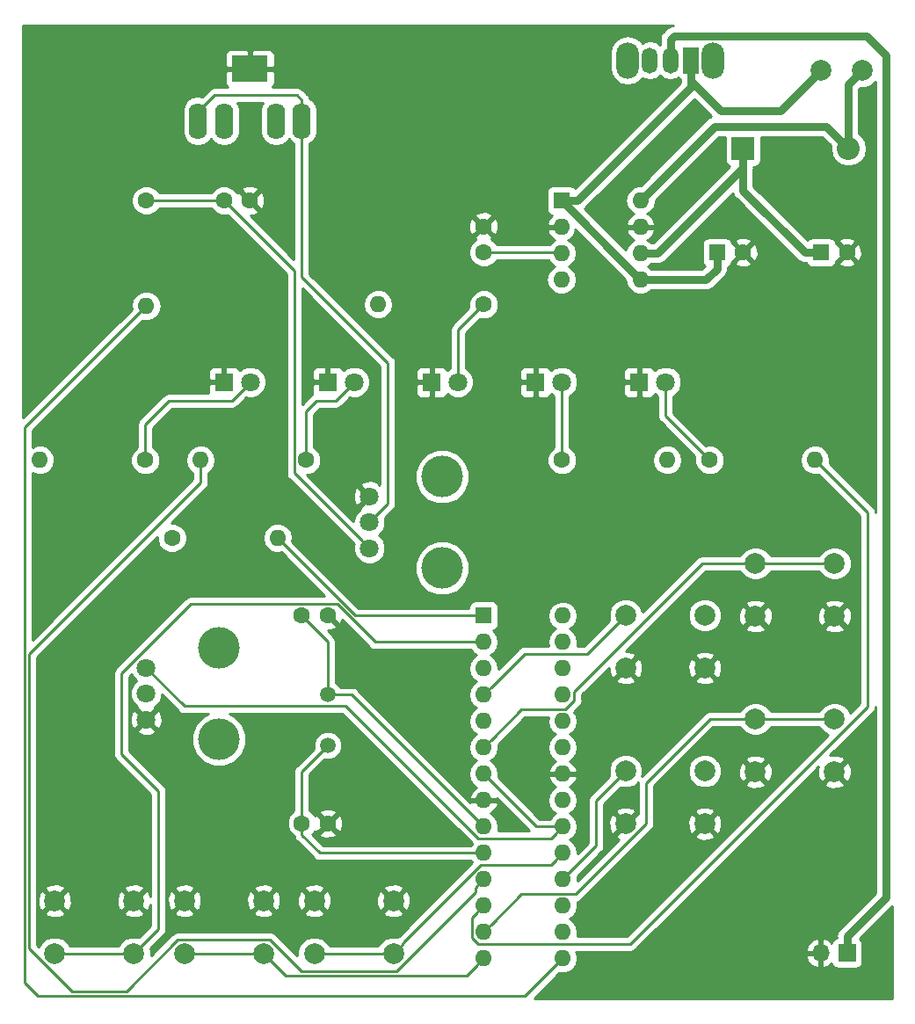
<source format=gbr>
G04 #@! TF.GenerationSoftware,KiCad,Pcbnew,(5.0.1)-3*
G04 #@! TF.CreationDate,2019-03-22T11:01:08+00:00*
G04 #@! TF.ProjectId,drumkid,6472756D6B69642E6B696361645F7063,v01*
G04 #@! TF.SameCoordinates,Original*
G04 #@! TF.FileFunction,Copper,L1,Top,Signal*
G04 #@! TF.FilePolarity,Positive*
%FSLAX46Y46*%
G04 Gerber Fmt 4.6, Leading zero omitted, Abs format (unit mm)*
G04 Created by KiCad (PCBNEW (5.0.1)-3) date 22/03/2019 11:01:08*
%MOMM*%
%LPD*%
G01*
G04 APERTURE LIST*
G04 #@! TA.AperFunction,ComponentPad*
%ADD10R,3.500000X2.500000*%
G04 #@! TD*
G04 #@! TA.AperFunction,ComponentPad*
%ADD11O,1.750000X3.500000*%
G04 #@! TD*
G04 #@! TA.AperFunction,ComponentPad*
%ADD12R,1.700000X1.700000*%
G04 #@! TD*
G04 #@! TA.AperFunction,ComponentPad*
%ADD13O,1.700000X1.700000*%
G04 #@! TD*
G04 #@! TA.AperFunction,ComponentPad*
%ADD14R,1.600000X1.600000*%
G04 #@! TD*
G04 #@! TA.AperFunction,ComponentPad*
%ADD15C,1.600000*%
G04 #@! TD*
G04 #@! TA.AperFunction,ComponentPad*
%ADD16R,2.200000X2.200000*%
G04 #@! TD*
G04 #@! TA.AperFunction,ComponentPad*
%ADD17O,2.200000X2.200000*%
G04 #@! TD*
G04 #@! TA.AperFunction,ComponentPad*
%ADD18R,1.800000X1.800000*%
G04 #@! TD*
G04 #@! TA.AperFunction,ComponentPad*
%ADD19C,1.800000*%
G04 #@! TD*
G04 #@! TA.AperFunction,ComponentPad*
%ADD20C,2.000000*%
G04 #@! TD*
G04 #@! TA.AperFunction,ComponentPad*
%ADD21O,1.600000X1.600000*%
G04 #@! TD*
G04 #@! TA.AperFunction,WasherPad*
%ADD22C,4.000000*%
G04 #@! TD*
G04 #@! TA.AperFunction,ComponentPad*
%ADD23R,1.500000X2.500000*%
G04 #@! TD*
G04 #@! TA.AperFunction,ComponentPad*
%ADD24O,1.500000X2.500000*%
G04 #@! TD*
G04 #@! TA.AperFunction,ComponentPad*
%ADD25O,2.200000X3.500000*%
G04 #@! TD*
G04 #@! TA.AperFunction,ComponentPad*
%ADD26C,1.500000*%
G04 #@! TD*
G04 #@! TA.AperFunction,Conductor*
%ADD27C,0.762000*%
G04 #@! TD*
G04 #@! TA.AperFunction,Conductor*
%ADD28C,0.250000*%
G04 #@! TD*
G04 #@! TA.AperFunction,Conductor*
%ADD29C,0.254000*%
G04 #@! TD*
G04 APERTURE END LIST*
D10*
G04 #@! TO.P,J1,S*
G04 #@! TO.N,GND*
X67500000Y-34828000D03*
D11*
G04 #@! TO.P,J1,R*
G04 #@! TO.N,Net-(J1-PadR)*
X72500000Y-39834000D03*
G04 #@! TO.P,J1,T*
X62500000Y-39834000D03*
G04 #@! TO.P,J1,RN*
G04 #@! TO.N,Net-(J1-PadRN)*
X70000000Y-39834000D03*
G04 #@! TO.P,J1,TN*
G04 #@! TO.N,Net-(J1-PadTN)*
X65000000Y-39834000D03*
G04 #@! TD*
D12*
G04 #@! TO.P,BT1,1*
G04 #@! TO.N,Net-(BT1-Pad1)*
X125000000Y-120000000D03*
D13*
G04 #@! TO.P,BT1,2*
G04 #@! TO.N,GND*
X122460000Y-120000000D03*
G04 #@! TD*
D14*
G04 #@! TO.P,C1,1*
G04 #@! TO.N,Net-(C1-Pad1)*
X112500000Y-52500000D03*
D15*
G04 #@! TO.P,C1,2*
G04 #@! TO.N,GND*
X115000000Y-52500000D03*
G04 #@! TD*
G04 #@! TO.P,C2,2*
G04 #@! TO.N,GND*
X90000000Y-50000000D03*
G04 #@! TO.P,C2,1*
G04 #@! TO.N,Net-(C2-Pad1)*
X90000000Y-52500000D03*
G04 #@! TD*
G04 #@! TO.P,C3,1*
G04 #@! TO.N,GND*
X67500000Y-47500000D03*
G04 #@! TO.P,C3,2*
G04 #@! TO.N,Net-(C3-Pad2)*
X65000000Y-47500000D03*
G04 #@! TD*
G04 #@! TO.P,C4,2*
G04 #@! TO.N,Net-(C4-Pad2)*
X72500000Y-87500000D03*
G04 #@! TO.P,C4,1*
G04 #@! TO.N,GND*
X75000000Y-87500000D03*
G04 #@! TD*
G04 #@! TO.P,C5,1*
G04 #@! TO.N,GND*
X75000000Y-107500000D03*
G04 #@! TO.P,C5,2*
G04 #@! TO.N,Net-(C5-Pad2)*
X72500000Y-107500000D03*
G04 #@! TD*
G04 #@! TO.P,C6,2*
G04 #@! TO.N,GND*
X125000000Y-52500000D03*
D14*
G04 #@! TO.P,C6,1*
G04 #@! TO.N,+5V*
X122500000Y-52500000D03*
G04 #@! TD*
D16*
G04 #@! TO.P,D1,1*
G04 #@! TO.N,+5V*
X115000000Y-42500000D03*
D17*
G04 #@! TO.P,D1,2*
G04 #@! TO.N,Net-(D1-Pad2)*
X125160000Y-42500000D03*
G04 #@! TD*
D18*
G04 #@! TO.P,D2,1*
G04 #@! TO.N,GND*
X85000000Y-65000000D03*
D19*
G04 #@! TO.P,D2,2*
G04 #@! TO.N,Net-(D2-Pad2)*
X87540000Y-65000000D03*
G04 #@! TD*
G04 #@! TO.P,D3,2*
G04 #@! TO.N,Net-(D3-Pad2)*
X77540000Y-65000000D03*
D18*
G04 #@! TO.P,D3,1*
G04 #@! TO.N,GND*
X75000000Y-65000000D03*
G04 #@! TD*
G04 #@! TO.P,D4,1*
G04 #@! TO.N,GND*
X105000000Y-65000000D03*
D19*
G04 #@! TO.P,D4,2*
G04 #@! TO.N,Net-(D4-Pad2)*
X107540000Y-65000000D03*
G04 #@! TD*
G04 #@! TO.P,D5,2*
G04 #@! TO.N,Net-(D5-Pad2)*
X67540000Y-65000000D03*
D18*
G04 #@! TO.P,D5,1*
G04 #@! TO.N,GND*
X65000000Y-65000000D03*
G04 #@! TD*
G04 #@! TO.P,D6,1*
G04 #@! TO.N,GND*
X95000000Y-65000000D03*
D19*
G04 #@! TO.P,D6,2*
G04 #@! TO.N,Net-(D6-Pad2)*
X97540000Y-65000000D03*
G04 #@! TD*
D20*
G04 #@! TO.P,L1,1*
G04 #@! TO.N,Net-(C1-Pad1)*
X122500000Y-35000000D03*
G04 #@! TO.P,L1,2*
G04 #@! TO.N,Net-(D1-Pad2)*
X126500000Y-35000000D03*
G04 #@! TD*
D15*
G04 #@! TO.P,R1,1*
G04 #@! TO.N,Net-(C3-Pad2)*
X57500000Y-47500000D03*
D21*
G04 #@! TO.P,R1,2*
G04 #@! TO.N,Net-(R1-Pad2)*
X57500000Y-57660000D03*
G04 #@! TD*
G04 #@! TO.P,R2,2*
G04 #@! TO.N,Net-(R2-Pad2)*
X70160000Y-80000000D03*
D15*
G04 #@! TO.P,R2,1*
G04 #@! TO.N,+5V*
X60000000Y-80000000D03*
G04 #@! TD*
G04 #@! TO.P,R3,1*
G04 #@! TO.N,Net-(D2-Pad2)*
X90000000Y-57500000D03*
D21*
G04 #@! TO.P,R3,2*
G04 #@! TO.N,Net-(R3-Pad2)*
X79840000Y-57500000D03*
G04 #@! TD*
G04 #@! TO.P,R4,2*
G04 #@! TO.N,Net-(R4-Pad2)*
X62738000Y-72500000D03*
D15*
G04 #@! TO.P,R4,1*
G04 #@! TO.N,Net-(D3-Pad2)*
X72898000Y-72500000D03*
G04 #@! TD*
G04 #@! TO.P,R5,1*
G04 #@! TO.N,Net-(D4-Pad2)*
X111760000Y-72500000D03*
D21*
G04 #@! TO.P,R5,2*
G04 #@! TO.N,Net-(R5-Pad2)*
X121920000Y-72500000D03*
G04 #@! TD*
G04 #@! TO.P,R6,2*
G04 #@! TO.N,Net-(R6-Pad2)*
X47244000Y-72500000D03*
D15*
G04 #@! TO.P,R6,1*
G04 #@! TO.N,Net-(D5-Pad2)*
X57404000Y-72500000D03*
G04 #@! TD*
G04 #@! TO.P,R7,1*
G04 #@! TO.N,Net-(D6-Pad2)*
X97536000Y-72500000D03*
D21*
G04 #@! TO.P,R7,2*
G04 #@! TO.N,Net-(R7-Pad2)*
X107696000Y-72500000D03*
G04 #@! TD*
D19*
G04 #@! TO.P,RV1,3*
G04 #@! TO.N,GND*
X79000000Y-76000000D03*
G04 #@! TO.P,RV1,2*
G04 #@! TO.N,Net-(J1-PadR)*
X79000000Y-78500000D03*
G04 #@! TO.P,RV1,1*
G04 #@! TO.N,Net-(C3-Pad2)*
X79000000Y-81000000D03*
D22*
G04 #@! TO.P,RV1,*
G04 #@! TO.N,*
X86000000Y-74100000D03*
X86000000Y-82900000D03*
G04 #@! TD*
G04 #@! TO.P,RV2,*
G04 #@! TO.N,*
X64500000Y-99400000D03*
X64500000Y-90600000D03*
D19*
G04 #@! TO.P,RV2,1*
G04 #@! TO.N,GND*
X57500000Y-97500000D03*
G04 #@! TO.P,RV2,2*
G04 #@! TO.N,Net-(RV2-Pad2)*
X57500000Y-95000000D03*
G04 #@! TO.P,RV2,3*
G04 #@! TO.N,+5V*
X57500000Y-92500000D03*
G04 #@! TD*
D23*
G04 #@! TO.P,SW1,1*
G04 #@! TO.N,Net-(C1-Pad1)*
X110000000Y-34000000D03*
D24*
G04 #@! TO.P,SW1,2*
G04 #@! TO.N,Net-(BT1-Pad1)*
X108000000Y-34000000D03*
G04 #@! TO.P,SW1,3*
G04 #@! TO.N,Net-(SW1-Pad3)*
X106000000Y-34000000D03*
D25*
G04 #@! TO.P,SW1,*
G04 #@! TO.N,*
X112100000Y-34000000D03*
X103900000Y-34000000D03*
G04 #@! TD*
D20*
G04 #@! TO.P,SW2,2*
G04 #@! TO.N,GND*
X103690000Y-92540000D03*
G04 #@! TO.P,SW2,1*
G04 #@! TO.N,Net-(SW2-Pad1)*
X103690000Y-87460000D03*
G04 #@! TO.P,SW2,2*
G04 #@! TO.N,GND*
X111310000Y-92540000D03*
G04 #@! TO.P,SW2,1*
G04 #@! TO.N,Net-(SW2-Pad1)*
X111310000Y-87460000D03*
G04 #@! TD*
G04 #@! TO.P,SW3,2*
G04 #@! TO.N,GND*
X68810000Y-114960000D03*
G04 #@! TO.P,SW3,1*
G04 #@! TO.N,Net-(SW3-Pad1)*
X68810000Y-120040000D03*
G04 #@! TO.P,SW3,2*
G04 #@! TO.N,GND*
X61190000Y-114960000D03*
G04 #@! TO.P,SW3,1*
G04 #@! TO.N,Net-(SW3-Pad1)*
X61190000Y-120040000D03*
G04 #@! TD*
G04 #@! TO.P,SW4,1*
G04 #@! TO.N,Net-(SW4-Pad1)*
X48690000Y-120040000D03*
G04 #@! TO.P,SW4,2*
G04 #@! TO.N,GND*
X48690000Y-114960000D03*
G04 #@! TO.P,SW4,1*
G04 #@! TO.N,Net-(SW4-Pad1)*
X56310000Y-120040000D03*
G04 #@! TO.P,SW4,2*
G04 #@! TO.N,GND*
X56310000Y-114960000D03*
G04 #@! TD*
G04 #@! TO.P,SW5,2*
G04 #@! TO.N,GND*
X116190000Y-87540000D03*
G04 #@! TO.P,SW5,1*
G04 #@! TO.N,Net-(SW5-Pad1)*
X116190000Y-82460000D03*
G04 #@! TO.P,SW5,2*
G04 #@! TO.N,GND*
X123810000Y-87540000D03*
G04 #@! TO.P,SW5,1*
G04 #@! TO.N,Net-(SW5-Pad1)*
X123810000Y-82460000D03*
G04 #@! TD*
G04 #@! TO.P,SW6,1*
G04 #@! TO.N,Net-(SW6-Pad1)*
X111310000Y-102460000D03*
G04 #@! TO.P,SW6,2*
G04 #@! TO.N,GND*
X111310000Y-107540000D03*
G04 #@! TO.P,SW6,1*
G04 #@! TO.N,Net-(SW6-Pad1)*
X103690000Y-102460000D03*
G04 #@! TO.P,SW6,2*
G04 #@! TO.N,GND*
X103690000Y-107540000D03*
G04 #@! TD*
G04 #@! TO.P,SW7,2*
G04 #@! TO.N,GND*
X81310000Y-114960000D03*
G04 #@! TO.P,SW7,1*
G04 #@! TO.N,Net-(SW7-Pad1)*
X81310000Y-120040000D03*
G04 #@! TO.P,SW7,2*
G04 #@! TO.N,GND*
X73690000Y-114960000D03*
G04 #@! TO.P,SW7,1*
G04 #@! TO.N,Net-(SW7-Pad1)*
X73690000Y-120040000D03*
G04 #@! TD*
G04 #@! TO.P,SW8,1*
G04 #@! TO.N,Net-(SW8-Pad1)*
X123810000Y-97460000D03*
G04 #@! TO.P,SW8,2*
G04 #@! TO.N,GND*
X123810000Y-102540000D03*
G04 #@! TO.P,SW8,1*
G04 #@! TO.N,Net-(SW8-Pad1)*
X116190000Y-97460000D03*
G04 #@! TO.P,SW8,2*
G04 #@! TO.N,GND*
X116190000Y-102540000D03*
G04 #@! TD*
D14*
G04 #@! TO.P,U1,1*
G04 #@! TO.N,Net-(R2-Pad2)*
X90000000Y-87500000D03*
D21*
G04 #@! TO.P,U1,15*
G04 #@! TO.N,Net-(R1-Pad2)*
X97620000Y-120520000D03*
G04 #@! TO.P,U1,2*
G04 #@! TO.N,Net-(SW4-Pad1)*
X90000000Y-90040000D03*
G04 #@! TO.P,U1,16*
G04 #@! TO.N,Net-(R6-Pad2)*
X97620000Y-117980000D03*
G04 #@! TO.P,U1,3*
G04 #@! TO.N,Net-(U1-Pad3)*
X90000000Y-92580000D03*
G04 #@! TO.P,U1,17*
G04 #@! TO.N,Net-(R7-Pad2)*
X97620000Y-115440000D03*
G04 #@! TO.P,U1,4*
G04 #@! TO.N,Net-(SW2-Pad1)*
X90000000Y-95120000D03*
G04 #@! TO.P,U1,18*
G04 #@! TO.N,Net-(SW6-Pad1)*
X97620000Y-112900000D03*
G04 #@! TO.P,U1,5*
G04 #@! TO.N,Net-(R3-Pad2)*
X90000000Y-97660000D03*
G04 #@! TO.P,U1,19*
G04 #@! TO.N,Net-(SW7-Pad1)*
X97620000Y-110360000D03*
G04 #@! TO.P,U1,6*
G04 #@! TO.N,Net-(SW5-Pad1)*
X90000000Y-100200000D03*
G04 #@! TO.P,U1,20*
G04 #@! TO.N,+5V*
X97620000Y-107820000D03*
G04 #@! TO.P,U1,7*
X90000000Y-102740000D03*
G04 #@! TO.P,U1,21*
G04 #@! TO.N,Net-(U1-Pad21)*
X97620000Y-105280000D03*
G04 #@! TO.P,U1,8*
G04 #@! TO.N,GND*
X90000000Y-105280000D03*
G04 #@! TO.P,U1,22*
X97620000Y-102740000D03*
G04 #@! TO.P,U1,9*
G04 #@! TO.N,Net-(C4-Pad2)*
X90000000Y-107820000D03*
G04 #@! TO.P,U1,23*
G04 #@! TO.N,Net-(RV2-Pad2)*
X97620000Y-100200000D03*
G04 #@! TO.P,U1,10*
G04 #@! TO.N,Net-(C5-Pad2)*
X90000000Y-110360000D03*
G04 #@! TO.P,U1,24*
G04 #@! TO.N,Net-(U1-Pad24)*
X97620000Y-97660000D03*
G04 #@! TO.P,U1,11*
G04 #@! TO.N,Net-(R4-Pad2)*
X90000000Y-112900000D03*
G04 #@! TO.P,U1,25*
G04 #@! TO.N,Net-(U1-Pad25)*
X97620000Y-95120000D03*
G04 #@! TO.P,U1,12*
G04 #@! TO.N,Net-(R5-Pad2)*
X90000000Y-115440000D03*
G04 #@! TO.P,U1,26*
G04 #@! TO.N,Net-(U1-Pad26)*
X97620000Y-92580000D03*
G04 #@! TO.P,U1,13*
G04 #@! TO.N,Net-(SW8-Pad1)*
X90000000Y-117980000D03*
G04 #@! TO.P,U1,27*
G04 #@! TO.N,Net-(U1-Pad27)*
X97620000Y-90040000D03*
G04 #@! TO.P,U1,14*
G04 #@! TO.N,Net-(SW3-Pad1)*
X90000000Y-120520000D03*
G04 #@! TO.P,U1,28*
G04 #@! TO.N,Net-(U1-Pad28)*
X97620000Y-87500000D03*
G04 #@! TD*
D14*
G04 #@! TO.P,U2,1*
G04 #@! TO.N,Net-(C1-Pad1)*
X97500000Y-47500000D03*
D21*
G04 #@! TO.P,U2,5*
X105120000Y-55120000D03*
G04 #@! TO.P,U2,2*
G04 #@! TO.N,GND*
X97500000Y-50040000D03*
G04 #@! TO.P,U2,6*
G04 #@! TO.N,+5V*
X105120000Y-52580000D03*
G04 #@! TO.P,U2,3*
G04 #@! TO.N,Net-(C2-Pad1)*
X97500000Y-52580000D03*
G04 #@! TO.P,U2,7*
G04 #@! TO.N,GND*
X105120000Y-50040000D03*
G04 #@! TO.P,U2,4*
G04 #@! TO.N,Net-(U2-Pad4)*
X97500000Y-55120000D03*
G04 #@! TO.P,U2,8*
G04 #@! TO.N,Net-(D1-Pad2)*
X105120000Y-47500000D03*
G04 #@! TD*
D26*
G04 #@! TO.P,Y1,1*
G04 #@! TO.N,Net-(C5-Pad2)*
X75000000Y-100000000D03*
G04 #@! TO.P,Y1,2*
G04 #@! TO.N,Net-(C4-Pad2)*
X75000000Y-95120000D03*
G04 #@! TD*
D27*
G04 #@! TO.N,Net-(BT1-Pad1)*
X125000000Y-118388000D02*
X128778000Y-114610000D01*
X125000000Y-120000000D02*
X125000000Y-118388000D01*
X128778000Y-114610000D02*
X128778000Y-33528000D01*
X108000000Y-31988000D02*
X108000000Y-34000000D01*
X108319010Y-31668990D02*
X108000000Y-31988000D01*
X126918990Y-31668990D02*
X108319010Y-31668990D01*
X128778000Y-33528000D02*
X126918990Y-31668990D01*
G04 #@! TO.N,Net-(C1-Pad1)*
X110000000Y-36562000D02*
X110000000Y-36012000D01*
X99062000Y-47500000D02*
X110000000Y-36562000D01*
X97500000Y-47500000D02*
X99062000Y-47500000D01*
X112500000Y-54062000D02*
X112500000Y-52500000D01*
X111442000Y-55120000D02*
X112500000Y-54062000D01*
X105120000Y-55120000D02*
X111442000Y-55120000D01*
X104320001Y-54320001D02*
X97500000Y-47500000D01*
X105120000Y-55120000D02*
X104320001Y-54320001D01*
X122500000Y-35000000D02*
X118638000Y-38862000D01*
X110000000Y-36012000D02*
X110000000Y-34000000D01*
X112850000Y-38862000D02*
X110000000Y-36012000D01*
X118638000Y-38862000D02*
X112850000Y-38862000D01*
D28*
G04 #@! TO.N,Net-(C2-Pad1)*
X97420000Y-52500000D02*
X97500000Y-52580000D01*
X90000000Y-52500000D02*
X97420000Y-52500000D01*
G04 #@! TO.N,Net-(C3-Pad2)*
X65000000Y-47500000D02*
X57500000Y-47500000D01*
X78100001Y-80100001D02*
X79000000Y-81000000D01*
X71772999Y-73772999D02*
X78100001Y-80100001D01*
X71772999Y-54272999D02*
X71772999Y-73772999D01*
X65000000Y-47500000D02*
X71772999Y-54272999D01*
G04 #@! TO.N,Net-(C4-Pad2)*
X77300000Y-95120000D02*
X90000000Y-107820000D01*
X75000000Y-95120000D02*
X77300000Y-95120000D01*
X75000000Y-90000000D02*
X72500000Y-87500000D01*
X75000000Y-95120000D02*
X75000000Y-90000000D01*
G04 #@! TO.N,Net-(C5-Pad2)*
X72500000Y-102500000D02*
X72500000Y-107500000D01*
X75000000Y-100000000D02*
X72500000Y-102500000D01*
X88868630Y-110360000D02*
X90000000Y-110360000D01*
X74228630Y-110360000D02*
X88868630Y-110360000D01*
X72500000Y-108631370D02*
X74228630Y-110360000D01*
X72500000Y-107500000D02*
X72500000Y-108631370D01*
G04 #@! TO.N,+5V*
X96820001Y-108619999D02*
X97620000Y-107820000D01*
X96494999Y-108945001D02*
X96820001Y-108619999D01*
X89459999Y-108945001D02*
X96494999Y-108945001D01*
X76709999Y-96195001D02*
X89459999Y-108945001D01*
X61195001Y-96195001D02*
X76709999Y-96195001D01*
X57500000Y-92500000D02*
X61195001Y-96195001D01*
X95080000Y-107820000D02*
X90000000Y-102740000D01*
X97620000Y-107820000D02*
X95080000Y-107820000D01*
D27*
X115000000Y-46562000D02*
X115000000Y-44362000D01*
X120938000Y-52500000D02*
X115000000Y-46562000D01*
X122500000Y-52500000D02*
X120938000Y-52500000D01*
X115000000Y-44362000D02*
X115000000Y-42500000D01*
X106782000Y-52580000D02*
X115000000Y-44362000D01*
X105120000Y-52580000D02*
X106782000Y-52580000D01*
G04 #@! TO.N,Net-(D1-Pad2)*
X125160000Y-36340000D02*
X126500000Y-35000000D01*
X125160000Y-42500000D02*
X125160000Y-36340000D01*
X124060001Y-41400001D02*
X125160000Y-42500000D01*
X123046000Y-40386000D02*
X124060001Y-41400001D01*
X112234000Y-40386000D02*
X123046000Y-40386000D01*
X105120000Y-47500000D02*
X112234000Y-40386000D01*
D28*
G04 #@! TO.N,Net-(D2-Pad2)*
X87540000Y-59960000D02*
X87540000Y-65000000D01*
X90000000Y-57500000D02*
X87540000Y-59960000D01*
G04 #@! TO.N,Net-(D3-Pad2)*
X75738000Y-66802000D02*
X77540000Y-65000000D01*
X73914000Y-66802000D02*
X75738000Y-66802000D01*
X72898000Y-72500000D02*
X72898000Y-67818000D01*
X72898000Y-67818000D02*
X73914000Y-66802000D01*
G04 #@! TO.N,Net-(D4-Pad2)*
X107540000Y-68280000D02*
X107540000Y-65000000D01*
X111760000Y-72500000D02*
X107540000Y-68280000D01*
G04 #@! TO.N,Net-(D5-Pad2)*
X65738000Y-66802000D02*
X67540000Y-65000000D01*
X59690000Y-66802000D02*
X65738000Y-66802000D01*
X57404000Y-72500000D02*
X57404000Y-69088000D01*
X57404000Y-69088000D02*
X59690000Y-66802000D01*
G04 #@! TO.N,Net-(D6-Pad2)*
X97536000Y-65004000D02*
X97540000Y-65000000D01*
X97536000Y-72500000D02*
X97536000Y-65004000D01*
G04 #@! TO.N,Net-(J1-PadR)*
X72500000Y-37834000D02*
X72004000Y-37338000D01*
X72500000Y-39834000D02*
X72500000Y-37834000D01*
X62500000Y-38959000D02*
X62500000Y-39834000D01*
X64121000Y-37338000D02*
X62500000Y-38959000D01*
X72004000Y-37338000D02*
X64121000Y-37338000D01*
X72500000Y-54885002D02*
X80772000Y-63157002D01*
X72500000Y-39834000D02*
X72500000Y-54885002D01*
X80772000Y-76728000D02*
X79000000Y-78500000D01*
X80772000Y-63157002D02*
X80772000Y-76728000D01*
G04 #@! TO.N,Net-(R1-Pad2)*
X93991991Y-124148009D02*
X47047991Y-124148009D01*
X97620000Y-120520000D02*
X93991991Y-124148009D01*
X56700001Y-58459999D02*
X57500000Y-57660000D01*
X45777991Y-69382009D02*
X56700001Y-58459999D01*
X45777991Y-122878009D02*
X45777991Y-69382009D01*
X47047991Y-124148009D02*
X45777991Y-122878009D01*
G04 #@! TO.N,Net-(R2-Pad2)*
X77660000Y-87500000D02*
X90000000Y-87500000D01*
X70160000Y-80000000D02*
X77660000Y-87500000D01*
G04 #@! TO.N,Net-(R4-Pad2)*
X62738000Y-72500000D02*
X62738000Y-74676000D01*
X62738000Y-74676000D02*
X46228000Y-91186000D01*
X46228000Y-91186000D02*
X46228000Y-119539002D01*
X46228000Y-119539002D02*
X50386998Y-123698000D01*
X89200001Y-113699999D02*
X90000000Y-112900000D01*
X89200001Y-114111001D02*
X89200001Y-113699999D01*
X81587012Y-121723990D02*
X89200001Y-114111001D01*
X72454992Y-121723990D02*
X81587012Y-121723990D01*
X69446001Y-118714999D02*
X72454992Y-121723990D01*
X60553999Y-118714999D02*
X69446001Y-118714999D01*
X55570998Y-123698000D02*
X60553999Y-118714999D01*
X50386998Y-123698000D02*
X55570998Y-123698000D01*
G04 #@! TO.N,Net-(R5-Pad2)*
X89200001Y-116239999D02*
X90000000Y-115440000D01*
X88874999Y-116565001D02*
X89200001Y-116239999D01*
X88874999Y-118520001D02*
X88874999Y-116565001D01*
X89459999Y-119105001D02*
X88874999Y-118520001D01*
X104126001Y-119105001D02*
X89459999Y-119105001D01*
X127000000Y-96231002D02*
X104126001Y-119105001D01*
X127000000Y-77580000D02*
X127000000Y-96231002D01*
X121920000Y-72500000D02*
X127000000Y-77580000D01*
G04 #@! TO.N,Net-(SW2-Pad1)*
X90799999Y-94320001D02*
X90000000Y-95120000D01*
X93954999Y-91165001D02*
X90799999Y-94320001D01*
X99984999Y-91165001D02*
X93954999Y-91165001D01*
X103690000Y-87460000D02*
X99984999Y-91165001D01*
G04 #@! TO.N,Net-(SW3-Pad1)*
X89200001Y-121319999D02*
X90000000Y-120520000D01*
X88346000Y-122174000D02*
X89200001Y-121319999D01*
X70944000Y-122174000D02*
X88346000Y-122174000D01*
X68810000Y-120040000D02*
X70944000Y-122174000D01*
X67395787Y-120040000D02*
X61190000Y-120040000D01*
X68810000Y-120040000D02*
X67395787Y-120040000D01*
G04 #@! TO.N,Net-(SW4-Pad1)*
X58674000Y-117676000D02*
X58674000Y-104394000D01*
X56310000Y-120040000D02*
X58674000Y-117676000D01*
X58674000Y-104394000D02*
X55118000Y-100838000D01*
X88868630Y-90040000D02*
X90000000Y-90040000D01*
X79563590Y-90040000D02*
X88868630Y-90040000D01*
X75898589Y-86374999D02*
X79563590Y-90040000D01*
X61811999Y-86374999D02*
X75898589Y-86374999D01*
X55118000Y-93068998D02*
X61811999Y-86374999D01*
X55118000Y-100838000D02*
X55118000Y-93068998D01*
X48690000Y-120040000D02*
X56310000Y-120040000D01*
G04 #@! TO.N,Net-(SW5-Pad1)*
X90799999Y-99400001D02*
X90000000Y-100200000D01*
X93665001Y-96534999D02*
X90799999Y-99400001D01*
X97870003Y-96534999D02*
X93665001Y-96534999D01*
X98745001Y-95660001D02*
X97870003Y-96534999D01*
X98745001Y-94802999D02*
X98745001Y-95660001D01*
X111088000Y-82460000D02*
X98745001Y-94802999D01*
X116190000Y-82460000D02*
X111088000Y-82460000D01*
X116190000Y-82460000D02*
X123810000Y-82460000D01*
G04 #@! TO.N,Net-(SW6-Pad1)*
X103690000Y-102460000D02*
X100838000Y-105312000D01*
X100838000Y-109682000D02*
X97620000Y-112900000D01*
X100838000Y-105312000D02*
X100838000Y-109682000D01*
G04 #@! TO.N,Net-(SW7-Pad1)*
X96820001Y-111159999D02*
X97620000Y-110360000D01*
X96494999Y-111485001D02*
X96820001Y-111159999D01*
X89749997Y-111485001D02*
X96494999Y-111485001D01*
X82309999Y-118924999D02*
X89749997Y-111485001D01*
X82309999Y-119040001D02*
X82309999Y-118924999D01*
X81310000Y-120040000D02*
X82309999Y-119040001D01*
X79895787Y-120040000D02*
X73690000Y-120040000D01*
X81310000Y-120040000D02*
X79895787Y-120040000D01*
G04 #@! TO.N,Net-(SW8-Pad1)*
X111808998Y-97460000D02*
X105664000Y-103604998D01*
X116190000Y-97460000D02*
X111808998Y-97460000D01*
X90799999Y-117180001D02*
X90000000Y-117980000D01*
X93665001Y-114314999D02*
X90799999Y-117180001D01*
X98876003Y-114314999D02*
X93665001Y-114314999D01*
X105664000Y-107527002D02*
X98876003Y-114314999D01*
X105664000Y-103604998D02*
X105664000Y-107527002D01*
X116190000Y-97460000D02*
X123810000Y-97460000D01*
G04 #@! TD*
D29*
G04 #@! TO.N,GND*
G36*
X127762000Y-114189159D02*
X124352338Y-117598822D01*
X124267506Y-117655505D01*
X124210823Y-117740337D01*
X124042950Y-117991577D01*
X123964096Y-118388000D01*
X123984001Y-118488068D01*
X123984001Y-118535579D01*
X123902235Y-118551843D01*
X123692191Y-118692191D01*
X123551843Y-118902235D01*
X123531261Y-119005708D01*
X123226924Y-118728355D01*
X122816890Y-118558524D01*
X122587000Y-118679845D01*
X122587000Y-119873000D01*
X122607000Y-119873000D01*
X122607000Y-120127000D01*
X122587000Y-120127000D01*
X122587000Y-121320155D01*
X122816890Y-121441476D01*
X123226924Y-121271645D01*
X123531261Y-120994292D01*
X123551843Y-121097765D01*
X123692191Y-121307809D01*
X123902235Y-121448157D01*
X124150000Y-121497440D01*
X125850000Y-121497440D01*
X126097765Y-121448157D01*
X126307809Y-121307809D01*
X126448157Y-121097765D01*
X126497440Y-120850000D01*
X126497440Y-119150000D01*
X126448157Y-118902235D01*
X126307809Y-118692191D01*
X126202809Y-118622031D01*
X129352300Y-115472541D01*
X129352300Y-124352300D01*
X94862501Y-124352300D01*
X97296114Y-121918688D01*
X97478667Y-121955000D01*
X97761333Y-121955000D01*
X98179909Y-121871740D01*
X98654577Y-121554577D01*
X98971740Y-121079909D01*
X99083113Y-120520000D01*
X99050669Y-120356892D01*
X121018514Y-120356892D01*
X121264817Y-120881358D01*
X121693076Y-121271645D01*
X122103110Y-121441476D01*
X122333000Y-121320155D01*
X122333000Y-120127000D01*
X121139181Y-120127000D01*
X121018514Y-120356892D01*
X99050669Y-120356892D01*
X98971740Y-119960091D01*
X98908203Y-119865001D01*
X104051154Y-119865001D01*
X104126001Y-119879889D01*
X104200848Y-119865001D01*
X104200853Y-119865001D01*
X104422538Y-119820905D01*
X104673930Y-119652930D01*
X104680492Y-119643108D01*
X121018514Y-119643108D01*
X121139181Y-119873000D01*
X122333000Y-119873000D01*
X122333000Y-118679845D01*
X122103110Y-118558524D01*
X121693076Y-118728355D01*
X121264817Y-119118642D01*
X121018514Y-119643108D01*
X104680492Y-119643108D01*
X104716332Y-119589471D01*
X120613271Y-103692532D01*
X122837073Y-103692532D01*
X122935736Y-103959387D01*
X123545461Y-104185908D01*
X124195460Y-104161856D01*
X124684264Y-103959387D01*
X124782927Y-103692532D01*
X123810000Y-102719605D01*
X122837073Y-103692532D01*
X120613271Y-103692532D01*
X122243154Y-102062649D01*
X122164092Y-102275461D01*
X122188144Y-102925460D01*
X122390613Y-103414264D01*
X122657468Y-103512927D01*
X123630395Y-102540000D01*
X123989605Y-102540000D01*
X124962532Y-103512927D01*
X125229387Y-103414264D01*
X125455908Y-102804539D01*
X125431856Y-102154540D01*
X125229387Y-101665736D01*
X124962532Y-101567073D01*
X123989605Y-102540000D01*
X123630395Y-102540000D01*
X123616253Y-102525858D01*
X123795858Y-102346253D01*
X123810000Y-102360395D01*
X124782927Y-101387468D01*
X124684264Y-101120613D01*
X124074539Y-100894092D01*
X123424540Y-100918144D01*
X123361582Y-100944222D01*
X127484473Y-96821331D01*
X127547929Y-96778931D01*
X127715904Y-96527539D01*
X127760000Y-96305854D01*
X127760000Y-96305850D01*
X127762000Y-96295794D01*
X127762000Y-114189159D01*
X127762000Y-114189159D01*
G37*
X127762000Y-114189159D02*
X124352338Y-117598822D01*
X124267506Y-117655505D01*
X124210823Y-117740337D01*
X124042950Y-117991577D01*
X123964096Y-118388000D01*
X123984001Y-118488068D01*
X123984001Y-118535579D01*
X123902235Y-118551843D01*
X123692191Y-118692191D01*
X123551843Y-118902235D01*
X123531261Y-119005708D01*
X123226924Y-118728355D01*
X122816890Y-118558524D01*
X122587000Y-118679845D01*
X122587000Y-119873000D01*
X122607000Y-119873000D01*
X122607000Y-120127000D01*
X122587000Y-120127000D01*
X122587000Y-121320155D01*
X122816890Y-121441476D01*
X123226924Y-121271645D01*
X123531261Y-120994292D01*
X123551843Y-121097765D01*
X123692191Y-121307809D01*
X123902235Y-121448157D01*
X124150000Y-121497440D01*
X125850000Y-121497440D01*
X126097765Y-121448157D01*
X126307809Y-121307809D01*
X126448157Y-121097765D01*
X126497440Y-120850000D01*
X126497440Y-119150000D01*
X126448157Y-118902235D01*
X126307809Y-118692191D01*
X126202809Y-118622031D01*
X129352300Y-115472541D01*
X129352300Y-124352300D01*
X94862501Y-124352300D01*
X97296114Y-121918688D01*
X97478667Y-121955000D01*
X97761333Y-121955000D01*
X98179909Y-121871740D01*
X98654577Y-121554577D01*
X98971740Y-121079909D01*
X99083113Y-120520000D01*
X99050669Y-120356892D01*
X121018514Y-120356892D01*
X121264817Y-120881358D01*
X121693076Y-121271645D01*
X122103110Y-121441476D01*
X122333000Y-121320155D01*
X122333000Y-120127000D01*
X121139181Y-120127000D01*
X121018514Y-120356892D01*
X99050669Y-120356892D01*
X98971740Y-119960091D01*
X98908203Y-119865001D01*
X104051154Y-119865001D01*
X104126001Y-119879889D01*
X104200848Y-119865001D01*
X104200853Y-119865001D01*
X104422538Y-119820905D01*
X104673930Y-119652930D01*
X104680492Y-119643108D01*
X121018514Y-119643108D01*
X121139181Y-119873000D01*
X122333000Y-119873000D01*
X122333000Y-118679845D01*
X122103110Y-118558524D01*
X121693076Y-118728355D01*
X121264817Y-119118642D01*
X121018514Y-119643108D01*
X104680492Y-119643108D01*
X104716332Y-119589471D01*
X120613271Y-103692532D01*
X122837073Y-103692532D01*
X122935736Y-103959387D01*
X123545461Y-104185908D01*
X124195460Y-104161856D01*
X124684264Y-103959387D01*
X124782927Y-103692532D01*
X123810000Y-102719605D01*
X122837073Y-103692532D01*
X120613271Y-103692532D01*
X122243154Y-102062649D01*
X122164092Y-102275461D01*
X122188144Y-102925460D01*
X122390613Y-103414264D01*
X122657468Y-103512927D01*
X123630395Y-102540000D01*
X123989605Y-102540000D01*
X124962532Y-103512927D01*
X125229387Y-103414264D01*
X125455908Y-102804539D01*
X125431856Y-102154540D01*
X125229387Y-101665736D01*
X124962532Y-101567073D01*
X123989605Y-102540000D01*
X123630395Y-102540000D01*
X123616253Y-102525858D01*
X123795858Y-102346253D01*
X123810000Y-102360395D01*
X124782927Y-101387468D01*
X124684264Y-101120613D01*
X124074539Y-100894092D01*
X123424540Y-100918144D01*
X123361582Y-100944222D01*
X127484473Y-96821331D01*
X127547929Y-96778931D01*
X127715904Y-96527539D01*
X127760000Y-96305854D01*
X127760000Y-96305850D01*
X127762000Y-96295794D01*
X127762000Y-114189159D01*
G36*
X56198690Y-93369507D02*
X56579183Y-93750000D01*
X56198690Y-94130493D01*
X55965000Y-94694670D01*
X55965000Y-95305330D01*
X56198690Y-95869507D01*
X56630493Y-96301310D01*
X56638290Y-96304539D01*
X56599446Y-96419841D01*
X57500000Y-97320395D01*
X58400554Y-96419841D01*
X58361710Y-96304539D01*
X58369507Y-96301310D01*
X58801310Y-95869507D01*
X59035000Y-95305330D01*
X59035000Y-95109802D01*
X60604671Y-96679473D01*
X60647072Y-96742930D01*
X60898464Y-96910905D01*
X61120149Y-96955001D01*
X61120153Y-96955001D01*
X61195001Y-96969889D01*
X61269849Y-96955001D01*
X63517163Y-96955001D01*
X63007392Y-97166155D01*
X62266155Y-97907392D01*
X61865000Y-98875866D01*
X61865000Y-99924134D01*
X62266155Y-100892608D01*
X63007392Y-101633845D01*
X63975866Y-102035000D01*
X65024134Y-102035000D01*
X65992608Y-101633845D01*
X66733845Y-100892608D01*
X67135000Y-99924134D01*
X67135000Y-98875866D01*
X66733845Y-97907392D01*
X65992608Y-97166155D01*
X65482837Y-96955001D01*
X76395198Y-96955001D01*
X88869670Y-109429474D01*
X88882784Y-109449101D01*
X88781957Y-109600000D01*
X74543432Y-109600000D01*
X73486414Y-108542982D01*
X73521651Y-108507745D01*
X74171861Y-108507745D01*
X74245995Y-108753864D01*
X74783223Y-108946965D01*
X75353454Y-108919778D01*
X75754005Y-108753864D01*
X75828139Y-108507745D01*
X75000000Y-107679605D01*
X74171861Y-108507745D01*
X73521651Y-108507745D01*
X73716534Y-108312862D01*
X73743525Y-108247701D01*
X73746136Y-108254005D01*
X73992255Y-108328139D01*
X74820395Y-107500000D01*
X75179605Y-107500000D01*
X76007745Y-108328139D01*
X76253864Y-108254005D01*
X76446965Y-107716777D01*
X76419778Y-107146546D01*
X76253864Y-106745995D01*
X76007745Y-106671861D01*
X75179605Y-107500000D01*
X74820395Y-107500000D01*
X73992255Y-106671861D01*
X73746136Y-106745995D01*
X73743710Y-106752746D01*
X73716534Y-106687138D01*
X73521651Y-106492255D01*
X74171861Y-106492255D01*
X75000000Y-107320395D01*
X75828139Y-106492255D01*
X75754005Y-106246136D01*
X75216777Y-106053035D01*
X74646546Y-106080222D01*
X74245995Y-106246136D01*
X74171861Y-106492255D01*
X73521651Y-106492255D01*
X73312862Y-106283466D01*
X73260000Y-106261570D01*
X73260000Y-102814801D01*
X74699966Y-101374835D01*
X74724506Y-101385000D01*
X75275494Y-101385000D01*
X75784540Y-101174147D01*
X76174147Y-100784540D01*
X76385000Y-100275494D01*
X76385000Y-99724506D01*
X76174147Y-99215460D01*
X75784540Y-98825853D01*
X75275494Y-98615000D01*
X74724506Y-98615000D01*
X74215460Y-98825853D01*
X73825853Y-99215460D01*
X73615000Y-99724506D01*
X73615000Y-100275494D01*
X73625165Y-100300034D01*
X72015530Y-101909669D01*
X71952071Y-101952071D01*
X71784096Y-102203464D01*
X71740000Y-102425149D01*
X71740000Y-102425153D01*
X71725112Y-102500000D01*
X71740000Y-102574847D01*
X71740001Y-106261570D01*
X71687138Y-106283466D01*
X71283466Y-106687138D01*
X71065000Y-107214561D01*
X71065000Y-107785439D01*
X71283466Y-108312862D01*
X71687138Y-108716534D01*
X71746983Y-108741323D01*
X71784097Y-108927907D01*
X71893521Y-109091671D01*
X71952072Y-109179299D01*
X72015528Y-109221699D01*
X73638301Y-110844473D01*
X73680701Y-110907929D01*
X73932093Y-111075904D01*
X74153778Y-111120000D01*
X74153783Y-111120000D01*
X74228630Y-111134888D01*
X74303477Y-111120000D01*
X88781957Y-111120000D01*
X88885393Y-111274803D01*
X81825528Y-118334669D01*
X81762070Y-118377070D01*
X81719956Y-118440098D01*
X81635222Y-118405000D01*
X80984778Y-118405000D01*
X80383847Y-118653914D01*
X79923914Y-119113847D01*
X79855091Y-119280000D01*
X75144909Y-119280000D01*
X75076086Y-119113847D01*
X74616153Y-118653914D01*
X74015222Y-118405000D01*
X73364778Y-118405000D01*
X72763847Y-118653914D01*
X72303914Y-119113847D01*
X72055000Y-119714778D01*
X72055000Y-120249196D01*
X70036332Y-118230529D01*
X69993930Y-118167070D01*
X69742538Y-117999095D01*
X69520853Y-117954999D01*
X69520848Y-117954999D01*
X69446001Y-117940111D01*
X69371154Y-117954999D01*
X60628847Y-117954999D01*
X60553999Y-117940111D01*
X60479151Y-117954999D01*
X60479147Y-117954999D01*
X60257462Y-117999095D01*
X60006070Y-118167070D01*
X59963670Y-118230526D01*
X57945000Y-120249196D01*
X57945000Y-119714778D01*
X57876177Y-119548625D01*
X59158473Y-118266329D01*
X59221929Y-118223929D01*
X59389904Y-117972537D01*
X59434000Y-117750852D01*
X59434000Y-117750847D01*
X59448888Y-117676000D01*
X59434000Y-117601153D01*
X59434000Y-116112532D01*
X60217073Y-116112532D01*
X60315736Y-116379387D01*
X60925461Y-116605908D01*
X61575460Y-116581856D01*
X62064264Y-116379387D01*
X62162927Y-116112532D01*
X67837073Y-116112532D01*
X67935736Y-116379387D01*
X68545461Y-116605908D01*
X69195460Y-116581856D01*
X69684264Y-116379387D01*
X69782927Y-116112532D01*
X72717073Y-116112532D01*
X72815736Y-116379387D01*
X73425461Y-116605908D01*
X74075460Y-116581856D01*
X74564264Y-116379387D01*
X74662927Y-116112532D01*
X80337073Y-116112532D01*
X80435736Y-116379387D01*
X81045461Y-116605908D01*
X81695460Y-116581856D01*
X82184264Y-116379387D01*
X82282927Y-116112532D01*
X81310000Y-115139605D01*
X80337073Y-116112532D01*
X74662927Y-116112532D01*
X73690000Y-115139605D01*
X72717073Y-116112532D01*
X69782927Y-116112532D01*
X68810000Y-115139605D01*
X67837073Y-116112532D01*
X62162927Y-116112532D01*
X61190000Y-115139605D01*
X60217073Y-116112532D01*
X59434000Y-116112532D01*
X59434000Y-114695461D01*
X59544092Y-114695461D01*
X59568144Y-115345460D01*
X59770613Y-115834264D01*
X60037468Y-115932927D01*
X61010395Y-114960000D01*
X61369605Y-114960000D01*
X62342532Y-115932927D01*
X62609387Y-115834264D01*
X62835908Y-115224539D01*
X62816331Y-114695461D01*
X67164092Y-114695461D01*
X67188144Y-115345460D01*
X67390613Y-115834264D01*
X67657468Y-115932927D01*
X68630395Y-114960000D01*
X68989605Y-114960000D01*
X69962532Y-115932927D01*
X70229387Y-115834264D01*
X70455908Y-115224539D01*
X70436331Y-114695461D01*
X72044092Y-114695461D01*
X72068144Y-115345460D01*
X72270613Y-115834264D01*
X72537468Y-115932927D01*
X73510395Y-114960000D01*
X73869605Y-114960000D01*
X74842532Y-115932927D01*
X75109387Y-115834264D01*
X75335908Y-115224539D01*
X75316331Y-114695461D01*
X79664092Y-114695461D01*
X79688144Y-115345460D01*
X79890613Y-115834264D01*
X80157468Y-115932927D01*
X81130395Y-114960000D01*
X81489605Y-114960000D01*
X82462532Y-115932927D01*
X82729387Y-115834264D01*
X82955908Y-115224539D01*
X82931856Y-114574540D01*
X82729387Y-114085736D01*
X82462532Y-113987073D01*
X81489605Y-114960000D01*
X81130395Y-114960000D01*
X80157468Y-113987073D01*
X79890613Y-114085736D01*
X79664092Y-114695461D01*
X75316331Y-114695461D01*
X75311856Y-114574540D01*
X75109387Y-114085736D01*
X74842532Y-113987073D01*
X73869605Y-114960000D01*
X73510395Y-114960000D01*
X72537468Y-113987073D01*
X72270613Y-114085736D01*
X72044092Y-114695461D01*
X70436331Y-114695461D01*
X70431856Y-114574540D01*
X70229387Y-114085736D01*
X69962532Y-113987073D01*
X68989605Y-114960000D01*
X68630395Y-114960000D01*
X67657468Y-113987073D01*
X67390613Y-114085736D01*
X67164092Y-114695461D01*
X62816331Y-114695461D01*
X62811856Y-114574540D01*
X62609387Y-114085736D01*
X62342532Y-113987073D01*
X61369605Y-114960000D01*
X61010395Y-114960000D01*
X60037468Y-113987073D01*
X59770613Y-114085736D01*
X59544092Y-114695461D01*
X59434000Y-114695461D01*
X59434000Y-113807468D01*
X60217073Y-113807468D01*
X61190000Y-114780395D01*
X62162927Y-113807468D01*
X67837073Y-113807468D01*
X68810000Y-114780395D01*
X69782927Y-113807468D01*
X72717073Y-113807468D01*
X73690000Y-114780395D01*
X74662927Y-113807468D01*
X80337073Y-113807468D01*
X81310000Y-114780395D01*
X82282927Y-113807468D01*
X82184264Y-113540613D01*
X81574539Y-113314092D01*
X80924540Y-113338144D01*
X80435736Y-113540613D01*
X80337073Y-113807468D01*
X74662927Y-113807468D01*
X74564264Y-113540613D01*
X73954539Y-113314092D01*
X73304540Y-113338144D01*
X72815736Y-113540613D01*
X72717073Y-113807468D01*
X69782927Y-113807468D01*
X69684264Y-113540613D01*
X69074539Y-113314092D01*
X68424540Y-113338144D01*
X67935736Y-113540613D01*
X67837073Y-113807468D01*
X62162927Y-113807468D01*
X62064264Y-113540613D01*
X61454539Y-113314092D01*
X60804540Y-113338144D01*
X60315736Y-113540613D01*
X60217073Y-113807468D01*
X59434000Y-113807468D01*
X59434000Y-104468846D01*
X59448888Y-104393999D01*
X59434000Y-104319152D01*
X59434000Y-104319148D01*
X59389904Y-104097463D01*
X59331043Y-104009371D01*
X59264329Y-103909526D01*
X59264327Y-103909524D01*
X59221929Y-103846071D01*
X59158476Y-103803673D01*
X55878000Y-100523199D01*
X55878000Y-98580159D01*
X56599446Y-98580159D01*
X56685852Y-98836643D01*
X57259336Y-99046458D01*
X57869460Y-99020839D01*
X58314148Y-98836643D01*
X58400554Y-98580159D01*
X57500000Y-97679605D01*
X56599446Y-98580159D01*
X55878000Y-98580159D01*
X55878000Y-97259336D01*
X55953542Y-97259336D01*
X55979161Y-97869460D01*
X56163357Y-98314148D01*
X56419841Y-98400554D01*
X57320395Y-97500000D01*
X57679605Y-97500000D01*
X58580159Y-98400554D01*
X58836643Y-98314148D01*
X59046458Y-97740664D01*
X59020839Y-97130540D01*
X58836643Y-96685852D01*
X58580159Y-96599446D01*
X57679605Y-97500000D01*
X57320395Y-97500000D01*
X56419841Y-96599446D01*
X56163357Y-96685852D01*
X55953542Y-97259336D01*
X55878000Y-97259336D01*
X55878000Y-93383799D01*
X56108948Y-93152851D01*
X56198690Y-93369507D01*
X56198690Y-93369507D01*
G37*
X56198690Y-93369507D02*
X56579183Y-93750000D01*
X56198690Y-94130493D01*
X55965000Y-94694670D01*
X55965000Y-95305330D01*
X56198690Y-95869507D01*
X56630493Y-96301310D01*
X56638290Y-96304539D01*
X56599446Y-96419841D01*
X57500000Y-97320395D01*
X58400554Y-96419841D01*
X58361710Y-96304539D01*
X58369507Y-96301310D01*
X58801310Y-95869507D01*
X59035000Y-95305330D01*
X59035000Y-95109802D01*
X60604671Y-96679473D01*
X60647072Y-96742930D01*
X60898464Y-96910905D01*
X61120149Y-96955001D01*
X61120153Y-96955001D01*
X61195001Y-96969889D01*
X61269849Y-96955001D01*
X63517163Y-96955001D01*
X63007392Y-97166155D01*
X62266155Y-97907392D01*
X61865000Y-98875866D01*
X61865000Y-99924134D01*
X62266155Y-100892608D01*
X63007392Y-101633845D01*
X63975866Y-102035000D01*
X65024134Y-102035000D01*
X65992608Y-101633845D01*
X66733845Y-100892608D01*
X67135000Y-99924134D01*
X67135000Y-98875866D01*
X66733845Y-97907392D01*
X65992608Y-97166155D01*
X65482837Y-96955001D01*
X76395198Y-96955001D01*
X88869670Y-109429474D01*
X88882784Y-109449101D01*
X88781957Y-109600000D01*
X74543432Y-109600000D01*
X73486414Y-108542982D01*
X73521651Y-108507745D01*
X74171861Y-108507745D01*
X74245995Y-108753864D01*
X74783223Y-108946965D01*
X75353454Y-108919778D01*
X75754005Y-108753864D01*
X75828139Y-108507745D01*
X75000000Y-107679605D01*
X74171861Y-108507745D01*
X73521651Y-108507745D01*
X73716534Y-108312862D01*
X73743525Y-108247701D01*
X73746136Y-108254005D01*
X73992255Y-108328139D01*
X74820395Y-107500000D01*
X75179605Y-107500000D01*
X76007745Y-108328139D01*
X76253864Y-108254005D01*
X76446965Y-107716777D01*
X76419778Y-107146546D01*
X76253864Y-106745995D01*
X76007745Y-106671861D01*
X75179605Y-107500000D01*
X74820395Y-107500000D01*
X73992255Y-106671861D01*
X73746136Y-106745995D01*
X73743710Y-106752746D01*
X73716534Y-106687138D01*
X73521651Y-106492255D01*
X74171861Y-106492255D01*
X75000000Y-107320395D01*
X75828139Y-106492255D01*
X75754005Y-106246136D01*
X75216777Y-106053035D01*
X74646546Y-106080222D01*
X74245995Y-106246136D01*
X74171861Y-106492255D01*
X73521651Y-106492255D01*
X73312862Y-106283466D01*
X73260000Y-106261570D01*
X73260000Y-102814801D01*
X74699966Y-101374835D01*
X74724506Y-101385000D01*
X75275494Y-101385000D01*
X75784540Y-101174147D01*
X76174147Y-100784540D01*
X76385000Y-100275494D01*
X76385000Y-99724506D01*
X76174147Y-99215460D01*
X75784540Y-98825853D01*
X75275494Y-98615000D01*
X74724506Y-98615000D01*
X74215460Y-98825853D01*
X73825853Y-99215460D01*
X73615000Y-99724506D01*
X73615000Y-100275494D01*
X73625165Y-100300034D01*
X72015530Y-101909669D01*
X71952071Y-101952071D01*
X71784096Y-102203464D01*
X71740000Y-102425149D01*
X71740000Y-102425153D01*
X71725112Y-102500000D01*
X71740000Y-102574847D01*
X71740001Y-106261570D01*
X71687138Y-106283466D01*
X71283466Y-106687138D01*
X71065000Y-107214561D01*
X71065000Y-107785439D01*
X71283466Y-108312862D01*
X71687138Y-108716534D01*
X71746983Y-108741323D01*
X71784097Y-108927907D01*
X71893521Y-109091671D01*
X71952072Y-109179299D01*
X72015528Y-109221699D01*
X73638301Y-110844473D01*
X73680701Y-110907929D01*
X73932093Y-111075904D01*
X74153778Y-111120000D01*
X74153783Y-111120000D01*
X74228630Y-111134888D01*
X74303477Y-111120000D01*
X88781957Y-111120000D01*
X88885393Y-111274803D01*
X81825528Y-118334669D01*
X81762070Y-118377070D01*
X81719956Y-118440098D01*
X81635222Y-118405000D01*
X80984778Y-118405000D01*
X80383847Y-118653914D01*
X79923914Y-119113847D01*
X79855091Y-119280000D01*
X75144909Y-119280000D01*
X75076086Y-119113847D01*
X74616153Y-118653914D01*
X74015222Y-118405000D01*
X73364778Y-118405000D01*
X72763847Y-118653914D01*
X72303914Y-119113847D01*
X72055000Y-119714778D01*
X72055000Y-120249196D01*
X70036332Y-118230529D01*
X69993930Y-118167070D01*
X69742538Y-117999095D01*
X69520853Y-117954999D01*
X69520848Y-117954999D01*
X69446001Y-117940111D01*
X69371154Y-117954999D01*
X60628847Y-117954999D01*
X60553999Y-117940111D01*
X60479151Y-117954999D01*
X60479147Y-117954999D01*
X60257462Y-117999095D01*
X60006070Y-118167070D01*
X59963670Y-118230526D01*
X57945000Y-120249196D01*
X57945000Y-119714778D01*
X57876177Y-119548625D01*
X59158473Y-118266329D01*
X59221929Y-118223929D01*
X59389904Y-117972537D01*
X59434000Y-117750852D01*
X59434000Y-117750847D01*
X59448888Y-117676000D01*
X59434000Y-117601153D01*
X59434000Y-116112532D01*
X60217073Y-116112532D01*
X60315736Y-116379387D01*
X60925461Y-116605908D01*
X61575460Y-116581856D01*
X62064264Y-116379387D01*
X62162927Y-116112532D01*
X67837073Y-116112532D01*
X67935736Y-116379387D01*
X68545461Y-116605908D01*
X69195460Y-116581856D01*
X69684264Y-116379387D01*
X69782927Y-116112532D01*
X72717073Y-116112532D01*
X72815736Y-116379387D01*
X73425461Y-116605908D01*
X74075460Y-116581856D01*
X74564264Y-116379387D01*
X74662927Y-116112532D01*
X80337073Y-116112532D01*
X80435736Y-116379387D01*
X81045461Y-116605908D01*
X81695460Y-116581856D01*
X82184264Y-116379387D01*
X82282927Y-116112532D01*
X81310000Y-115139605D01*
X80337073Y-116112532D01*
X74662927Y-116112532D01*
X73690000Y-115139605D01*
X72717073Y-116112532D01*
X69782927Y-116112532D01*
X68810000Y-115139605D01*
X67837073Y-116112532D01*
X62162927Y-116112532D01*
X61190000Y-115139605D01*
X60217073Y-116112532D01*
X59434000Y-116112532D01*
X59434000Y-114695461D01*
X59544092Y-114695461D01*
X59568144Y-115345460D01*
X59770613Y-115834264D01*
X60037468Y-115932927D01*
X61010395Y-114960000D01*
X61369605Y-114960000D01*
X62342532Y-115932927D01*
X62609387Y-115834264D01*
X62835908Y-115224539D01*
X62816331Y-114695461D01*
X67164092Y-114695461D01*
X67188144Y-115345460D01*
X67390613Y-115834264D01*
X67657468Y-115932927D01*
X68630395Y-114960000D01*
X68989605Y-114960000D01*
X69962532Y-115932927D01*
X70229387Y-115834264D01*
X70455908Y-115224539D01*
X70436331Y-114695461D01*
X72044092Y-114695461D01*
X72068144Y-115345460D01*
X72270613Y-115834264D01*
X72537468Y-115932927D01*
X73510395Y-114960000D01*
X73869605Y-114960000D01*
X74842532Y-115932927D01*
X75109387Y-115834264D01*
X75335908Y-115224539D01*
X75316331Y-114695461D01*
X79664092Y-114695461D01*
X79688144Y-115345460D01*
X79890613Y-115834264D01*
X80157468Y-115932927D01*
X81130395Y-114960000D01*
X81489605Y-114960000D01*
X82462532Y-115932927D01*
X82729387Y-115834264D01*
X82955908Y-115224539D01*
X82931856Y-114574540D01*
X82729387Y-114085736D01*
X82462532Y-113987073D01*
X81489605Y-114960000D01*
X81130395Y-114960000D01*
X80157468Y-113987073D01*
X79890613Y-114085736D01*
X79664092Y-114695461D01*
X75316331Y-114695461D01*
X75311856Y-114574540D01*
X75109387Y-114085736D01*
X74842532Y-113987073D01*
X73869605Y-114960000D01*
X73510395Y-114960000D01*
X72537468Y-113987073D01*
X72270613Y-114085736D01*
X72044092Y-114695461D01*
X70436331Y-114695461D01*
X70431856Y-114574540D01*
X70229387Y-114085736D01*
X69962532Y-113987073D01*
X68989605Y-114960000D01*
X68630395Y-114960000D01*
X67657468Y-113987073D01*
X67390613Y-114085736D01*
X67164092Y-114695461D01*
X62816331Y-114695461D01*
X62811856Y-114574540D01*
X62609387Y-114085736D01*
X62342532Y-113987073D01*
X61369605Y-114960000D01*
X61010395Y-114960000D01*
X60037468Y-113987073D01*
X59770613Y-114085736D01*
X59544092Y-114695461D01*
X59434000Y-114695461D01*
X59434000Y-113807468D01*
X60217073Y-113807468D01*
X61190000Y-114780395D01*
X62162927Y-113807468D01*
X67837073Y-113807468D01*
X68810000Y-114780395D01*
X69782927Y-113807468D01*
X72717073Y-113807468D01*
X73690000Y-114780395D01*
X74662927Y-113807468D01*
X80337073Y-113807468D01*
X81310000Y-114780395D01*
X82282927Y-113807468D01*
X82184264Y-113540613D01*
X81574539Y-113314092D01*
X80924540Y-113338144D01*
X80435736Y-113540613D01*
X80337073Y-113807468D01*
X74662927Y-113807468D01*
X74564264Y-113540613D01*
X73954539Y-113314092D01*
X73304540Y-113338144D01*
X72815736Y-113540613D01*
X72717073Y-113807468D01*
X69782927Y-113807468D01*
X69684264Y-113540613D01*
X69074539Y-113314092D01*
X68424540Y-113338144D01*
X67935736Y-113540613D01*
X67837073Y-113807468D01*
X62162927Y-113807468D01*
X62064264Y-113540613D01*
X61454539Y-113314092D01*
X60804540Y-113338144D01*
X60315736Y-113540613D01*
X60217073Y-113807468D01*
X59434000Y-113807468D01*
X59434000Y-104468846D01*
X59448888Y-104393999D01*
X59434000Y-104319152D01*
X59434000Y-104319148D01*
X59389904Y-104097463D01*
X59331043Y-104009371D01*
X59264329Y-103909526D01*
X59264327Y-103909524D01*
X59221929Y-103846071D01*
X59158476Y-103803673D01*
X55878000Y-100523199D01*
X55878000Y-98580159D01*
X56599446Y-98580159D01*
X56685852Y-98836643D01*
X57259336Y-99046458D01*
X57869460Y-99020839D01*
X58314148Y-98836643D01*
X58400554Y-98580159D01*
X57500000Y-97679605D01*
X56599446Y-98580159D01*
X55878000Y-98580159D01*
X55878000Y-97259336D01*
X55953542Y-97259336D01*
X55979161Y-97869460D01*
X56163357Y-98314148D01*
X56419841Y-98400554D01*
X57320395Y-97500000D01*
X57679605Y-97500000D01*
X58580159Y-98400554D01*
X58836643Y-98314148D01*
X59046458Y-97740664D01*
X59020839Y-97130540D01*
X58836643Y-96685852D01*
X58580159Y-96599446D01*
X57679605Y-97500000D01*
X57320395Y-97500000D01*
X56419841Y-96599446D01*
X56163357Y-96685852D01*
X55953542Y-97259336D01*
X55878000Y-97259336D01*
X55878000Y-93383799D01*
X56108948Y-93152851D01*
X56198690Y-93369507D01*
G36*
X108218946Y-30652990D02*
X108218945Y-30652990D01*
X107922587Y-30711939D01*
X107586515Y-30936495D01*
X107529830Y-31021330D01*
X107352340Y-31198820D01*
X107267505Y-31255505D01*
X107042949Y-31591578D01*
X106984000Y-31887935D01*
X106964096Y-31988000D01*
X106984000Y-32088064D01*
X106984000Y-32491763D01*
X106540400Y-32195359D01*
X106000000Y-32087867D01*
X105459601Y-32195359D01*
X105290609Y-32308276D01*
X105150865Y-32099135D01*
X104576963Y-31715666D01*
X103900000Y-31581010D01*
X103223038Y-31715666D01*
X102649136Y-32099135D01*
X102265667Y-32673037D01*
X102165000Y-33179120D01*
X102165000Y-34820879D01*
X102265666Y-35326962D01*
X102649135Y-35900865D01*
X103223037Y-36284334D01*
X103900000Y-36418990D01*
X104576962Y-36284334D01*
X105150865Y-35900865D01*
X105290608Y-35691724D01*
X105459600Y-35804641D01*
X106000000Y-35912133D01*
X106540399Y-35804641D01*
X106998528Y-35498529D01*
X107000000Y-35496326D01*
X107001471Y-35498528D01*
X107459600Y-35804641D01*
X108000000Y-35912133D01*
X108540399Y-35804641D01*
X108759204Y-35658440D01*
X108792191Y-35707809D01*
X108984000Y-35835973D01*
X108984000Y-35911935D01*
X108964096Y-36012000D01*
X108984000Y-36112063D01*
X108984000Y-36141159D01*
X98807941Y-46317219D01*
X98757809Y-46242191D01*
X98547765Y-46101843D01*
X98300000Y-46052560D01*
X96700000Y-46052560D01*
X96452235Y-46101843D01*
X96242191Y-46242191D01*
X96101843Y-46452235D01*
X96052560Y-46700000D01*
X96052560Y-48300000D01*
X96101843Y-48547765D01*
X96242191Y-48757809D01*
X96452235Y-48898157D01*
X96607361Y-48929013D01*
X96268959Y-49302577D01*
X96108096Y-49690961D01*
X96230085Y-49913000D01*
X97373000Y-49913000D01*
X97373000Y-49893000D01*
X97627000Y-49893000D01*
X97627000Y-49913000D01*
X97647000Y-49913000D01*
X97647000Y-50167000D01*
X97627000Y-50167000D01*
X97627000Y-50187000D01*
X97373000Y-50187000D01*
X97373000Y-50167000D01*
X96230085Y-50167000D01*
X96108096Y-50389039D01*
X96268959Y-50777423D01*
X96644866Y-51192389D01*
X96849108Y-51289053D01*
X96465423Y-51545423D01*
X96335411Y-51740000D01*
X91238430Y-51740000D01*
X91216534Y-51687138D01*
X90812862Y-51283466D01*
X90747701Y-51256475D01*
X90754005Y-51253864D01*
X90828139Y-51007745D01*
X90000000Y-50179605D01*
X89171861Y-51007745D01*
X89245995Y-51253864D01*
X89252746Y-51256290D01*
X89187138Y-51283466D01*
X88783466Y-51687138D01*
X88565000Y-52214561D01*
X88565000Y-52785439D01*
X88783466Y-53312862D01*
X89187138Y-53716534D01*
X89714561Y-53935000D01*
X90285439Y-53935000D01*
X90812862Y-53716534D01*
X91216534Y-53312862D01*
X91238430Y-53260000D01*
X96228502Y-53260000D01*
X96465423Y-53614577D01*
X96817758Y-53850000D01*
X96465423Y-54085423D01*
X96148260Y-54560091D01*
X96036887Y-55120000D01*
X96148260Y-55679909D01*
X96465423Y-56154577D01*
X96940091Y-56471740D01*
X97358667Y-56555000D01*
X97641333Y-56555000D01*
X98059909Y-56471740D01*
X98534577Y-56154577D01*
X98851740Y-55679909D01*
X98963113Y-55120000D01*
X98851740Y-54560091D01*
X98534577Y-54085423D01*
X98182242Y-53850000D01*
X98534577Y-53614577D01*
X98851740Y-53139909D01*
X98963113Y-52580000D01*
X98851740Y-52020091D01*
X98534577Y-51545423D01*
X98150892Y-51289053D01*
X98355134Y-51192389D01*
X98731041Y-50777423D01*
X98891904Y-50389039D01*
X98818388Y-50255228D01*
X103661246Y-55098087D01*
X103656887Y-55120000D01*
X103768260Y-55679909D01*
X104085423Y-56154577D01*
X104560091Y-56471740D01*
X104978667Y-56555000D01*
X105261333Y-56555000D01*
X105679909Y-56471740D01*
X106154577Y-56154577D01*
X106166990Y-56136000D01*
X111341937Y-56136000D01*
X111442000Y-56155904D01*
X111542063Y-56136000D01*
X111542065Y-56136000D01*
X111838423Y-56077051D01*
X112174495Y-55852495D01*
X112231179Y-55767661D01*
X113147663Y-54851177D01*
X113232495Y-54794495D01*
X113457051Y-54458423D01*
X113516000Y-54162065D01*
X113516000Y-54162064D01*
X113535904Y-54062000D01*
X113516000Y-53961937D01*
X113516000Y-53904475D01*
X113547765Y-53898157D01*
X113757809Y-53757809D01*
X113898157Y-53547765D01*
X113906117Y-53507745D01*
X114171861Y-53507745D01*
X114245995Y-53753864D01*
X114783223Y-53946965D01*
X115353454Y-53919778D01*
X115754005Y-53753864D01*
X115828139Y-53507745D01*
X115000000Y-52679605D01*
X114171861Y-53507745D01*
X113906117Y-53507745D01*
X113944693Y-53313813D01*
X113992255Y-53328139D01*
X114820395Y-52500000D01*
X115179605Y-52500000D01*
X116007745Y-53328139D01*
X116253864Y-53254005D01*
X116446965Y-52716777D01*
X116419778Y-52146546D01*
X116253864Y-51745995D01*
X116007745Y-51671861D01*
X115179605Y-52500000D01*
X114820395Y-52500000D01*
X113992255Y-51671861D01*
X113944693Y-51686187D01*
X113906118Y-51492255D01*
X114171861Y-51492255D01*
X115000000Y-52320395D01*
X115828139Y-51492255D01*
X115754005Y-51246136D01*
X115216777Y-51053035D01*
X114646546Y-51080222D01*
X114245995Y-51246136D01*
X114171861Y-51492255D01*
X113906118Y-51492255D01*
X113898157Y-51452235D01*
X113757809Y-51242191D01*
X113547765Y-51101843D01*
X113300000Y-51052560D01*
X111700000Y-51052560D01*
X111452235Y-51101843D01*
X111242191Y-51242191D01*
X111101843Y-51452235D01*
X111052560Y-51700000D01*
X111052560Y-53300000D01*
X111101843Y-53547765D01*
X111242191Y-53757809D01*
X111317218Y-53807941D01*
X111021160Y-54104000D01*
X106166990Y-54104000D01*
X106154577Y-54085423D01*
X105802242Y-53850000D01*
X106154577Y-53614577D01*
X106166990Y-53596000D01*
X106681937Y-53596000D01*
X106782000Y-53615904D01*
X106882063Y-53596000D01*
X106882065Y-53596000D01*
X107178423Y-53537051D01*
X107514495Y-53312495D01*
X107571180Y-53227660D01*
X114009347Y-46789494D01*
X114042949Y-46958422D01*
X114267505Y-47294495D01*
X114352340Y-47351180D01*
X120148822Y-53147663D01*
X120205505Y-53232495D01*
X120541577Y-53457051D01*
X120837935Y-53516000D01*
X120837936Y-53516000D01*
X120937999Y-53535904D01*
X121038063Y-53516000D01*
X121095525Y-53516000D01*
X121101843Y-53547765D01*
X121242191Y-53757809D01*
X121452235Y-53898157D01*
X121700000Y-53947440D01*
X123300000Y-53947440D01*
X123547765Y-53898157D01*
X123757809Y-53757809D01*
X123898157Y-53547765D01*
X123906117Y-53507745D01*
X124171861Y-53507745D01*
X124245995Y-53753864D01*
X124783223Y-53946965D01*
X125353454Y-53919778D01*
X125754005Y-53753864D01*
X125828139Y-53507745D01*
X125000000Y-52679605D01*
X124171861Y-53507745D01*
X123906117Y-53507745D01*
X123944693Y-53313813D01*
X123992255Y-53328139D01*
X124820395Y-52500000D01*
X125179605Y-52500000D01*
X126007745Y-53328139D01*
X126253864Y-53254005D01*
X126446965Y-52716777D01*
X126419778Y-52146546D01*
X126253864Y-51745995D01*
X126007745Y-51671861D01*
X125179605Y-52500000D01*
X124820395Y-52500000D01*
X123992255Y-51671861D01*
X123944693Y-51686187D01*
X123906118Y-51492255D01*
X124171861Y-51492255D01*
X125000000Y-52320395D01*
X125828139Y-51492255D01*
X125754005Y-51246136D01*
X125216777Y-51053035D01*
X124646546Y-51080222D01*
X124245995Y-51246136D01*
X124171861Y-51492255D01*
X123906118Y-51492255D01*
X123898157Y-51452235D01*
X123757809Y-51242191D01*
X123547765Y-51101843D01*
X123300000Y-51052560D01*
X121700000Y-51052560D01*
X121452235Y-51101843D01*
X121242191Y-51242191D01*
X121192059Y-51317218D01*
X116016000Y-46141160D01*
X116016000Y-44462064D01*
X116035904Y-44362001D01*
X116016000Y-44261935D01*
X116016000Y-44247440D01*
X116100000Y-44247440D01*
X116347765Y-44198157D01*
X116557809Y-44057809D01*
X116698157Y-43847765D01*
X116747440Y-43600000D01*
X116747440Y-41402000D01*
X122625160Y-41402000D01*
X123412337Y-42189178D01*
X123412340Y-42189180D01*
X123446117Y-42222957D01*
X123391010Y-42500000D01*
X123525666Y-43176963D01*
X123909135Y-43750865D01*
X124483037Y-44134334D01*
X124989120Y-44235000D01*
X125330880Y-44235000D01*
X125836963Y-44134334D01*
X126410865Y-43750865D01*
X126794334Y-43176963D01*
X126928990Y-42500000D01*
X126794334Y-41823037D01*
X126410865Y-41249135D01*
X126176000Y-41092203D01*
X126176000Y-36760840D01*
X126301840Y-36635000D01*
X126825222Y-36635000D01*
X127426153Y-36386086D01*
X127762001Y-36050238D01*
X127762000Y-77515210D01*
X127760000Y-77505153D01*
X127760000Y-77505148D01*
X127715904Y-77283463D01*
X127547929Y-77032071D01*
X127484473Y-76989671D01*
X123318688Y-72823887D01*
X123383113Y-72500000D01*
X123271740Y-71940091D01*
X122954577Y-71465423D01*
X122479909Y-71148260D01*
X122061333Y-71065000D01*
X121778667Y-71065000D01*
X121360091Y-71148260D01*
X120885423Y-71465423D01*
X120568260Y-71940091D01*
X120456887Y-72500000D01*
X120568260Y-73059909D01*
X120885423Y-73534577D01*
X121360091Y-73851740D01*
X121778667Y-73935000D01*
X122061333Y-73935000D01*
X122243887Y-73898688D01*
X126240000Y-77894802D01*
X126240001Y-95916199D01*
X125320937Y-96835263D01*
X125196086Y-96533847D01*
X124736153Y-96073914D01*
X124135222Y-95825000D01*
X123484778Y-95825000D01*
X122883847Y-96073914D01*
X122423914Y-96533847D01*
X122355091Y-96700000D01*
X117644909Y-96700000D01*
X117576086Y-96533847D01*
X117116153Y-96073914D01*
X116515222Y-95825000D01*
X115864778Y-95825000D01*
X115263847Y-96073914D01*
X114803914Y-96533847D01*
X114735091Y-96700000D01*
X111883846Y-96700000D01*
X111808998Y-96685112D01*
X111734150Y-96700000D01*
X111734146Y-96700000D01*
X111512461Y-96744096D01*
X111261069Y-96912071D01*
X111218669Y-96975527D01*
X105265621Y-102928576D01*
X105325000Y-102785222D01*
X105325000Y-102134778D01*
X105076086Y-101533847D01*
X104616153Y-101073914D01*
X104015222Y-100825000D01*
X103364778Y-100825000D01*
X102763847Y-101073914D01*
X102303914Y-101533847D01*
X102055000Y-102134778D01*
X102055000Y-102785222D01*
X102123823Y-102951375D01*
X100353530Y-104721669D01*
X100290071Y-104764071D01*
X100122096Y-105015464D01*
X100078000Y-105237149D01*
X100078000Y-105237153D01*
X100063112Y-105312000D01*
X100078000Y-105386847D01*
X100078001Y-109367197D01*
X99082595Y-110362603D01*
X99083113Y-110360000D01*
X98971740Y-109800091D01*
X98654577Y-109325423D01*
X98302242Y-109090000D01*
X98654577Y-108854577D01*
X98971740Y-108379909D01*
X99083113Y-107820000D01*
X98971740Y-107260091D01*
X98654577Y-106785423D01*
X98302242Y-106550000D01*
X98654577Y-106314577D01*
X98971740Y-105839909D01*
X99083113Y-105280000D01*
X98971740Y-104720091D01*
X98654577Y-104245423D01*
X98270892Y-103989053D01*
X98475134Y-103892389D01*
X98851041Y-103477423D01*
X99011904Y-103089039D01*
X98889915Y-102867000D01*
X97747000Y-102867000D01*
X97747000Y-102887000D01*
X97493000Y-102887000D01*
X97493000Y-102867000D01*
X96350085Y-102867000D01*
X96228096Y-103089039D01*
X96388959Y-103477423D01*
X96764866Y-103892389D01*
X96969108Y-103989053D01*
X96585423Y-104245423D01*
X96268260Y-104720091D01*
X96156887Y-105280000D01*
X96268260Y-105839909D01*
X96585423Y-106314577D01*
X96937758Y-106550000D01*
X96585423Y-106785423D01*
X96401957Y-107060000D01*
X95394802Y-107060000D01*
X91398688Y-103063887D01*
X91463113Y-102740000D01*
X91351740Y-102180091D01*
X91034577Y-101705423D01*
X90682242Y-101470000D01*
X91034577Y-101234577D01*
X91351740Y-100759909D01*
X91463113Y-100200000D01*
X91398688Y-99876113D01*
X93979803Y-97294999D01*
X96229490Y-97294999D01*
X96156887Y-97660000D01*
X96268260Y-98219909D01*
X96585423Y-98694577D01*
X96937758Y-98930000D01*
X96585423Y-99165423D01*
X96268260Y-99640091D01*
X96156887Y-100200000D01*
X96268260Y-100759909D01*
X96585423Y-101234577D01*
X96969108Y-101490947D01*
X96764866Y-101587611D01*
X96388959Y-102002577D01*
X96228096Y-102390961D01*
X96350085Y-102613000D01*
X97493000Y-102613000D01*
X97493000Y-102593000D01*
X97747000Y-102593000D01*
X97747000Y-102613000D01*
X98889915Y-102613000D01*
X99011904Y-102390961D01*
X98851041Y-102002577D01*
X98475134Y-101587611D01*
X98270892Y-101490947D01*
X98654577Y-101234577D01*
X98971740Y-100759909D01*
X99083113Y-100200000D01*
X98971740Y-99640091D01*
X98654577Y-99165423D01*
X98302242Y-98930000D01*
X98654577Y-98694577D01*
X98971740Y-98219909D01*
X99083113Y-97660000D01*
X98971740Y-97100091D01*
X98734607Y-96745196D01*
X99229474Y-96250330D01*
X99292930Y-96207930D01*
X99460905Y-95956538D01*
X99505001Y-95734853D01*
X99505001Y-95734849D01*
X99519889Y-95660002D01*
X99505001Y-95585155D01*
X99505001Y-95117800D01*
X100930269Y-93692532D01*
X102717073Y-93692532D01*
X102815736Y-93959387D01*
X103425461Y-94185908D01*
X104075460Y-94161856D01*
X104564264Y-93959387D01*
X104662927Y-93692532D01*
X110337073Y-93692532D01*
X110435736Y-93959387D01*
X111045461Y-94185908D01*
X111695460Y-94161856D01*
X112184264Y-93959387D01*
X112282927Y-93692532D01*
X111310000Y-92719605D01*
X110337073Y-93692532D01*
X104662927Y-93692532D01*
X103690000Y-92719605D01*
X102717073Y-93692532D01*
X100930269Y-93692532D01*
X102054913Y-92567888D01*
X102068144Y-92925460D01*
X102270613Y-93414264D01*
X102537468Y-93512927D01*
X103510395Y-92540000D01*
X103869605Y-92540000D01*
X104842532Y-93512927D01*
X105109387Y-93414264D01*
X105335908Y-92804539D01*
X105316331Y-92275461D01*
X109664092Y-92275461D01*
X109688144Y-92925460D01*
X109890613Y-93414264D01*
X110157468Y-93512927D01*
X111130395Y-92540000D01*
X111489605Y-92540000D01*
X112462532Y-93512927D01*
X112729387Y-93414264D01*
X112955908Y-92804539D01*
X112931856Y-92154540D01*
X112729387Y-91665736D01*
X112462532Y-91567073D01*
X111489605Y-92540000D01*
X111130395Y-92540000D01*
X110157468Y-91567073D01*
X109890613Y-91665736D01*
X109664092Y-92275461D01*
X105316331Y-92275461D01*
X105311856Y-92154540D01*
X105109387Y-91665736D01*
X104842532Y-91567073D01*
X103869605Y-92540000D01*
X103510395Y-92540000D01*
X103496253Y-92525858D01*
X103675858Y-92346253D01*
X103690000Y-92360395D01*
X104662927Y-91387468D01*
X110337073Y-91387468D01*
X111310000Y-92360395D01*
X112282927Y-91387468D01*
X112184264Y-91120613D01*
X111574539Y-90894092D01*
X110924540Y-90918144D01*
X110435736Y-91120613D01*
X110337073Y-91387468D01*
X104662927Y-91387468D01*
X104564264Y-91120613D01*
X103954539Y-90894092D01*
X103720032Y-90902769D01*
X107488023Y-87134778D01*
X109675000Y-87134778D01*
X109675000Y-87785222D01*
X109923914Y-88386153D01*
X110383847Y-88846086D01*
X110984778Y-89095000D01*
X111635222Y-89095000D01*
X112236153Y-88846086D01*
X112389707Y-88692532D01*
X115217073Y-88692532D01*
X115315736Y-88959387D01*
X115925461Y-89185908D01*
X116575460Y-89161856D01*
X117064264Y-88959387D01*
X117162927Y-88692532D01*
X122837073Y-88692532D01*
X122935736Y-88959387D01*
X123545461Y-89185908D01*
X124195460Y-89161856D01*
X124684264Y-88959387D01*
X124782927Y-88692532D01*
X123810000Y-87719605D01*
X122837073Y-88692532D01*
X117162927Y-88692532D01*
X116190000Y-87719605D01*
X115217073Y-88692532D01*
X112389707Y-88692532D01*
X112696086Y-88386153D01*
X112945000Y-87785222D01*
X112945000Y-87275461D01*
X114544092Y-87275461D01*
X114568144Y-87925460D01*
X114770613Y-88414264D01*
X115037468Y-88512927D01*
X116010395Y-87540000D01*
X116369605Y-87540000D01*
X117342532Y-88512927D01*
X117609387Y-88414264D01*
X117835908Y-87804539D01*
X117816331Y-87275461D01*
X122164092Y-87275461D01*
X122188144Y-87925460D01*
X122390613Y-88414264D01*
X122657468Y-88512927D01*
X123630395Y-87540000D01*
X123989605Y-87540000D01*
X124962532Y-88512927D01*
X125229387Y-88414264D01*
X125455908Y-87804539D01*
X125431856Y-87154540D01*
X125229387Y-86665736D01*
X124962532Y-86567073D01*
X123989605Y-87540000D01*
X123630395Y-87540000D01*
X122657468Y-86567073D01*
X122390613Y-86665736D01*
X122164092Y-87275461D01*
X117816331Y-87275461D01*
X117811856Y-87154540D01*
X117609387Y-86665736D01*
X117342532Y-86567073D01*
X116369605Y-87540000D01*
X116010395Y-87540000D01*
X115037468Y-86567073D01*
X114770613Y-86665736D01*
X114544092Y-87275461D01*
X112945000Y-87275461D01*
X112945000Y-87134778D01*
X112696086Y-86533847D01*
X112549707Y-86387468D01*
X115217073Y-86387468D01*
X116190000Y-87360395D01*
X117162927Y-86387468D01*
X122837073Y-86387468D01*
X123810000Y-87360395D01*
X124782927Y-86387468D01*
X124684264Y-86120613D01*
X124074539Y-85894092D01*
X123424540Y-85918144D01*
X122935736Y-86120613D01*
X122837073Y-86387468D01*
X117162927Y-86387468D01*
X117064264Y-86120613D01*
X116454539Y-85894092D01*
X115804540Y-85918144D01*
X115315736Y-86120613D01*
X115217073Y-86387468D01*
X112549707Y-86387468D01*
X112236153Y-86073914D01*
X111635222Y-85825000D01*
X110984778Y-85825000D01*
X110383847Y-86073914D01*
X109923914Y-86533847D01*
X109675000Y-87134778D01*
X107488023Y-87134778D01*
X111402802Y-83220000D01*
X114735091Y-83220000D01*
X114803914Y-83386153D01*
X115263847Y-83846086D01*
X115864778Y-84095000D01*
X116515222Y-84095000D01*
X117116153Y-83846086D01*
X117576086Y-83386153D01*
X117644909Y-83220000D01*
X122355091Y-83220000D01*
X122423914Y-83386153D01*
X122883847Y-83846086D01*
X123484778Y-84095000D01*
X124135222Y-84095000D01*
X124736153Y-83846086D01*
X125196086Y-83386153D01*
X125445000Y-82785222D01*
X125445000Y-82134778D01*
X125196086Y-81533847D01*
X124736153Y-81073914D01*
X124135222Y-80825000D01*
X123484778Y-80825000D01*
X122883847Y-81073914D01*
X122423914Y-81533847D01*
X122355091Y-81700000D01*
X117644909Y-81700000D01*
X117576086Y-81533847D01*
X117116153Y-81073914D01*
X116515222Y-80825000D01*
X115864778Y-80825000D01*
X115263847Y-81073914D01*
X114803914Y-81533847D01*
X114735091Y-81700000D01*
X111162848Y-81700000D01*
X111088000Y-81685112D01*
X111013152Y-81700000D01*
X111013148Y-81700000D01*
X110791463Y-81744096D01*
X110540071Y-81912071D01*
X110497671Y-81975527D01*
X105325000Y-87148198D01*
X105325000Y-87134778D01*
X105076086Y-86533847D01*
X104616153Y-86073914D01*
X104015222Y-85825000D01*
X103364778Y-85825000D01*
X102763847Y-86073914D01*
X102303914Y-86533847D01*
X102055000Y-87134778D01*
X102055000Y-87785222D01*
X102123823Y-87951375D01*
X99670198Y-90405001D01*
X99010510Y-90405001D01*
X99083113Y-90040000D01*
X98971740Y-89480091D01*
X98654577Y-89005423D01*
X98302242Y-88770000D01*
X98654577Y-88534577D01*
X98971740Y-88059909D01*
X99083113Y-87500000D01*
X98971740Y-86940091D01*
X98654577Y-86465423D01*
X98179909Y-86148260D01*
X97761333Y-86065000D01*
X97478667Y-86065000D01*
X97060091Y-86148260D01*
X96585423Y-86465423D01*
X96268260Y-86940091D01*
X96156887Y-87500000D01*
X96268260Y-88059909D01*
X96585423Y-88534577D01*
X96937758Y-88770000D01*
X96585423Y-89005423D01*
X96268260Y-89480091D01*
X96156887Y-90040000D01*
X96229490Y-90405001D01*
X94029847Y-90405001D01*
X93954999Y-90390113D01*
X93880151Y-90405001D01*
X93880147Y-90405001D01*
X93706604Y-90439521D01*
X93658461Y-90449097D01*
X93471417Y-90574077D01*
X93407070Y-90617072D01*
X93364670Y-90680528D01*
X91462595Y-92582603D01*
X91463113Y-92580000D01*
X91351740Y-92020091D01*
X91034577Y-91545423D01*
X90682242Y-91310000D01*
X91034577Y-91074577D01*
X91351740Y-90599909D01*
X91463113Y-90040000D01*
X91351740Y-89480091D01*
X91034577Y-89005423D01*
X90913894Y-88924785D01*
X91047765Y-88898157D01*
X91257809Y-88757809D01*
X91398157Y-88547765D01*
X91447440Y-88300000D01*
X91447440Y-86700000D01*
X91398157Y-86452235D01*
X91257809Y-86242191D01*
X91047765Y-86101843D01*
X90800000Y-86052560D01*
X89200000Y-86052560D01*
X88952235Y-86101843D01*
X88742191Y-86242191D01*
X88601843Y-86452235D01*
X88552560Y-86700000D01*
X88552560Y-86740000D01*
X77974802Y-86740000D01*
X71558688Y-80323887D01*
X71623113Y-80000000D01*
X71511740Y-79440091D01*
X71194577Y-78965423D01*
X70719909Y-78648260D01*
X70301333Y-78565000D01*
X70018667Y-78565000D01*
X69600091Y-78648260D01*
X69125423Y-78965423D01*
X68808260Y-79440091D01*
X68696887Y-80000000D01*
X68808260Y-80559909D01*
X69125423Y-81034577D01*
X69600091Y-81351740D01*
X70018667Y-81435000D01*
X70301333Y-81435000D01*
X70483887Y-81398688D01*
X74700197Y-85614999D01*
X61886845Y-85614999D01*
X61811998Y-85600111D01*
X61737151Y-85614999D01*
X61737147Y-85614999D01*
X61515462Y-85659095D01*
X61264070Y-85827070D01*
X61221670Y-85890526D01*
X54633528Y-92478669D01*
X54570072Y-92521069D01*
X54527672Y-92584525D01*
X54527671Y-92584526D01*
X54402097Y-92772461D01*
X54343112Y-93068998D01*
X54358001Y-93143850D01*
X54358000Y-100763153D01*
X54343112Y-100838000D01*
X54358000Y-100912847D01*
X54358000Y-100912851D01*
X54402096Y-101134536D01*
X54570071Y-101385929D01*
X54633530Y-101428331D01*
X57914001Y-104708804D01*
X57914000Y-114531432D01*
X57729387Y-114085736D01*
X57462532Y-113987073D01*
X56489605Y-114960000D01*
X57462532Y-115932927D01*
X57729387Y-115834264D01*
X57914000Y-115337342D01*
X57914000Y-117361198D01*
X56801375Y-118473823D01*
X56635222Y-118405000D01*
X55984778Y-118405000D01*
X55383847Y-118653914D01*
X54923914Y-119113847D01*
X54855091Y-119280000D01*
X50144909Y-119280000D01*
X50076086Y-119113847D01*
X49616153Y-118653914D01*
X49015222Y-118405000D01*
X48364778Y-118405000D01*
X47763847Y-118653914D01*
X47303914Y-119113847D01*
X47179063Y-119415264D01*
X46988000Y-119224201D01*
X46988000Y-116112532D01*
X47717073Y-116112532D01*
X47815736Y-116379387D01*
X48425461Y-116605908D01*
X49075460Y-116581856D01*
X49564264Y-116379387D01*
X49662927Y-116112532D01*
X55337073Y-116112532D01*
X55435736Y-116379387D01*
X56045461Y-116605908D01*
X56695460Y-116581856D01*
X57184264Y-116379387D01*
X57282927Y-116112532D01*
X56310000Y-115139605D01*
X55337073Y-116112532D01*
X49662927Y-116112532D01*
X48690000Y-115139605D01*
X47717073Y-116112532D01*
X46988000Y-116112532D01*
X46988000Y-114695461D01*
X47044092Y-114695461D01*
X47068144Y-115345460D01*
X47270613Y-115834264D01*
X47537468Y-115932927D01*
X48510395Y-114960000D01*
X48869605Y-114960000D01*
X49842532Y-115932927D01*
X50109387Y-115834264D01*
X50335908Y-115224539D01*
X50316331Y-114695461D01*
X54664092Y-114695461D01*
X54688144Y-115345460D01*
X54890613Y-115834264D01*
X55157468Y-115932927D01*
X56130395Y-114960000D01*
X55157468Y-113987073D01*
X54890613Y-114085736D01*
X54664092Y-114695461D01*
X50316331Y-114695461D01*
X50311856Y-114574540D01*
X50109387Y-114085736D01*
X49842532Y-113987073D01*
X48869605Y-114960000D01*
X48510395Y-114960000D01*
X47537468Y-113987073D01*
X47270613Y-114085736D01*
X47044092Y-114695461D01*
X46988000Y-114695461D01*
X46988000Y-113807468D01*
X47717073Y-113807468D01*
X48690000Y-114780395D01*
X49662927Y-113807468D01*
X55337073Y-113807468D01*
X56310000Y-114780395D01*
X57282927Y-113807468D01*
X57184264Y-113540613D01*
X56574539Y-113314092D01*
X55924540Y-113338144D01*
X55435736Y-113540613D01*
X55337073Y-113807468D01*
X49662927Y-113807468D01*
X49564264Y-113540613D01*
X48954539Y-113314092D01*
X48304540Y-113338144D01*
X47815736Y-113540613D01*
X47717073Y-113807468D01*
X46988000Y-113807468D01*
X46988000Y-91500801D01*
X58565000Y-79923802D01*
X58565000Y-80285439D01*
X58783466Y-80812862D01*
X59187138Y-81216534D01*
X59714561Y-81435000D01*
X60285439Y-81435000D01*
X60812862Y-81216534D01*
X61216534Y-80812862D01*
X61435000Y-80285439D01*
X61435000Y-79714561D01*
X61216534Y-79187138D01*
X60812862Y-78783466D01*
X60285439Y-78565000D01*
X59923802Y-78565000D01*
X63222473Y-75266329D01*
X63285929Y-75223929D01*
X63453904Y-74972537D01*
X63498000Y-74750852D01*
X63498000Y-74750847D01*
X63512888Y-74676000D01*
X63498000Y-74601153D01*
X63498000Y-73718043D01*
X63772577Y-73534577D01*
X64089740Y-73059909D01*
X64201113Y-72500000D01*
X64089740Y-71940091D01*
X63772577Y-71465423D01*
X63297909Y-71148260D01*
X62879333Y-71065000D01*
X62596667Y-71065000D01*
X62178091Y-71148260D01*
X61703423Y-71465423D01*
X61386260Y-71940091D01*
X61274887Y-72500000D01*
X61386260Y-73059909D01*
X61703423Y-73534577D01*
X61978001Y-73718044D01*
X61978001Y-74361197D01*
X46537991Y-89801208D01*
X46537991Y-73754119D01*
X46684091Y-73851740D01*
X47102667Y-73935000D01*
X47385333Y-73935000D01*
X47803909Y-73851740D01*
X48278577Y-73534577D01*
X48595740Y-73059909D01*
X48707113Y-72500000D01*
X48650336Y-72214561D01*
X55969000Y-72214561D01*
X55969000Y-72785439D01*
X56187466Y-73312862D01*
X56591138Y-73716534D01*
X57118561Y-73935000D01*
X57689439Y-73935000D01*
X58216862Y-73716534D01*
X58620534Y-73312862D01*
X58839000Y-72785439D01*
X58839000Y-72214561D01*
X58620534Y-71687138D01*
X58216862Y-71283466D01*
X58164000Y-71261570D01*
X58164000Y-69402801D01*
X60004802Y-67562000D01*
X65663153Y-67562000D01*
X65738000Y-67576888D01*
X65812847Y-67562000D01*
X65812852Y-67562000D01*
X66034537Y-67517904D01*
X66285929Y-67349929D01*
X66328331Y-67286470D01*
X67125161Y-66489640D01*
X67234670Y-66535000D01*
X67845330Y-66535000D01*
X68409507Y-66301310D01*
X68841310Y-65869507D01*
X69075000Y-65305330D01*
X69075000Y-64694670D01*
X68841310Y-64130493D01*
X68409507Y-63698690D01*
X67845330Y-63465000D01*
X67234670Y-63465000D01*
X66670493Y-63698690D01*
X66494139Y-63875044D01*
X66438327Y-63740301D01*
X66259698Y-63561673D01*
X66026309Y-63465000D01*
X65285750Y-63465000D01*
X65127000Y-63623750D01*
X65127000Y-64873000D01*
X65147000Y-64873000D01*
X65147000Y-65127000D01*
X65127000Y-65127000D01*
X65127000Y-65147000D01*
X64873000Y-65147000D01*
X64873000Y-65127000D01*
X63623750Y-65127000D01*
X63465000Y-65285750D01*
X63465000Y-66026310D01*
X63471499Y-66042000D01*
X59764846Y-66042000D01*
X59689999Y-66027112D01*
X59615152Y-66042000D01*
X59615148Y-66042000D01*
X59393463Y-66086096D01*
X59142071Y-66254071D01*
X59099671Y-66317527D01*
X56919528Y-68497671D01*
X56856072Y-68540071D01*
X56813672Y-68603527D01*
X56813671Y-68603528D01*
X56688097Y-68791463D01*
X56629112Y-69088000D01*
X56644001Y-69162852D01*
X56644000Y-71261570D01*
X56591138Y-71283466D01*
X56187466Y-71687138D01*
X55969000Y-72214561D01*
X48650336Y-72214561D01*
X48595740Y-71940091D01*
X48278577Y-71465423D01*
X47803909Y-71148260D01*
X47385333Y-71065000D01*
X47102667Y-71065000D01*
X46684091Y-71148260D01*
X46537991Y-71245881D01*
X46537991Y-69696810D01*
X52261111Y-63973690D01*
X63465000Y-63973690D01*
X63465000Y-64714250D01*
X63623750Y-64873000D01*
X64873000Y-64873000D01*
X64873000Y-63623750D01*
X64714250Y-63465000D01*
X63973691Y-63465000D01*
X63740302Y-63561673D01*
X63561673Y-63740301D01*
X63465000Y-63973690D01*
X52261111Y-63973690D01*
X57176114Y-59058688D01*
X57358667Y-59095000D01*
X57641333Y-59095000D01*
X58059909Y-59011740D01*
X58534577Y-58694577D01*
X58851740Y-58219909D01*
X58963113Y-57660000D01*
X58851740Y-57100091D01*
X58534577Y-56625423D01*
X58059909Y-56308260D01*
X57641333Y-56225000D01*
X57358667Y-56225000D01*
X56940091Y-56308260D01*
X56465423Y-56625423D01*
X56148260Y-57100091D01*
X56036887Y-57660000D01*
X56101312Y-57983886D01*
X45647700Y-68437499D01*
X45647700Y-47214561D01*
X56065000Y-47214561D01*
X56065000Y-47785439D01*
X56283466Y-48312862D01*
X56687138Y-48716534D01*
X57214561Y-48935000D01*
X57785439Y-48935000D01*
X58312862Y-48716534D01*
X58716534Y-48312862D01*
X58738430Y-48260000D01*
X63761570Y-48260000D01*
X63783466Y-48312862D01*
X64187138Y-48716534D01*
X64714561Y-48935000D01*
X65285439Y-48935000D01*
X65338302Y-48913103D01*
X71012999Y-54587801D01*
X71013000Y-73698147D01*
X70998111Y-73772999D01*
X71013000Y-73847851D01*
X71057096Y-74069536D01*
X71225071Y-74320928D01*
X71288527Y-74363328D01*
X77510360Y-80585162D01*
X77465000Y-80694670D01*
X77465000Y-81305330D01*
X77698690Y-81869507D01*
X78130493Y-82301310D01*
X78694670Y-82535000D01*
X79305330Y-82535000D01*
X79689513Y-82375866D01*
X83365000Y-82375866D01*
X83365000Y-83424134D01*
X83766155Y-84392608D01*
X84507392Y-85133845D01*
X85475866Y-85535000D01*
X86524134Y-85535000D01*
X87492608Y-85133845D01*
X88233845Y-84392608D01*
X88635000Y-83424134D01*
X88635000Y-82375866D01*
X88233845Y-81407392D01*
X87492608Y-80666155D01*
X86524134Y-80265000D01*
X85475866Y-80265000D01*
X84507392Y-80666155D01*
X83766155Y-81407392D01*
X83365000Y-82375866D01*
X79689513Y-82375866D01*
X79869507Y-82301310D01*
X80301310Y-81869507D01*
X80535000Y-81305330D01*
X80535000Y-80694670D01*
X80301310Y-80130493D01*
X79920817Y-79750000D01*
X80301310Y-79369507D01*
X80535000Y-78805330D01*
X80535000Y-78194670D01*
X80489640Y-78085162D01*
X81256476Y-77318327D01*
X81319929Y-77275929D01*
X81362327Y-77212476D01*
X81362329Y-77212474D01*
X81446102Y-77087098D01*
X81487904Y-77024537D01*
X81532000Y-76802852D01*
X81532000Y-76802848D01*
X81546888Y-76728001D01*
X81532000Y-76653154D01*
X81532000Y-73575866D01*
X83365000Y-73575866D01*
X83365000Y-74624134D01*
X83766155Y-75592608D01*
X84507392Y-76333845D01*
X85475866Y-76735000D01*
X86524134Y-76735000D01*
X87492608Y-76333845D01*
X88233845Y-75592608D01*
X88635000Y-74624134D01*
X88635000Y-73575866D01*
X88233845Y-72607392D01*
X87492608Y-71866155D01*
X86524134Y-71465000D01*
X85475866Y-71465000D01*
X84507392Y-71866155D01*
X83766155Y-72607392D01*
X83365000Y-73575866D01*
X81532000Y-73575866D01*
X81532000Y-65285750D01*
X83465000Y-65285750D01*
X83465000Y-66026310D01*
X83561673Y-66259699D01*
X83740302Y-66438327D01*
X83973691Y-66535000D01*
X84714250Y-66535000D01*
X84873000Y-66376250D01*
X84873000Y-65127000D01*
X83623750Y-65127000D01*
X83465000Y-65285750D01*
X81532000Y-65285750D01*
X81532000Y-63973690D01*
X83465000Y-63973690D01*
X83465000Y-64714250D01*
X83623750Y-64873000D01*
X84873000Y-64873000D01*
X84873000Y-63623750D01*
X85127000Y-63623750D01*
X85127000Y-64873000D01*
X85147000Y-64873000D01*
X85147000Y-65127000D01*
X85127000Y-65127000D01*
X85127000Y-66376250D01*
X85285750Y-66535000D01*
X86026309Y-66535000D01*
X86259698Y-66438327D01*
X86438327Y-66259699D01*
X86494139Y-66124956D01*
X86670493Y-66301310D01*
X87234670Y-66535000D01*
X87845330Y-66535000D01*
X88409507Y-66301310D01*
X88841310Y-65869507D01*
X89075000Y-65305330D01*
X89075000Y-65285750D01*
X93465000Y-65285750D01*
X93465000Y-66026310D01*
X93561673Y-66259699D01*
X93740302Y-66438327D01*
X93973691Y-66535000D01*
X94714250Y-66535000D01*
X94873000Y-66376250D01*
X94873000Y-65127000D01*
X93623750Y-65127000D01*
X93465000Y-65285750D01*
X89075000Y-65285750D01*
X89075000Y-64694670D01*
X88841310Y-64130493D01*
X88684507Y-63973690D01*
X93465000Y-63973690D01*
X93465000Y-64714250D01*
X93623750Y-64873000D01*
X94873000Y-64873000D01*
X94873000Y-63623750D01*
X95127000Y-63623750D01*
X95127000Y-64873000D01*
X95147000Y-64873000D01*
X95147000Y-65127000D01*
X95127000Y-65127000D01*
X95127000Y-66376250D01*
X95285750Y-66535000D01*
X96026309Y-66535000D01*
X96259698Y-66438327D01*
X96438327Y-66259699D01*
X96494139Y-66124956D01*
X96670493Y-66301310D01*
X96776001Y-66345013D01*
X96776000Y-71261570D01*
X96723138Y-71283466D01*
X96319466Y-71687138D01*
X96101000Y-72214561D01*
X96101000Y-72785439D01*
X96319466Y-73312862D01*
X96723138Y-73716534D01*
X97250561Y-73935000D01*
X97821439Y-73935000D01*
X98348862Y-73716534D01*
X98752534Y-73312862D01*
X98971000Y-72785439D01*
X98971000Y-72500000D01*
X106232887Y-72500000D01*
X106344260Y-73059909D01*
X106661423Y-73534577D01*
X107136091Y-73851740D01*
X107554667Y-73935000D01*
X107837333Y-73935000D01*
X108255909Y-73851740D01*
X108730577Y-73534577D01*
X109047740Y-73059909D01*
X109159113Y-72500000D01*
X109047740Y-71940091D01*
X108730577Y-71465423D01*
X108255909Y-71148260D01*
X107837333Y-71065000D01*
X107554667Y-71065000D01*
X107136091Y-71148260D01*
X106661423Y-71465423D01*
X106344260Y-71940091D01*
X106232887Y-72500000D01*
X98971000Y-72500000D01*
X98971000Y-72214561D01*
X98752534Y-71687138D01*
X98348862Y-71283466D01*
X98296000Y-71261570D01*
X98296000Y-66348326D01*
X98409507Y-66301310D01*
X98841310Y-65869507D01*
X99075000Y-65305330D01*
X99075000Y-65285750D01*
X103465000Y-65285750D01*
X103465000Y-66026310D01*
X103561673Y-66259699D01*
X103740302Y-66438327D01*
X103973691Y-66535000D01*
X104714250Y-66535000D01*
X104873000Y-66376250D01*
X104873000Y-65127000D01*
X103623750Y-65127000D01*
X103465000Y-65285750D01*
X99075000Y-65285750D01*
X99075000Y-64694670D01*
X98841310Y-64130493D01*
X98684507Y-63973690D01*
X103465000Y-63973690D01*
X103465000Y-64714250D01*
X103623750Y-64873000D01*
X104873000Y-64873000D01*
X104873000Y-63623750D01*
X105127000Y-63623750D01*
X105127000Y-64873000D01*
X105147000Y-64873000D01*
X105147000Y-65127000D01*
X105127000Y-65127000D01*
X105127000Y-66376250D01*
X105285750Y-66535000D01*
X106026309Y-66535000D01*
X106259698Y-66438327D01*
X106438327Y-66259699D01*
X106494139Y-66124956D01*
X106670493Y-66301310D01*
X106780001Y-66346670D01*
X106780000Y-68205153D01*
X106765112Y-68280000D01*
X106780000Y-68354847D01*
X106780000Y-68354851D01*
X106824096Y-68576536D01*
X106992071Y-68827929D01*
X107055530Y-68870331D01*
X110346896Y-72161698D01*
X110325000Y-72214561D01*
X110325000Y-72785439D01*
X110543466Y-73312862D01*
X110947138Y-73716534D01*
X111474561Y-73935000D01*
X112045439Y-73935000D01*
X112572862Y-73716534D01*
X112976534Y-73312862D01*
X113195000Y-72785439D01*
X113195000Y-72214561D01*
X112976534Y-71687138D01*
X112572862Y-71283466D01*
X112045439Y-71065000D01*
X111474561Y-71065000D01*
X111421698Y-71086896D01*
X108300000Y-67965199D01*
X108300000Y-66346669D01*
X108409507Y-66301310D01*
X108841310Y-65869507D01*
X109075000Y-65305330D01*
X109075000Y-64694670D01*
X108841310Y-64130493D01*
X108409507Y-63698690D01*
X107845330Y-63465000D01*
X107234670Y-63465000D01*
X106670493Y-63698690D01*
X106494139Y-63875044D01*
X106438327Y-63740301D01*
X106259698Y-63561673D01*
X106026309Y-63465000D01*
X105285750Y-63465000D01*
X105127000Y-63623750D01*
X104873000Y-63623750D01*
X104714250Y-63465000D01*
X103973691Y-63465000D01*
X103740302Y-63561673D01*
X103561673Y-63740301D01*
X103465000Y-63973690D01*
X98684507Y-63973690D01*
X98409507Y-63698690D01*
X97845330Y-63465000D01*
X97234670Y-63465000D01*
X96670493Y-63698690D01*
X96494139Y-63875044D01*
X96438327Y-63740301D01*
X96259698Y-63561673D01*
X96026309Y-63465000D01*
X95285750Y-63465000D01*
X95127000Y-63623750D01*
X94873000Y-63623750D01*
X94714250Y-63465000D01*
X93973691Y-63465000D01*
X93740302Y-63561673D01*
X93561673Y-63740301D01*
X93465000Y-63973690D01*
X88684507Y-63973690D01*
X88409507Y-63698690D01*
X88300000Y-63653331D01*
X88300000Y-60274801D01*
X89661699Y-58913104D01*
X89714561Y-58935000D01*
X90285439Y-58935000D01*
X90812862Y-58716534D01*
X91216534Y-58312862D01*
X91435000Y-57785439D01*
X91435000Y-57214561D01*
X91216534Y-56687138D01*
X90812862Y-56283466D01*
X90285439Y-56065000D01*
X89714561Y-56065000D01*
X89187138Y-56283466D01*
X88783466Y-56687138D01*
X88565000Y-57214561D01*
X88565000Y-57785439D01*
X88586896Y-57838301D01*
X87055530Y-59369669D01*
X86992071Y-59412071D01*
X86824096Y-59663464D01*
X86780000Y-59885149D01*
X86780000Y-59885153D01*
X86765112Y-59960000D01*
X86780000Y-60034847D01*
X86780001Y-63653330D01*
X86670493Y-63698690D01*
X86494139Y-63875044D01*
X86438327Y-63740301D01*
X86259698Y-63561673D01*
X86026309Y-63465000D01*
X85285750Y-63465000D01*
X85127000Y-63623750D01*
X84873000Y-63623750D01*
X84714250Y-63465000D01*
X83973691Y-63465000D01*
X83740302Y-63561673D01*
X83561673Y-63740301D01*
X83465000Y-63973690D01*
X81532000Y-63973690D01*
X81532000Y-63231850D01*
X81546888Y-63157002D01*
X81532000Y-63082154D01*
X81532000Y-63082150D01*
X81487904Y-62860465D01*
X81319929Y-62609073D01*
X81256473Y-62566673D01*
X76189800Y-57500000D01*
X78376887Y-57500000D01*
X78488260Y-58059909D01*
X78805423Y-58534577D01*
X79280091Y-58851740D01*
X79698667Y-58935000D01*
X79981333Y-58935000D01*
X80399909Y-58851740D01*
X80874577Y-58534577D01*
X81191740Y-58059909D01*
X81303113Y-57500000D01*
X81191740Y-56940091D01*
X80874577Y-56465423D01*
X80399909Y-56148260D01*
X79981333Y-56065000D01*
X79698667Y-56065000D01*
X79280091Y-56148260D01*
X78805423Y-56465423D01*
X78488260Y-56940091D01*
X78376887Y-57500000D01*
X76189800Y-57500000D01*
X73260000Y-54570201D01*
X73260000Y-49783223D01*
X88553035Y-49783223D01*
X88580222Y-50353454D01*
X88746136Y-50754005D01*
X88992255Y-50828139D01*
X89820395Y-50000000D01*
X90179605Y-50000000D01*
X91007745Y-50828139D01*
X91253864Y-50754005D01*
X91446965Y-50216777D01*
X91419778Y-49646546D01*
X91253864Y-49245995D01*
X91007745Y-49171861D01*
X90179605Y-50000000D01*
X89820395Y-50000000D01*
X88992255Y-49171861D01*
X88746136Y-49245995D01*
X88553035Y-49783223D01*
X73260000Y-49783223D01*
X73260000Y-48992255D01*
X89171861Y-48992255D01*
X90000000Y-49820395D01*
X90828139Y-48992255D01*
X90754005Y-48746136D01*
X90216777Y-48553035D01*
X89646546Y-48580222D01*
X89245995Y-48746136D01*
X89171861Y-48992255D01*
X73260000Y-48992255D01*
X73260000Y-42017245D01*
X73588649Y-41797649D01*
X73922388Y-41298173D01*
X74010000Y-40857718D01*
X74010000Y-38810282D01*
X73922388Y-38369827D01*
X73588649Y-37870351D01*
X73235134Y-37634141D01*
X73215904Y-37537463D01*
X73047929Y-37286071D01*
X72984472Y-37243671D01*
X72594331Y-36853529D01*
X72551929Y-36790071D01*
X72300537Y-36622096D01*
X72078852Y-36578000D01*
X72078847Y-36578000D01*
X72004000Y-36563112D01*
X71929153Y-36578000D01*
X69648025Y-36578000D01*
X69788327Y-36437699D01*
X69885000Y-36204310D01*
X69885000Y-35113750D01*
X69726250Y-34955000D01*
X67627000Y-34955000D01*
X67627000Y-34975000D01*
X67373000Y-34975000D01*
X67373000Y-34955000D01*
X65273750Y-34955000D01*
X65115000Y-35113750D01*
X65115000Y-36204310D01*
X65211673Y-36437699D01*
X65351975Y-36578000D01*
X64195846Y-36578000D01*
X64120999Y-36563112D01*
X64046152Y-36578000D01*
X64046148Y-36578000D01*
X63824463Y-36622096D01*
X63573071Y-36790071D01*
X63530671Y-36853527D01*
X62887668Y-37496530D01*
X62500000Y-37419418D01*
X61910827Y-37536612D01*
X61411351Y-37870351D01*
X61077612Y-38369828D01*
X60990000Y-38810283D01*
X60990000Y-40857718D01*
X61077613Y-41298173D01*
X61411352Y-41797649D01*
X61910828Y-42131388D01*
X62500000Y-42248582D01*
X63089173Y-42131388D01*
X63588649Y-41797649D01*
X63750001Y-41556169D01*
X63911352Y-41797649D01*
X64410828Y-42131388D01*
X65000000Y-42248582D01*
X65589173Y-42131388D01*
X66088649Y-41797649D01*
X66422388Y-41298173D01*
X66510000Y-40857718D01*
X66510000Y-38810282D01*
X66422388Y-38369827D01*
X66240759Y-38098000D01*
X68759241Y-38098000D01*
X68577612Y-38369828D01*
X68490000Y-38810283D01*
X68490000Y-40857718D01*
X68577613Y-41298173D01*
X68911352Y-41797649D01*
X69410828Y-42131388D01*
X70000000Y-42248582D01*
X70589173Y-42131388D01*
X71088649Y-41797649D01*
X71250001Y-41556169D01*
X71411352Y-41797649D01*
X71740000Y-42017245D01*
X71740001Y-53165199D01*
X67510911Y-48936109D01*
X67853454Y-48919778D01*
X68254005Y-48753864D01*
X68328139Y-48507745D01*
X67500000Y-47679605D01*
X67485858Y-47693748D01*
X67306253Y-47514143D01*
X67320395Y-47500000D01*
X67679605Y-47500000D01*
X68507745Y-48328139D01*
X68753864Y-48254005D01*
X68946965Y-47716777D01*
X68919778Y-47146546D01*
X68753864Y-46745995D01*
X68507745Y-46671861D01*
X67679605Y-47500000D01*
X67320395Y-47500000D01*
X66492255Y-46671861D01*
X66246136Y-46745995D01*
X66243710Y-46752746D01*
X66216534Y-46687138D01*
X66021651Y-46492255D01*
X66671861Y-46492255D01*
X67500000Y-47320395D01*
X68328139Y-46492255D01*
X68254005Y-46246136D01*
X67716777Y-46053035D01*
X67146546Y-46080222D01*
X66745995Y-46246136D01*
X66671861Y-46492255D01*
X66021651Y-46492255D01*
X65812862Y-46283466D01*
X65285439Y-46065000D01*
X64714561Y-46065000D01*
X64187138Y-46283466D01*
X63783466Y-46687138D01*
X63761570Y-46740000D01*
X58738430Y-46740000D01*
X58716534Y-46687138D01*
X58312862Y-46283466D01*
X57785439Y-46065000D01*
X57214561Y-46065000D01*
X56687138Y-46283466D01*
X56283466Y-46687138D01*
X56065000Y-47214561D01*
X45647700Y-47214561D01*
X45647700Y-33451690D01*
X65115000Y-33451690D01*
X65115000Y-34542250D01*
X65273750Y-34701000D01*
X67373000Y-34701000D01*
X67373000Y-33101750D01*
X67627000Y-33101750D01*
X67627000Y-34701000D01*
X69726250Y-34701000D01*
X69885000Y-34542250D01*
X69885000Y-33451690D01*
X69788327Y-33218301D01*
X69609698Y-33039673D01*
X69376309Y-32943000D01*
X67785750Y-32943000D01*
X67627000Y-33101750D01*
X67373000Y-33101750D01*
X67214250Y-32943000D01*
X65623691Y-32943000D01*
X65390302Y-33039673D01*
X65211673Y-33218301D01*
X65115000Y-33451690D01*
X45647700Y-33451690D01*
X45647700Y-30647700D01*
X108245540Y-30647700D01*
X108218946Y-30652990D01*
X108218946Y-30652990D01*
G37*
X108218946Y-30652990D02*
X108218945Y-30652990D01*
X107922587Y-30711939D01*
X107586515Y-30936495D01*
X107529830Y-31021330D01*
X107352340Y-31198820D01*
X107267505Y-31255505D01*
X107042949Y-31591578D01*
X106984000Y-31887935D01*
X106964096Y-31988000D01*
X106984000Y-32088064D01*
X106984000Y-32491763D01*
X106540400Y-32195359D01*
X106000000Y-32087867D01*
X105459601Y-32195359D01*
X105290609Y-32308276D01*
X105150865Y-32099135D01*
X104576963Y-31715666D01*
X103900000Y-31581010D01*
X103223038Y-31715666D01*
X102649136Y-32099135D01*
X102265667Y-32673037D01*
X102165000Y-33179120D01*
X102165000Y-34820879D01*
X102265666Y-35326962D01*
X102649135Y-35900865D01*
X103223037Y-36284334D01*
X103900000Y-36418990D01*
X104576962Y-36284334D01*
X105150865Y-35900865D01*
X105290608Y-35691724D01*
X105459600Y-35804641D01*
X106000000Y-35912133D01*
X106540399Y-35804641D01*
X106998528Y-35498529D01*
X107000000Y-35496326D01*
X107001471Y-35498528D01*
X107459600Y-35804641D01*
X108000000Y-35912133D01*
X108540399Y-35804641D01*
X108759204Y-35658440D01*
X108792191Y-35707809D01*
X108984000Y-35835973D01*
X108984000Y-35911935D01*
X108964096Y-36012000D01*
X108984000Y-36112063D01*
X108984000Y-36141159D01*
X98807941Y-46317219D01*
X98757809Y-46242191D01*
X98547765Y-46101843D01*
X98300000Y-46052560D01*
X96700000Y-46052560D01*
X96452235Y-46101843D01*
X96242191Y-46242191D01*
X96101843Y-46452235D01*
X96052560Y-46700000D01*
X96052560Y-48300000D01*
X96101843Y-48547765D01*
X96242191Y-48757809D01*
X96452235Y-48898157D01*
X96607361Y-48929013D01*
X96268959Y-49302577D01*
X96108096Y-49690961D01*
X96230085Y-49913000D01*
X97373000Y-49913000D01*
X97373000Y-49893000D01*
X97627000Y-49893000D01*
X97627000Y-49913000D01*
X97647000Y-49913000D01*
X97647000Y-50167000D01*
X97627000Y-50167000D01*
X97627000Y-50187000D01*
X97373000Y-50187000D01*
X97373000Y-50167000D01*
X96230085Y-50167000D01*
X96108096Y-50389039D01*
X96268959Y-50777423D01*
X96644866Y-51192389D01*
X96849108Y-51289053D01*
X96465423Y-51545423D01*
X96335411Y-51740000D01*
X91238430Y-51740000D01*
X91216534Y-51687138D01*
X90812862Y-51283466D01*
X90747701Y-51256475D01*
X90754005Y-51253864D01*
X90828139Y-51007745D01*
X90000000Y-50179605D01*
X89171861Y-51007745D01*
X89245995Y-51253864D01*
X89252746Y-51256290D01*
X89187138Y-51283466D01*
X88783466Y-51687138D01*
X88565000Y-52214561D01*
X88565000Y-52785439D01*
X88783466Y-53312862D01*
X89187138Y-53716534D01*
X89714561Y-53935000D01*
X90285439Y-53935000D01*
X90812862Y-53716534D01*
X91216534Y-53312862D01*
X91238430Y-53260000D01*
X96228502Y-53260000D01*
X96465423Y-53614577D01*
X96817758Y-53850000D01*
X96465423Y-54085423D01*
X96148260Y-54560091D01*
X96036887Y-55120000D01*
X96148260Y-55679909D01*
X96465423Y-56154577D01*
X96940091Y-56471740D01*
X97358667Y-56555000D01*
X97641333Y-56555000D01*
X98059909Y-56471740D01*
X98534577Y-56154577D01*
X98851740Y-55679909D01*
X98963113Y-55120000D01*
X98851740Y-54560091D01*
X98534577Y-54085423D01*
X98182242Y-53850000D01*
X98534577Y-53614577D01*
X98851740Y-53139909D01*
X98963113Y-52580000D01*
X98851740Y-52020091D01*
X98534577Y-51545423D01*
X98150892Y-51289053D01*
X98355134Y-51192389D01*
X98731041Y-50777423D01*
X98891904Y-50389039D01*
X98818388Y-50255228D01*
X103661246Y-55098087D01*
X103656887Y-55120000D01*
X103768260Y-55679909D01*
X104085423Y-56154577D01*
X104560091Y-56471740D01*
X104978667Y-56555000D01*
X105261333Y-56555000D01*
X105679909Y-56471740D01*
X106154577Y-56154577D01*
X106166990Y-56136000D01*
X111341937Y-56136000D01*
X111442000Y-56155904D01*
X111542063Y-56136000D01*
X111542065Y-56136000D01*
X111838423Y-56077051D01*
X112174495Y-55852495D01*
X112231179Y-55767661D01*
X113147663Y-54851177D01*
X113232495Y-54794495D01*
X113457051Y-54458423D01*
X113516000Y-54162065D01*
X113516000Y-54162064D01*
X113535904Y-54062000D01*
X113516000Y-53961937D01*
X113516000Y-53904475D01*
X113547765Y-53898157D01*
X113757809Y-53757809D01*
X113898157Y-53547765D01*
X113906117Y-53507745D01*
X114171861Y-53507745D01*
X114245995Y-53753864D01*
X114783223Y-53946965D01*
X115353454Y-53919778D01*
X115754005Y-53753864D01*
X115828139Y-53507745D01*
X115000000Y-52679605D01*
X114171861Y-53507745D01*
X113906117Y-53507745D01*
X113944693Y-53313813D01*
X113992255Y-53328139D01*
X114820395Y-52500000D01*
X115179605Y-52500000D01*
X116007745Y-53328139D01*
X116253864Y-53254005D01*
X116446965Y-52716777D01*
X116419778Y-52146546D01*
X116253864Y-51745995D01*
X116007745Y-51671861D01*
X115179605Y-52500000D01*
X114820395Y-52500000D01*
X113992255Y-51671861D01*
X113944693Y-51686187D01*
X113906118Y-51492255D01*
X114171861Y-51492255D01*
X115000000Y-52320395D01*
X115828139Y-51492255D01*
X115754005Y-51246136D01*
X115216777Y-51053035D01*
X114646546Y-51080222D01*
X114245995Y-51246136D01*
X114171861Y-51492255D01*
X113906118Y-51492255D01*
X113898157Y-51452235D01*
X113757809Y-51242191D01*
X113547765Y-51101843D01*
X113300000Y-51052560D01*
X111700000Y-51052560D01*
X111452235Y-51101843D01*
X111242191Y-51242191D01*
X111101843Y-51452235D01*
X111052560Y-51700000D01*
X111052560Y-53300000D01*
X111101843Y-53547765D01*
X111242191Y-53757809D01*
X111317218Y-53807941D01*
X111021160Y-54104000D01*
X106166990Y-54104000D01*
X106154577Y-54085423D01*
X105802242Y-53850000D01*
X106154577Y-53614577D01*
X106166990Y-53596000D01*
X106681937Y-53596000D01*
X106782000Y-53615904D01*
X106882063Y-53596000D01*
X106882065Y-53596000D01*
X107178423Y-53537051D01*
X107514495Y-53312495D01*
X107571180Y-53227660D01*
X114009347Y-46789494D01*
X114042949Y-46958422D01*
X114267505Y-47294495D01*
X114352340Y-47351180D01*
X120148822Y-53147663D01*
X120205505Y-53232495D01*
X120541577Y-53457051D01*
X120837935Y-53516000D01*
X120837936Y-53516000D01*
X120937999Y-53535904D01*
X121038063Y-53516000D01*
X121095525Y-53516000D01*
X121101843Y-53547765D01*
X121242191Y-53757809D01*
X121452235Y-53898157D01*
X121700000Y-53947440D01*
X123300000Y-53947440D01*
X123547765Y-53898157D01*
X123757809Y-53757809D01*
X123898157Y-53547765D01*
X123906117Y-53507745D01*
X124171861Y-53507745D01*
X124245995Y-53753864D01*
X124783223Y-53946965D01*
X125353454Y-53919778D01*
X125754005Y-53753864D01*
X125828139Y-53507745D01*
X125000000Y-52679605D01*
X124171861Y-53507745D01*
X123906117Y-53507745D01*
X123944693Y-53313813D01*
X123992255Y-53328139D01*
X124820395Y-52500000D01*
X125179605Y-52500000D01*
X126007745Y-53328139D01*
X126253864Y-53254005D01*
X126446965Y-52716777D01*
X126419778Y-52146546D01*
X126253864Y-51745995D01*
X126007745Y-51671861D01*
X125179605Y-52500000D01*
X124820395Y-52500000D01*
X123992255Y-51671861D01*
X123944693Y-51686187D01*
X123906118Y-51492255D01*
X124171861Y-51492255D01*
X125000000Y-52320395D01*
X125828139Y-51492255D01*
X125754005Y-51246136D01*
X125216777Y-51053035D01*
X124646546Y-51080222D01*
X124245995Y-51246136D01*
X124171861Y-51492255D01*
X123906118Y-51492255D01*
X123898157Y-51452235D01*
X123757809Y-51242191D01*
X123547765Y-51101843D01*
X123300000Y-51052560D01*
X121700000Y-51052560D01*
X121452235Y-51101843D01*
X121242191Y-51242191D01*
X121192059Y-51317218D01*
X116016000Y-46141160D01*
X116016000Y-44462064D01*
X116035904Y-44362001D01*
X116016000Y-44261935D01*
X116016000Y-44247440D01*
X116100000Y-44247440D01*
X116347765Y-44198157D01*
X116557809Y-44057809D01*
X116698157Y-43847765D01*
X116747440Y-43600000D01*
X116747440Y-41402000D01*
X122625160Y-41402000D01*
X123412337Y-42189178D01*
X123412340Y-42189180D01*
X123446117Y-42222957D01*
X123391010Y-42500000D01*
X123525666Y-43176963D01*
X123909135Y-43750865D01*
X124483037Y-44134334D01*
X124989120Y-44235000D01*
X125330880Y-44235000D01*
X125836963Y-44134334D01*
X126410865Y-43750865D01*
X126794334Y-43176963D01*
X126928990Y-42500000D01*
X126794334Y-41823037D01*
X126410865Y-41249135D01*
X126176000Y-41092203D01*
X126176000Y-36760840D01*
X126301840Y-36635000D01*
X126825222Y-36635000D01*
X127426153Y-36386086D01*
X127762001Y-36050238D01*
X127762000Y-77515210D01*
X127760000Y-77505153D01*
X127760000Y-77505148D01*
X127715904Y-77283463D01*
X127547929Y-77032071D01*
X127484473Y-76989671D01*
X123318688Y-72823887D01*
X123383113Y-72500000D01*
X123271740Y-71940091D01*
X122954577Y-71465423D01*
X122479909Y-71148260D01*
X122061333Y-71065000D01*
X121778667Y-71065000D01*
X121360091Y-71148260D01*
X120885423Y-71465423D01*
X120568260Y-71940091D01*
X120456887Y-72500000D01*
X120568260Y-73059909D01*
X120885423Y-73534577D01*
X121360091Y-73851740D01*
X121778667Y-73935000D01*
X122061333Y-73935000D01*
X122243887Y-73898688D01*
X126240000Y-77894802D01*
X126240001Y-95916199D01*
X125320937Y-96835263D01*
X125196086Y-96533847D01*
X124736153Y-96073914D01*
X124135222Y-95825000D01*
X123484778Y-95825000D01*
X122883847Y-96073914D01*
X122423914Y-96533847D01*
X122355091Y-96700000D01*
X117644909Y-96700000D01*
X117576086Y-96533847D01*
X117116153Y-96073914D01*
X116515222Y-95825000D01*
X115864778Y-95825000D01*
X115263847Y-96073914D01*
X114803914Y-96533847D01*
X114735091Y-96700000D01*
X111883846Y-96700000D01*
X111808998Y-96685112D01*
X111734150Y-96700000D01*
X111734146Y-96700000D01*
X111512461Y-96744096D01*
X111261069Y-96912071D01*
X111218669Y-96975527D01*
X105265621Y-102928576D01*
X105325000Y-102785222D01*
X105325000Y-102134778D01*
X105076086Y-101533847D01*
X104616153Y-101073914D01*
X104015222Y-100825000D01*
X103364778Y-100825000D01*
X102763847Y-101073914D01*
X102303914Y-101533847D01*
X102055000Y-102134778D01*
X102055000Y-102785222D01*
X102123823Y-102951375D01*
X100353530Y-104721669D01*
X100290071Y-104764071D01*
X100122096Y-105015464D01*
X100078000Y-105237149D01*
X100078000Y-105237153D01*
X100063112Y-105312000D01*
X100078000Y-105386847D01*
X100078001Y-109367197D01*
X99082595Y-110362603D01*
X99083113Y-110360000D01*
X98971740Y-109800091D01*
X98654577Y-109325423D01*
X98302242Y-109090000D01*
X98654577Y-108854577D01*
X98971740Y-108379909D01*
X99083113Y-107820000D01*
X98971740Y-107260091D01*
X98654577Y-106785423D01*
X98302242Y-106550000D01*
X98654577Y-106314577D01*
X98971740Y-105839909D01*
X99083113Y-105280000D01*
X98971740Y-104720091D01*
X98654577Y-104245423D01*
X98270892Y-103989053D01*
X98475134Y-103892389D01*
X98851041Y-103477423D01*
X99011904Y-103089039D01*
X98889915Y-102867000D01*
X97747000Y-102867000D01*
X97747000Y-102887000D01*
X97493000Y-102887000D01*
X97493000Y-102867000D01*
X96350085Y-102867000D01*
X96228096Y-103089039D01*
X96388959Y-103477423D01*
X96764866Y-103892389D01*
X96969108Y-103989053D01*
X96585423Y-104245423D01*
X96268260Y-104720091D01*
X96156887Y-105280000D01*
X96268260Y-105839909D01*
X96585423Y-106314577D01*
X96937758Y-106550000D01*
X96585423Y-106785423D01*
X96401957Y-107060000D01*
X95394802Y-107060000D01*
X91398688Y-103063887D01*
X91463113Y-102740000D01*
X91351740Y-102180091D01*
X91034577Y-101705423D01*
X90682242Y-101470000D01*
X91034577Y-101234577D01*
X91351740Y-100759909D01*
X91463113Y-100200000D01*
X91398688Y-99876113D01*
X93979803Y-97294999D01*
X96229490Y-97294999D01*
X96156887Y-97660000D01*
X96268260Y-98219909D01*
X96585423Y-98694577D01*
X96937758Y-98930000D01*
X96585423Y-99165423D01*
X96268260Y-99640091D01*
X96156887Y-100200000D01*
X96268260Y-100759909D01*
X96585423Y-101234577D01*
X96969108Y-101490947D01*
X96764866Y-101587611D01*
X96388959Y-102002577D01*
X96228096Y-102390961D01*
X96350085Y-102613000D01*
X97493000Y-102613000D01*
X97493000Y-102593000D01*
X97747000Y-102593000D01*
X97747000Y-102613000D01*
X98889915Y-102613000D01*
X99011904Y-102390961D01*
X98851041Y-102002577D01*
X98475134Y-101587611D01*
X98270892Y-101490947D01*
X98654577Y-101234577D01*
X98971740Y-100759909D01*
X99083113Y-100200000D01*
X98971740Y-99640091D01*
X98654577Y-99165423D01*
X98302242Y-98930000D01*
X98654577Y-98694577D01*
X98971740Y-98219909D01*
X99083113Y-97660000D01*
X98971740Y-97100091D01*
X98734607Y-96745196D01*
X99229474Y-96250330D01*
X99292930Y-96207930D01*
X99460905Y-95956538D01*
X99505001Y-95734853D01*
X99505001Y-95734849D01*
X99519889Y-95660002D01*
X99505001Y-95585155D01*
X99505001Y-95117800D01*
X100930269Y-93692532D01*
X102717073Y-93692532D01*
X102815736Y-93959387D01*
X103425461Y-94185908D01*
X104075460Y-94161856D01*
X104564264Y-93959387D01*
X104662927Y-93692532D01*
X110337073Y-93692532D01*
X110435736Y-93959387D01*
X111045461Y-94185908D01*
X111695460Y-94161856D01*
X112184264Y-93959387D01*
X112282927Y-93692532D01*
X111310000Y-92719605D01*
X110337073Y-93692532D01*
X104662927Y-93692532D01*
X103690000Y-92719605D01*
X102717073Y-93692532D01*
X100930269Y-93692532D01*
X102054913Y-92567888D01*
X102068144Y-92925460D01*
X102270613Y-93414264D01*
X102537468Y-93512927D01*
X103510395Y-92540000D01*
X103869605Y-92540000D01*
X104842532Y-93512927D01*
X105109387Y-93414264D01*
X105335908Y-92804539D01*
X105316331Y-92275461D01*
X109664092Y-92275461D01*
X109688144Y-92925460D01*
X109890613Y-93414264D01*
X110157468Y-93512927D01*
X111130395Y-92540000D01*
X111489605Y-92540000D01*
X112462532Y-93512927D01*
X112729387Y-93414264D01*
X112955908Y-92804539D01*
X112931856Y-92154540D01*
X112729387Y-91665736D01*
X112462532Y-91567073D01*
X111489605Y-92540000D01*
X111130395Y-92540000D01*
X110157468Y-91567073D01*
X109890613Y-91665736D01*
X109664092Y-92275461D01*
X105316331Y-92275461D01*
X105311856Y-92154540D01*
X105109387Y-91665736D01*
X104842532Y-91567073D01*
X103869605Y-92540000D01*
X103510395Y-92540000D01*
X103496253Y-92525858D01*
X103675858Y-92346253D01*
X103690000Y-92360395D01*
X104662927Y-91387468D01*
X110337073Y-91387468D01*
X111310000Y-92360395D01*
X112282927Y-91387468D01*
X112184264Y-91120613D01*
X111574539Y-90894092D01*
X110924540Y-90918144D01*
X110435736Y-91120613D01*
X110337073Y-91387468D01*
X104662927Y-91387468D01*
X104564264Y-91120613D01*
X103954539Y-90894092D01*
X103720032Y-90902769D01*
X107488023Y-87134778D01*
X109675000Y-87134778D01*
X109675000Y-87785222D01*
X109923914Y-88386153D01*
X110383847Y-88846086D01*
X110984778Y-89095000D01*
X111635222Y-89095000D01*
X112236153Y-88846086D01*
X112389707Y-88692532D01*
X115217073Y-88692532D01*
X115315736Y-88959387D01*
X115925461Y-89185908D01*
X116575460Y-89161856D01*
X117064264Y-88959387D01*
X117162927Y-88692532D01*
X122837073Y-88692532D01*
X122935736Y-88959387D01*
X123545461Y-89185908D01*
X124195460Y-89161856D01*
X124684264Y-88959387D01*
X124782927Y-88692532D01*
X123810000Y-87719605D01*
X122837073Y-88692532D01*
X117162927Y-88692532D01*
X116190000Y-87719605D01*
X115217073Y-88692532D01*
X112389707Y-88692532D01*
X112696086Y-88386153D01*
X112945000Y-87785222D01*
X112945000Y-87275461D01*
X114544092Y-87275461D01*
X114568144Y-87925460D01*
X114770613Y-88414264D01*
X115037468Y-88512927D01*
X116010395Y-87540000D01*
X116369605Y-87540000D01*
X117342532Y-88512927D01*
X117609387Y-88414264D01*
X117835908Y-87804539D01*
X117816331Y-87275461D01*
X122164092Y-87275461D01*
X122188144Y-87925460D01*
X122390613Y-88414264D01*
X122657468Y-88512927D01*
X123630395Y-87540000D01*
X123989605Y-87540000D01*
X124962532Y-88512927D01*
X125229387Y-88414264D01*
X125455908Y-87804539D01*
X125431856Y-87154540D01*
X125229387Y-86665736D01*
X124962532Y-86567073D01*
X123989605Y-87540000D01*
X123630395Y-87540000D01*
X122657468Y-86567073D01*
X122390613Y-86665736D01*
X122164092Y-87275461D01*
X117816331Y-87275461D01*
X117811856Y-87154540D01*
X117609387Y-86665736D01*
X117342532Y-86567073D01*
X116369605Y-87540000D01*
X116010395Y-87540000D01*
X115037468Y-86567073D01*
X114770613Y-86665736D01*
X114544092Y-87275461D01*
X112945000Y-87275461D01*
X112945000Y-87134778D01*
X112696086Y-86533847D01*
X112549707Y-86387468D01*
X115217073Y-86387468D01*
X116190000Y-87360395D01*
X117162927Y-86387468D01*
X122837073Y-86387468D01*
X123810000Y-87360395D01*
X124782927Y-86387468D01*
X124684264Y-86120613D01*
X124074539Y-85894092D01*
X123424540Y-85918144D01*
X122935736Y-86120613D01*
X122837073Y-86387468D01*
X117162927Y-86387468D01*
X117064264Y-86120613D01*
X116454539Y-85894092D01*
X115804540Y-85918144D01*
X115315736Y-86120613D01*
X115217073Y-86387468D01*
X112549707Y-86387468D01*
X112236153Y-86073914D01*
X111635222Y-85825000D01*
X110984778Y-85825000D01*
X110383847Y-86073914D01*
X109923914Y-86533847D01*
X109675000Y-87134778D01*
X107488023Y-87134778D01*
X111402802Y-83220000D01*
X114735091Y-83220000D01*
X114803914Y-83386153D01*
X115263847Y-83846086D01*
X115864778Y-84095000D01*
X116515222Y-84095000D01*
X117116153Y-83846086D01*
X117576086Y-83386153D01*
X117644909Y-83220000D01*
X122355091Y-83220000D01*
X122423914Y-83386153D01*
X122883847Y-83846086D01*
X123484778Y-84095000D01*
X124135222Y-84095000D01*
X124736153Y-83846086D01*
X125196086Y-83386153D01*
X125445000Y-82785222D01*
X125445000Y-82134778D01*
X125196086Y-81533847D01*
X124736153Y-81073914D01*
X124135222Y-80825000D01*
X123484778Y-80825000D01*
X122883847Y-81073914D01*
X122423914Y-81533847D01*
X122355091Y-81700000D01*
X117644909Y-81700000D01*
X117576086Y-81533847D01*
X117116153Y-81073914D01*
X116515222Y-80825000D01*
X115864778Y-80825000D01*
X115263847Y-81073914D01*
X114803914Y-81533847D01*
X114735091Y-81700000D01*
X111162848Y-81700000D01*
X111088000Y-81685112D01*
X111013152Y-81700000D01*
X111013148Y-81700000D01*
X110791463Y-81744096D01*
X110540071Y-81912071D01*
X110497671Y-81975527D01*
X105325000Y-87148198D01*
X105325000Y-87134778D01*
X105076086Y-86533847D01*
X104616153Y-86073914D01*
X104015222Y-85825000D01*
X103364778Y-85825000D01*
X102763847Y-86073914D01*
X102303914Y-86533847D01*
X102055000Y-87134778D01*
X102055000Y-87785222D01*
X102123823Y-87951375D01*
X99670198Y-90405001D01*
X99010510Y-90405001D01*
X99083113Y-90040000D01*
X98971740Y-89480091D01*
X98654577Y-89005423D01*
X98302242Y-88770000D01*
X98654577Y-88534577D01*
X98971740Y-88059909D01*
X99083113Y-87500000D01*
X98971740Y-86940091D01*
X98654577Y-86465423D01*
X98179909Y-86148260D01*
X97761333Y-86065000D01*
X97478667Y-86065000D01*
X97060091Y-86148260D01*
X96585423Y-86465423D01*
X96268260Y-86940091D01*
X96156887Y-87500000D01*
X96268260Y-88059909D01*
X96585423Y-88534577D01*
X96937758Y-88770000D01*
X96585423Y-89005423D01*
X96268260Y-89480091D01*
X96156887Y-90040000D01*
X96229490Y-90405001D01*
X94029847Y-90405001D01*
X93954999Y-90390113D01*
X93880151Y-90405001D01*
X93880147Y-90405001D01*
X93706604Y-90439521D01*
X93658461Y-90449097D01*
X93471417Y-90574077D01*
X93407070Y-90617072D01*
X93364670Y-90680528D01*
X91462595Y-92582603D01*
X91463113Y-92580000D01*
X91351740Y-92020091D01*
X91034577Y-91545423D01*
X90682242Y-91310000D01*
X91034577Y-91074577D01*
X91351740Y-90599909D01*
X91463113Y-90040000D01*
X91351740Y-89480091D01*
X91034577Y-89005423D01*
X90913894Y-88924785D01*
X91047765Y-88898157D01*
X91257809Y-88757809D01*
X91398157Y-88547765D01*
X91447440Y-88300000D01*
X91447440Y-86700000D01*
X91398157Y-86452235D01*
X91257809Y-86242191D01*
X91047765Y-86101843D01*
X90800000Y-86052560D01*
X89200000Y-86052560D01*
X88952235Y-86101843D01*
X88742191Y-86242191D01*
X88601843Y-86452235D01*
X88552560Y-86700000D01*
X88552560Y-86740000D01*
X77974802Y-86740000D01*
X71558688Y-80323887D01*
X71623113Y-80000000D01*
X71511740Y-79440091D01*
X71194577Y-78965423D01*
X70719909Y-78648260D01*
X70301333Y-78565000D01*
X70018667Y-78565000D01*
X69600091Y-78648260D01*
X69125423Y-78965423D01*
X68808260Y-79440091D01*
X68696887Y-80000000D01*
X68808260Y-80559909D01*
X69125423Y-81034577D01*
X69600091Y-81351740D01*
X70018667Y-81435000D01*
X70301333Y-81435000D01*
X70483887Y-81398688D01*
X74700197Y-85614999D01*
X61886845Y-85614999D01*
X61811998Y-85600111D01*
X61737151Y-85614999D01*
X61737147Y-85614999D01*
X61515462Y-85659095D01*
X61264070Y-85827070D01*
X61221670Y-85890526D01*
X54633528Y-92478669D01*
X54570072Y-92521069D01*
X54527672Y-92584525D01*
X54527671Y-92584526D01*
X54402097Y-92772461D01*
X54343112Y-93068998D01*
X54358001Y-93143850D01*
X54358000Y-100763153D01*
X54343112Y-100838000D01*
X54358000Y-100912847D01*
X54358000Y-100912851D01*
X54402096Y-101134536D01*
X54570071Y-101385929D01*
X54633530Y-101428331D01*
X57914001Y-104708804D01*
X57914000Y-114531432D01*
X57729387Y-114085736D01*
X57462532Y-113987073D01*
X56489605Y-114960000D01*
X57462532Y-115932927D01*
X57729387Y-115834264D01*
X57914000Y-115337342D01*
X57914000Y-117361198D01*
X56801375Y-118473823D01*
X56635222Y-118405000D01*
X55984778Y-118405000D01*
X55383847Y-118653914D01*
X54923914Y-119113847D01*
X54855091Y-119280000D01*
X50144909Y-119280000D01*
X50076086Y-119113847D01*
X49616153Y-118653914D01*
X49015222Y-118405000D01*
X48364778Y-118405000D01*
X47763847Y-118653914D01*
X47303914Y-119113847D01*
X47179063Y-119415264D01*
X46988000Y-119224201D01*
X46988000Y-116112532D01*
X47717073Y-116112532D01*
X47815736Y-116379387D01*
X48425461Y-116605908D01*
X49075460Y-116581856D01*
X49564264Y-116379387D01*
X49662927Y-116112532D01*
X55337073Y-116112532D01*
X55435736Y-116379387D01*
X56045461Y-116605908D01*
X56695460Y-116581856D01*
X57184264Y-116379387D01*
X57282927Y-116112532D01*
X56310000Y-115139605D01*
X55337073Y-116112532D01*
X49662927Y-116112532D01*
X48690000Y-115139605D01*
X47717073Y-116112532D01*
X46988000Y-116112532D01*
X46988000Y-114695461D01*
X47044092Y-114695461D01*
X47068144Y-115345460D01*
X47270613Y-115834264D01*
X47537468Y-115932927D01*
X48510395Y-114960000D01*
X48869605Y-114960000D01*
X49842532Y-115932927D01*
X50109387Y-115834264D01*
X50335908Y-115224539D01*
X50316331Y-114695461D01*
X54664092Y-114695461D01*
X54688144Y-115345460D01*
X54890613Y-115834264D01*
X55157468Y-115932927D01*
X56130395Y-114960000D01*
X55157468Y-113987073D01*
X54890613Y-114085736D01*
X54664092Y-114695461D01*
X50316331Y-114695461D01*
X50311856Y-114574540D01*
X50109387Y-114085736D01*
X49842532Y-113987073D01*
X48869605Y-114960000D01*
X48510395Y-114960000D01*
X47537468Y-113987073D01*
X47270613Y-114085736D01*
X47044092Y-114695461D01*
X46988000Y-114695461D01*
X46988000Y-113807468D01*
X47717073Y-113807468D01*
X48690000Y-114780395D01*
X49662927Y-113807468D01*
X55337073Y-113807468D01*
X56310000Y-114780395D01*
X57282927Y-113807468D01*
X57184264Y-113540613D01*
X56574539Y-113314092D01*
X55924540Y-113338144D01*
X55435736Y-113540613D01*
X55337073Y-113807468D01*
X49662927Y-113807468D01*
X49564264Y-113540613D01*
X48954539Y-113314092D01*
X48304540Y-113338144D01*
X47815736Y-113540613D01*
X47717073Y-113807468D01*
X46988000Y-113807468D01*
X46988000Y-91500801D01*
X58565000Y-79923802D01*
X58565000Y-80285439D01*
X58783466Y-80812862D01*
X59187138Y-81216534D01*
X59714561Y-81435000D01*
X60285439Y-81435000D01*
X60812862Y-81216534D01*
X61216534Y-80812862D01*
X61435000Y-80285439D01*
X61435000Y-79714561D01*
X61216534Y-79187138D01*
X60812862Y-78783466D01*
X60285439Y-78565000D01*
X59923802Y-78565000D01*
X63222473Y-75266329D01*
X63285929Y-75223929D01*
X63453904Y-74972537D01*
X63498000Y-74750852D01*
X63498000Y-74750847D01*
X63512888Y-74676000D01*
X63498000Y-74601153D01*
X63498000Y-73718043D01*
X63772577Y-73534577D01*
X64089740Y-73059909D01*
X64201113Y-72500000D01*
X64089740Y-71940091D01*
X63772577Y-71465423D01*
X63297909Y-71148260D01*
X62879333Y-71065000D01*
X62596667Y-71065000D01*
X62178091Y-71148260D01*
X61703423Y-71465423D01*
X61386260Y-71940091D01*
X61274887Y-72500000D01*
X61386260Y-73059909D01*
X61703423Y-73534577D01*
X61978001Y-73718044D01*
X61978001Y-74361197D01*
X46537991Y-89801208D01*
X46537991Y-73754119D01*
X46684091Y-73851740D01*
X47102667Y-73935000D01*
X47385333Y-73935000D01*
X47803909Y-73851740D01*
X48278577Y-73534577D01*
X48595740Y-73059909D01*
X48707113Y-72500000D01*
X48650336Y-72214561D01*
X55969000Y-72214561D01*
X55969000Y-72785439D01*
X56187466Y-73312862D01*
X56591138Y-73716534D01*
X57118561Y-73935000D01*
X57689439Y-73935000D01*
X58216862Y-73716534D01*
X58620534Y-73312862D01*
X58839000Y-72785439D01*
X58839000Y-72214561D01*
X58620534Y-71687138D01*
X58216862Y-71283466D01*
X58164000Y-71261570D01*
X58164000Y-69402801D01*
X60004802Y-67562000D01*
X65663153Y-67562000D01*
X65738000Y-67576888D01*
X65812847Y-67562000D01*
X65812852Y-67562000D01*
X66034537Y-67517904D01*
X66285929Y-67349929D01*
X66328331Y-67286470D01*
X67125161Y-66489640D01*
X67234670Y-66535000D01*
X67845330Y-66535000D01*
X68409507Y-66301310D01*
X68841310Y-65869507D01*
X69075000Y-65305330D01*
X69075000Y-64694670D01*
X68841310Y-64130493D01*
X68409507Y-63698690D01*
X67845330Y-63465000D01*
X67234670Y-63465000D01*
X66670493Y-63698690D01*
X66494139Y-63875044D01*
X66438327Y-63740301D01*
X66259698Y-63561673D01*
X66026309Y-63465000D01*
X65285750Y-63465000D01*
X65127000Y-63623750D01*
X65127000Y-64873000D01*
X65147000Y-64873000D01*
X65147000Y-65127000D01*
X65127000Y-65127000D01*
X65127000Y-65147000D01*
X64873000Y-65147000D01*
X64873000Y-65127000D01*
X63623750Y-65127000D01*
X63465000Y-65285750D01*
X63465000Y-66026310D01*
X63471499Y-66042000D01*
X59764846Y-66042000D01*
X59689999Y-66027112D01*
X59615152Y-66042000D01*
X59615148Y-66042000D01*
X59393463Y-66086096D01*
X59142071Y-66254071D01*
X59099671Y-66317527D01*
X56919528Y-68497671D01*
X56856072Y-68540071D01*
X56813672Y-68603527D01*
X56813671Y-68603528D01*
X56688097Y-68791463D01*
X56629112Y-69088000D01*
X56644001Y-69162852D01*
X56644000Y-71261570D01*
X56591138Y-71283466D01*
X56187466Y-71687138D01*
X55969000Y-72214561D01*
X48650336Y-72214561D01*
X48595740Y-71940091D01*
X48278577Y-71465423D01*
X47803909Y-71148260D01*
X47385333Y-71065000D01*
X47102667Y-71065000D01*
X46684091Y-71148260D01*
X46537991Y-71245881D01*
X46537991Y-69696810D01*
X52261111Y-63973690D01*
X63465000Y-63973690D01*
X63465000Y-64714250D01*
X63623750Y-64873000D01*
X64873000Y-64873000D01*
X64873000Y-63623750D01*
X64714250Y-63465000D01*
X63973691Y-63465000D01*
X63740302Y-63561673D01*
X63561673Y-63740301D01*
X63465000Y-63973690D01*
X52261111Y-63973690D01*
X57176114Y-59058688D01*
X57358667Y-59095000D01*
X57641333Y-59095000D01*
X58059909Y-59011740D01*
X58534577Y-58694577D01*
X58851740Y-58219909D01*
X58963113Y-57660000D01*
X58851740Y-57100091D01*
X58534577Y-56625423D01*
X58059909Y-56308260D01*
X57641333Y-56225000D01*
X57358667Y-56225000D01*
X56940091Y-56308260D01*
X56465423Y-56625423D01*
X56148260Y-57100091D01*
X56036887Y-57660000D01*
X56101312Y-57983886D01*
X45647700Y-68437499D01*
X45647700Y-47214561D01*
X56065000Y-47214561D01*
X56065000Y-47785439D01*
X56283466Y-48312862D01*
X56687138Y-48716534D01*
X57214561Y-48935000D01*
X57785439Y-48935000D01*
X58312862Y-48716534D01*
X58716534Y-48312862D01*
X58738430Y-48260000D01*
X63761570Y-48260000D01*
X63783466Y-48312862D01*
X64187138Y-48716534D01*
X64714561Y-48935000D01*
X65285439Y-48935000D01*
X65338302Y-48913103D01*
X71012999Y-54587801D01*
X71013000Y-73698147D01*
X70998111Y-73772999D01*
X71013000Y-73847851D01*
X71057096Y-74069536D01*
X71225071Y-74320928D01*
X71288527Y-74363328D01*
X77510360Y-80585162D01*
X77465000Y-80694670D01*
X77465000Y-81305330D01*
X77698690Y-81869507D01*
X78130493Y-82301310D01*
X78694670Y-82535000D01*
X79305330Y-82535000D01*
X79689513Y-82375866D01*
X83365000Y-82375866D01*
X83365000Y-83424134D01*
X83766155Y-84392608D01*
X84507392Y-85133845D01*
X85475866Y-85535000D01*
X86524134Y-85535000D01*
X87492608Y-85133845D01*
X88233845Y-84392608D01*
X88635000Y-83424134D01*
X88635000Y-82375866D01*
X88233845Y-81407392D01*
X87492608Y-80666155D01*
X86524134Y-80265000D01*
X85475866Y-80265000D01*
X84507392Y-80666155D01*
X83766155Y-81407392D01*
X83365000Y-82375866D01*
X79689513Y-82375866D01*
X79869507Y-82301310D01*
X80301310Y-81869507D01*
X80535000Y-81305330D01*
X80535000Y-80694670D01*
X80301310Y-80130493D01*
X79920817Y-79750000D01*
X80301310Y-79369507D01*
X80535000Y-78805330D01*
X80535000Y-78194670D01*
X80489640Y-78085162D01*
X81256476Y-77318327D01*
X81319929Y-77275929D01*
X81362327Y-77212476D01*
X81362329Y-77212474D01*
X81446102Y-77087098D01*
X81487904Y-77024537D01*
X81532000Y-76802852D01*
X81532000Y-76802848D01*
X81546888Y-76728001D01*
X81532000Y-76653154D01*
X81532000Y-73575866D01*
X83365000Y-73575866D01*
X83365000Y-74624134D01*
X83766155Y-75592608D01*
X84507392Y-76333845D01*
X85475866Y-76735000D01*
X86524134Y-76735000D01*
X87492608Y-76333845D01*
X88233845Y-75592608D01*
X88635000Y-74624134D01*
X88635000Y-73575866D01*
X88233845Y-72607392D01*
X87492608Y-71866155D01*
X86524134Y-71465000D01*
X85475866Y-71465000D01*
X84507392Y-71866155D01*
X83766155Y-72607392D01*
X83365000Y-73575866D01*
X81532000Y-73575866D01*
X81532000Y-65285750D01*
X83465000Y-65285750D01*
X83465000Y-66026310D01*
X83561673Y-66259699D01*
X83740302Y-66438327D01*
X83973691Y-66535000D01*
X84714250Y-66535000D01*
X84873000Y-66376250D01*
X84873000Y-65127000D01*
X83623750Y-65127000D01*
X83465000Y-65285750D01*
X81532000Y-65285750D01*
X81532000Y-63973690D01*
X83465000Y-63973690D01*
X83465000Y-64714250D01*
X83623750Y-64873000D01*
X84873000Y-64873000D01*
X84873000Y-63623750D01*
X85127000Y-63623750D01*
X85127000Y-64873000D01*
X85147000Y-64873000D01*
X85147000Y-65127000D01*
X85127000Y-65127000D01*
X85127000Y-66376250D01*
X85285750Y-66535000D01*
X86026309Y-66535000D01*
X86259698Y-66438327D01*
X86438327Y-66259699D01*
X86494139Y-66124956D01*
X86670493Y-66301310D01*
X87234670Y-66535000D01*
X87845330Y-66535000D01*
X88409507Y-66301310D01*
X88841310Y-65869507D01*
X89075000Y-65305330D01*
X89075000Y-65285750D01*
X93465000Y-65285750D01*
X93465000Y-66026310D01*
X93561673Y-66259699D01*
X93740302Y-66438327D01*
X93973691Y-66535000D01*
X94714250Y-66535000D01*
X94873000Y-66376250D01*
X94873000Y-65127000D01*
X93623750Y-65127000D01*
X93465000Y-65285750D01*
X89075000Y-65285750D01*
X89075000Y-64694670D01*
X88841310Y-64130493D01*
X88684507Y-63973690D01*
X93465000Y-63973690D01*
X93465000Y-64714250D01*
X93623750Y-64873000D01*
X94873000Y-64873000D01*
X94873000Y-63623750D01*
X95127000Y-63623750D01*
X95127000Y-64873000D01*
X95147000Y-64873000D01*
X95147000Y-65127000D01*
X95127000Y-65127000D01*
X95127000Y-66376250D01*
X95285750Y-66535000D01*
X96026309Y-66535000D01*
X96259698Y-66438327D01*
X96438327Y-66259699D01*
X96494139Y-66124956D01*
X96670493Y-66301310D01*
X96776001Y-66345013D01*
X96776000Y-71261570D01*
X96723138Y-71283466D01*
X96319466Y-71687138D01*
X96101000Y-72214561D01*
X96101000Y-72785439D01*
X96319466Y-73312862D01*
X96723138Y-73716534D01*
X97250561Y-73935000D01*
X97821439Y-73935000D01*
X98348862Y-73716534D01*
X98752534Y-73312862D01*
X98971000Y-72785439D01*
X98971000Y-72500000D01*
X106232887Y-72500000D01*
X106344260Y-73059909D01*
X106661423Y-73534577D01*
X107136091Y-73851740D01*
X107554667Y-73935000D01*
X107837333Y-73935000D01*
X108255909Y-73851740D01*
X108730577Y-73534577D01*
X109047740Y-73059909D01*
X109159113Y-72500000D01*
X109047740Y-71940091D01*
X108730577Y-71465423D01*
X108255909Y-71148260D01*
X107837333Y-71065000D01*
X107554667Y-71065000D01*
X107136091Y-71148260D01*
X106661423Y-71465423D01*
X106344260Y-71940091D01*
X106232887Y-72500000D01*
X98971000Y-72500000D01*
X98971000Y-72214561D01*
X98752534Y-71687138D01*
X98348862Y-71283466D01*
X98296000Y-71261570D01*
X98296000Y-66348326D01*
X98409507Y-66301310D01*
X98841310Y-65869507D01*
X99075000Y-65305330D01*
X99075000Y-65285750D01*
X103465000Y-65285750D01*
X103465000Y-66026310D01*
X103561673Y-66259699D01*
X103740302Y-66438327D01*
X103973691Y-66535000D01*
X104714250Y-66535000D01*
X104873000Y-66376250D01*
X104873000Y-65127000D01*
X103623750Y-65127000D01*
X103465000Y-65285750D01*
X99075000Y-65285750D01*
X99075000Y-64694670D01*
X98841310Y-64130493D01*
X98684507Y-63973690D01*
X103465000Y-63973690D01*
X103465000Y-64714250D01*
X103623750Y-64873000D01*
X104873000Y-64873000D01*
X104873000Y-63623750D01*
X105127000Y-63623750D01*
X105127000Y-64873000D01*
X105147000Y-64873000D01*
X105147000Y-65127000D01*
X105127000Y-65127000D01*
X105127000Y-66376250D01*
X105285750Y-66535000D01*
X106026309Y-66535000D01*
X106259698Y-66438327D01*
X106438327Y-66259699D01*
X106494139Y-66124956D01*
X106670493Y-66301310D01*
X106780001Y-66346670D01*
X106780000Y-68205153D01*
X106765112Y-68280000D01*
X106780000Y-68354847D01*
X106780000Y-68354851D01*
X106824096Y-68576536D01*
X106992071Y-68827929D01*
X107055530Y-68870331D01*
X110346896Y-72161698D01*
X110325000Y-72214561D01*
X110325000Y-72785439D01*
X110543466Y-73312862D01*
X110947138Y-73716534D01*
X111474561Y-73935000D01*
X112045439Y-73935000D01*
X112572862Y-73716534D01*
X112976534Y-73312862D01*
X113195000Y-72785439D01*
X113195000Y-72214561D01*
X112976534Y-71687138D01*
X112572862Y-71283466D01*
X112045439Y-71065000D01*
X111474561Y-71065000D01*
X111421698Y-71086896D01*
X108300000Y-67965199D01*
X108300000Y-66346669D01*
X108409507Y-66301310D01*
X108841310Y-65869507D01*
X109075000Y-65305330D01*
X109075000Y-64694670D01*
X108841310Y-64130493D01*
X108409507Y-63698690D01*
X107845330Y-63465000D01*
X107234670Y-63465000D01*
X106670493Y-63698690D01*
X106494139Y-63875044D01*
X106438327Y-63740301D01*
X106259698Y-63561673D01*
X106026309Y-63465000D01*
X105285750Y-63465000D01*
X105127000Y-63623750D01*
X104873000Y-63623750D01*
X104714250Y-63465000D01*
X103973691Y-63465000D01*
X103740302Y-63561673D01*
X103561673Y-63740301D01*
X103465000Y-63973690D01*
X98684507Y-63973690D01*
X98409507Y-63698690D01*
X97845330Y-63465000D01*
X97234670Y-63465000D01*
X96670493Y-63698690D01*
X96494139Y-63875044D01*
X96438327Y-63740301D01*
X96259698Y-63561673D01*
X96026309Y-63465000D01*
X95285750Y-63465000D01*
X95127000Y-63623750D01*
X94873000Y-63623750D01*
X94714250Y-63465000D01*
X93973691Y-63465000D01*
X93740302Y-63561673D01*
X93561673Y-63740301D01*
X93465000Y-63973690D01*
X88684507Y-63973690D01*
X88409507Y-63698690D01*
X88300000Y-63653331D01*
X88300000Y-60274801D01*
X89661699Y-58913104D01*
X89714561Y-58935000D01*
X90285439Y-58935000D01*
X90812862Y-58716534D01*
X91216534Y-58312862D01*
X91435000Y-57785439D01*
X91435000Y-57214561D01*
X91216534Y-56687138D01*
X90812862Y-56283466D01*
X90285439Y-56065000D01*
X89714561Y-56065000D01*
X89187138Y-56283466D01*
X88783466Y-56687138D01*
X88565000Y-57214561D01*
X88565000Y-57785439D01*
X88586896Y-57838301D01*
X87055530Y-59369669D01*
X86992071Y-59412071D01*
X86824096Y-59663464D01*
X86780000Y-59885149D01*
X86780000Y-59885153D01*
X86765112Y-59960000D01*
X86780000Y-60034847D01*
X86780001Y-63653330D01*
X86670493Y-63698690D01*
X86494139Y-63875044D01*
X86438327Y-63740301D01*
X86259698Y-63561673D01*
X86026309Y-63465000D01*
X85285750Y-63465000D01*
X85127000Y-63623750D01*
X84873000Y-63623750D01*
X84714250Y-63465000D01*
X83973691Y-63465000D01*
X83740302Y-63561673D01*
X83561673Y-63740301D01*
X83465000Y-63973690D01*
X81532000Y-63973690D01*
X81532000Y-63231850D01*
X81546888Y-63157002D01*
X81532000Y-63082154D01*
X81532000Y-63082150D01*
X81487904Y-62860465D01*
X81319929Y-62609073D01*
X81256473Y-62566673D01*
X76189800Y-57500000D01*
X78376887Y-57500000D01*
X78488260Y-58059909D01*
X78805423Y-58534577D01*
X79280091Y-58851740D01*
X79698667Y-58935000D01*
X79981333Y-58935000D01*
X80399909Y-58851740D01*
X80874577Y-58534577D01*
X81191740Y-58059909D01*
X81303113Y-57500000D01*
X81191740Y-56940091D01*
X80874577Y-56465423D01*
X80399909Y-56148260D01*
X79981333Y-56065000D01*
X79698667Y-56065000D01*
X79280091Y-56148260D01*
X78805423Y-56465423D01*
X78488260Y-56940091D01*
X78376887Y-57500000D01*
X76189800Y-57500000D01*
X73260000Y-54570201D01*
X73260000Y-49783223D01*
X88553035Y-49783223D01*
X88580222Y-50353454D01*
X88746136Y-50754005D01*
X88992255Y-50828139D01*
X89820395Y-50000000D01*
X90179605Y-50000000D01*
X91007745Y-50828139D01*
X91253864Y-50754005D01*
X91446965Y-50216777D01*
X91419778Y-49646546D01*
X91253864Y-49245995D01*
X91007745Y-49171861D01*
X90179605Y-50000000D01*
X89820395Y-50000000D01*
X88992255Y-49171861D01*
X88746136Y-49245995D01*
X88553035Y-49783223D01*
X73260000Y-49783223D01*
X73260000Y-48992255D01*
X89171861Y-48992255D01*
X90000000Y-49820395D01*
X90828139Y-48992255D01*
X90754005Y-48746136D01*
X90216777Y-48553035D01*
X89646546Y-48580222D01*
X89245995Y-48746136D01*
X89171861Y-48992255D01*
X73260000Y-48992255D01*
X73260000Y-42017245D01*
X73588649Y-41797649D01*
X73922388Y-41298173D01*
X74010000Y-40857718D01*
X74010000Y-38810282D01*
X73922388Y-38369827D01*
X73588649Y-37870351D01*
X73235134Y-37634141D01*
X73215904Y-37537463D01*
X73047929Y-37286071D01*
X72984472Y-37243671D01*
X72594331Y-36853529D01*
X72551929Y-36790071D01*
X72300537Y-36622096D01*
X72078852Y-36578000D01*
X72078847Y-36578000D01*
X72004000Y-36563112D01*
X71929153Y-36578000D01*
X69648025Y-36578000D01*
X69788327Y-36437699D01*
X69885000Y-36204310D01*
X69885000Y-35113750D01*
X69726250Y-34955000D01*
X67627000Y-34955000D01*
X67627000Y-34975000D01*
X67373000Y-34975000D01*
X67373000Y-34955000D01*
X65273750Y-34955000D01*
X65115000Y-35113750D01*
X65115000Y-36204310D01*
X65211673Y-36437699D01*
X65351975Y-36578000D01*
X64195846Y-36578000D01*
X64120999Y-36563112D01*
X64046152Y-36578000D01*
X64046148Y-36578000D01*
X63824463Y-36622096D01*
X63573071Y-36790071D01*
X63530671Y-36853527D01*
X62887668Y-37496530D01*
X62500000Y-37419418D01*
X61910827Y-37536612D01*
X61411351Y-37870351D01*
X61077612Y-38369828D01*
X60990000Y-38810283D01*
X60990000Y-40857718D01*
X61077613Y-41298173D01*
X61411352Y-41797649D01*
X61910828Y-42131388D01*
X62500000Y-42248582D01*
X63089173Y-42131388D01*
X63588649Y-41797649D01*
X63750001Y-41556169D01*
X63911352Y-41797649D01*
X64410828Y-42131388D01*
X65000000Y-42248582D01*
X65589173Y-42131388D01*
X66088649Y-41797649D01*
X66422388Y-41298173D01*
X66510000Y-40857718D01*
X66510000Y-38810282D01*
X66422388Y-38369827D01*
X66240759Y-38098000D01*
X68759241Y-38098000D01*
X68577612Y-38369828D01*
X68490000Y-38810283D01*
X68490000Y-40857718D01*
X68577613Y-41298173D01*
X68911352Y-41797649D01*
X69410828Y-42131388D01*
X70000000Y-42248582D01*
X70589173Y-42131388D01*
X71088649Y-41797649D01*
X71250001Y-41556169D01*
X71411352Y-41797649D01*
X71740000Y-42017245D01*
X71740001Y-53165199D01*
X67510911Y-48936109D01*
X67853454Y-48919778D01*
X68254005Y-48753864D01*
X68328139Y-48507745D01*
X67500000Y-47679605D01*
X67485858Y-47693748D01*
X67306253Y-47514143D01*
X67320395Y-47500000D01*
X67679605Y-47500000D01*
X68507745Y-48328139D01*
X68753864Y-48254005D01*
X68946965Y-47716777D01*
X68919778Y-47146546D01*
X68753864Y-46745995D01*
X68507745Y-46671861D01*
X67679605Y-47500000D01*
X67320395Y-47500000D01*
X66492255Y-46671861D01*
X66246136Y-46745995D01*
X66243710Y-46752746D01*
X66216534Y-46687138D01*
X66021651Y-46492255D01*
X66671861Y-46492255D01*
X67500000Y-47320395D01*
X68328139Y-46492255D01*
X68254005Y-46246136D01*
X67716777Y-46053035D01*
X67146546Y-46080222D01*
X66745995Y-46246136D01*
X66671861Y-46492255D01*
X66021651Y-46492255D01*
X65812862Y-46283466D01*
X65285439Y-46065000D01*
X64714561Y-46065000D01*
X64187138Y-46283466D01*
X63783466Y-46687138D01*
X63761570Y-46740000D01*
X58738430Y-46740000D01*
X58716534Y-46687138D01*
X58312862Y-46283466D01*
X57785439Y-46065000D01*
X57214561Y-46065000D01*
X56687138Y-46283466D01*
X56283466Y-46687138D01*
X56065000Y-47214561D01*
X45647700Y-47214561D01*
X45647700Y-33451690D01*
X65115000Y-33451690D01*
X65115000Y-34542250D01*
X65273750Y-34701000D01*
X67373000Y-34701000D01*
X67373000Y-33101750D01*
X67627000Y-33101750D01*
X67627000Y-34701000D01*
X69726250Y-34701000D01*
X69885000Y-34542250D01*
X69885000Y-33451690D01*
X69788327Y-33218301D01*
X69609698Y-33039673D01*
X69376309Y-32943000D01*
X67785750Y-32943000D01*
X67627000Y-33101750D01*
X67373000Y-33101750D01*
X67214250Y-32943000D01*
X65623691Y-32943000D01*
X65390302Y-33039673D01*
X65211673Y-33218301D01*
X65115000Y-33451690D01*
X45647700Y-33451690D01*
X45647700Y-30647700D01*
X108245540Y-30647700D01*
X108218946Y-30652990D01*
G36*
X80012000Y-63471804D02*
X80012001Y-74808391D01*
X79900553Y-74919839D01*
X79814148Y-74663357D01*
X79240664Y-74453542D01*
X78630540Y-74479161D01*
X78185852Y-74663357D01*
X78099446Y-74919841D01*
X79000000Y-75820395D01*
X79014143Y-75806253D01*
X79193748Y-75985858D01*
X79179605Y-76000000D01*
X79193748Y-76014143D01*
X79014143Y-76193748D01*
X79000000Y-76179605D01*
X78099446Y-77080159D01*
X78138290Y-77195461D01*
X78130493Y-77198690D01*
X77698690Y-77630493D01*
X77465000Y-78194670D01*
X77465000Y-78390198D01*
X74834138Y-75759336D01*
X77453542Y-75759336D01*
X77479161Y-76369460D01*
X77663357Y-76814148D01*
X77919841Y-76900554D01*
X78820395Y-76000000D01*
X77919841Y-75099446D01*
X77663357Y-75185852D01*
X77453542Y-75759336D01*
X74834138Y-75759336D01*
X73009801Y-73935000D01*
X73183439Y-73935000D01*
X73710862Y-73716534D01*
X74114534Y-73312862D01*
X74333000Y-72785439D01*
X74333000Y-72214561D01*
X74114534Y-71687138D01*
X73710862Y-71283466D01*
X73658000Y-71261570D01*
X73658000Y-68132801D01*
X74228802Y-67562000D01*
X75663153Y-67562000D01*
X75738000Y-67576888D01*
X75812847Y-67562000D01*
X75812852Y-67562000D01*
X76034537Y-67517904D01*
X76285929Y-67349929D01*
X76328331Y-67286470D01*
X77125161Y-66489640D01*
X77234670Y-66535000D01*
X77845330Y-66535000D01*
X78409507Y-66301310D01*
X78841310Y-65869507D01*
X79075000Y-65305330D01*
X79075000Y-64694670D01*
X78841310Y-64130493D01*
X78409507Y-63698690D01*
X77845330Y-63465000D01*
X77234670Y-63465000D01*
X76670493Y-63698690D01*
X76494139Y-63875044D01*
X76438327Y-63740301D01*
X76259698Y-63561673D01*
X76026309Y-63465000D01*
X75285750Y-63465000D01*
X75127000Y-63623750D01*
X75127000Y-64873000D01*
X75147000Y-64873000D01*
X75147000Y-65127000D01*
X75127000Y-65127000D01*
X75127000Y-65147000D01*
X74873000Y-65147000D01*
X74873000Y-65127000D01*
X73623750Y-65127000D01*
X73465000Y-65285750D01*
X73465000Y-66026310D01*
X73517446Y-66152925D01*
X73366071Y-66254071D01*
X73323671Y-66317527D01*
X72532999Y-67108200D01*
X72532999Y-63973690D01*
X73465000Y-63973690D01*
X73465000Y-64714250D01*
X73623750Y-64873000D01*
X74873000Y-64873000D01*
X74873000Y-63623750D01*
X74714250Y-63465000D01*
X73973691Y-63465000D01*
X73740302Y-63561673D01*
X73561673Y-63740301D01*
X73465000Y-63973690D01*
X72532999Y-63973690D01*
X72532999Y-55992802D01*
X80012000Y-63471804D01*
X80012000Y-63471804D01*
G37*
X80012000Y-63471804D02*
X80012001Y-74808391D01*
X79900553Y-74919839D01*
X79814148Y-74663357D01*
X79240664Y-74453542D01*
X78630540Y-74479161D01*
X78185852Y-74663357D01*
X78099446Y-74919841D01*
X79000000Y-75820395D01*
X79014143Y-75806253D01*
X79193748Y-75985858D01*
X79179605Y-76000000D01*
X79193748Y-76014143D01*
X79014143Y-76193748D01*
X79000000Y-76179605D01*
X78099446Y-77080159D01*
X78138290Y-77195461D01*
X78130493Y-77198690D01*
X77698690Y-77630493D01*
X77465000Y-78194670D01*
X77465000Y-78390198D01*
X74834138Y-75759336D01*
X77453542Y-75759336D01*
X77479161Y-76369460D01*
X77663357Y-76814148D01*
X77919841Y-76900554D01*
X78820395Y-76000000D01*
X77919841Y-75099446D01*
X77663357Y-75185852D01*
X77453542Y-75759336D01*
X74834138Y-75759336D01*
X73009801Y-73935000D01*
X73183439Y-73935000D01*
X73710862Y-73716534D01*
X74114534Y-73312862D01*
X74333000Y-72785439D01*
X74333000Y-72214561D01*
X74114534Y-71687138D01*
X73710862Y-71283466D01*
X73658000Y-71261570D01*
X73658000Y-68132801D01*
X74228802Y-67562000D01*
X75663153Y-67562000D01*
X75738000Y-67576888D01*
X75812847Y-67562000D01*
X75812852Y-67562000D01*
X76034537Y-67517904D01*
X76285929Y-67349929D01*
X76328331Y-67286470D01*
X77125161Y-66489640D01*
X77234670Y-66535000D01*
X77845330Y-66535000D01*
X78409507Y-66301310D01*
X78841310Y-65869507D01*
X79075000Y-65305330D01*
X79075000Y-64694670D01*
X78841310Y-64130493D01*
X78409507Y-63698690D01*
X77845330Y-63465000D01*
X77234670Y-63465000D01*
X76670493Y-63698690D01*
X76494139Y-63875044D01*
X76438327Y-63740301D01*
X76259698Y-63561673D01*
X76026309Y-63465000D01*
X75285750Y-63465000D01*
X75127000Y-63623750D01*
X75127000Y-64873000D01*
X75147000Y-64873000D01*
X75147000Y-65127000D01*
X75127000Y-65127000D01*
X75127000Y-65147000D01*
X74873000Y-65147000D01*
X74873000Y-65127000D01*
X73623750Y-65127000D01*
X73465000Y-65285750D01*
X73465000Y-66026310D01*
X73517446Y-66152925D01*
X73366071Y-66254071D01*
X73323671Y-66317527D01*
X72532999Y-67108200D01*
X72532999Y-63973690D01*
X73465000Y-63973690D01*
X73465000Y-64714250D01*
X73623750Y-64873000D01*
X74873000Y-64873000D01*
X74873000Y-63623750D01*
X74714250Y-63465000D01*
X73973691Y-63465000D01*
X73740302Y-63561673D01*
X73561673Y-63740301D01*
X73465000Y-63973690D01*
X72532999Y-63973690D01*
X72532999Y-55992802D01*
X80012000Y-63471804D01*
G36*
X114803914Y-98386153D02*
X115263847Y-98846086D01*
X115864778Y-99095000D01*
X116515222Y-99095000D01*
X117116153Y-98846086D01*
X117576086Y-98386153D01*
X117644909Y-98220000D01*
X122355091Y-98220000D01*
X122423914Y-98386153D01*
X122883847Y-98846086D01*
X123185263Y-98970937D01*
X103811200Y-118345001D01*
X99010510Y-118345001D01*
X99083113Y-117980000D01*
X98971740Y-117420091D01*
X98654577Y-116945423D01*
X98302242Y-116710000D01*
X98654577Y-116474577D01*
X98971740Y-115999909D01*
X99083113Y-115440000D01*
X99008239Y-115063585D01*
X99172540Y-115030903D01*
X99423932Y-114862928D01*
X99466334Y-114799469D01*
X105573272Y-108692532D01*
X110337073Y-108692532D01*
X110435736Y-108959387D01*
X111045461Y-109185908D01*
X111695460Y-109161856D01*
X112184264Y-108959387D01*
X112282927Y-108692532D01*
X111310000Y-107719605D01*
X110337073Y-108692532D01*
X105573272Y-108692532D01*
X106148476Y-108117329D01*
X106211929Y-108074931D01*
X106254327Y-108011478D01*
X106254329Y-108011476D01*
X106379903Y-107823540D01*
X106379904Y-107823539D01*
X106424000Y-107601854D01*
X106424000Y-107601850D01*
X106438888Y-107527003D01*
X106424000Y-107452156D01*
X106424000Y-107275461D01*
X109664092Y-107275461D01*
X109688144Y-107925460D01*
X109890613Y-108414264D01*
X110157468Y-108512927D01*
X111130395Y-107540000D01*
X111489605Y-107540000D01*
X112462532Y-108512927D01*
X112729387Y-108414264D01*
X112955908Y-107804539D01*
X112931856Y-107154540D01*
X112729387Y-106665736D01*
X112462532Y-106567073D01*
X111489605Y-107540000D01*
X111130395Y-107540000D01*
X110157468Y-106567073D01*
X109890613Y-106665736D01*
X109664092Y-107275461D01*
X106424000Y-107275461D01*
X106424000Y-106387468D01*
X110337073Y-106387468D01*
X111310000Y-107360395D01*
X112282927Y-106387468D01*
X112184264Y-106120613D01*
X111574539Y-105894092D01*
X110924540Y-105918144D01*
X110435736Y-106120613D01*
X110337073Y-106387468D01*
X106424000Y-106387468D01*
X106424000Y-103919799D01*
X108209021Y-102134778D01*
X109675000Y-102134778D01*
X109675000Y-102785222D01*
X109923914Y-103386153D01*
X110383847Y-103846086D01*
X110984778Y-104095000D01*
X111635222Y-104095000D01*
X112236153Y-103846086D01*
X112389707Y-103692532D01*
X115217073Y-103692532D01*
X115315736Y-103959387D01*
X115925461Y-104185908D01*
X116575460Y-104161856D01*
X117064264Y-103959387D01*
X117162927Y-103692532D01*
X116190000Y-102719605D01*
X115217073Y-103692532D01*
X112389707Y-103692532D01*
X112696086Y-103386153D01*
X112945000Y-102785222D01*
X112945000Y-102275461D01*
X114544092Y-102275461D01*
X114568144Y-102925460D01*
X114770613Y-103414264D01*
X115037468Y-103512927D01*
X116010395Y-102540000D01*
X116369605Y-102540000D01*
X117342532Y-103512927D01*
X117609387Y-103414264D01*
X117835908Y-102804539D01*
X117811856Y-102154540D01*
X117609387Y-101665736D01*
X117342532Y-101567073D01*
X116369605Y-102540000D01*
X116010395Y-102540000D01*
X115037468Y-101567073D01*
X114770613Y-101665736D01*
X114544092Y-102275461D01*
X112945000Y-102275461D01*
X112945000Y-102134778D01*
X112696086Y-101533847D01*
X112549707Y-101387468D01*
X115217073Y-101387468D01*
X116190000Y-102360395D01*
X117162927Y-101387468D01*
X117064264Y-101120613D01*
X116454539Y-100894092D01*
X115804540Y-100918144D01*
X115315736Y-101120613D01*
X115217073Y-101387468D01*
X112549707Y-101387468D01*
X112236153Y-101073914D01*
X111635222Y-100825000D01*
X110984778Y-100825000D01*
X110383847Y-101073914D01*
X109923914Y-101533847D01*
X109675000Y-102134778D01*
X108209021Y-102134778D01*
X112123800Y-98220000D01*
X114735091Y-98220000D01*
X114803914Y-98386153D01*
X114803914Y-98386153D01*
G37*
X114803914Y-98386153D02*
X115263847Y-98846086D01*
X115864778Y-99095000D01*
X116515222Y-99095000D01*
X117116153Y-98846086D01*
X117576086Y-98386153D01*
X117644909Y-98220000D01*
X122355091Y-98220000D01*
X122423914Y-98386153D01*
X122883847Y-98846086D01*
X123185263Y-98970937D01*
X103811200Y-118345001D01*
X99010510Y-118345001D01*
X99083113Y-117980000D01*
X98971740Y-117420091D01*
X98654577Y-116945423D01*
X98302242Y-116710000D01*
X98654577Y-116474577D01*
X98971740Y-115999909D01*
X99083113Y-115440000D01*
X99008239Y-115063585D01*
X99172540Y-115030903D01*
X99423932Y-114862928D01*
X99466334Y-114799469D01*
X105573272Y-108692532D01*
X110337073Y-108692532D01*
X110435736Y-108959387D01*
X111045461Y-109185908D01*
X111695460Y-109161856D01*
X112184264Y-108959387D01*
X112282927Y-108692532D01*
X111310000Y-107719605D01*
X110337073Y-108692532D01*
X105573272Y-108692532D01*
X106148476Y-108117329D01*
X106211929Y-108074931D01*
X106254327Y-108011478D01*
X106254329Y-108011476D01*
X106379903Y-107823540D01*
X106379904Y-107823539D01*
X106424000Y-107601854D01*
X106424000Y-107601850D01*
X106438888Y-107527003D01*
X106424000Y-107452156D01*
X106424000Y-107275461D01*
X109664092Y-107275461D01*
X109688144Y-107925460D01*
X109890613Y-108414264D01*
X110157468Y-108512927D01*
X111130395Y-107540000D01*
X111489605Y-107540000D01*
X112462532Y-108512927D01*
X112729387Y-108414264D01*
X112955908Y-107804539D01*
X112931856Y-107154540D01*
X112729387Y-106665736D01*
X112462532Y-106567073D01*
X111489605Y-107540000D01*
X111130395Y-107540000D01*
X110157468Y-106567073D01*
X109890613Y-106665736D01*
X109664092Y-107275461D01*
X106424000Y-107275461D01*
X106424000Y-106387468D01*
X110337073Y-106387468D01*
X111310000Y-107360395D01*
X112282927Y-106387468D01*
X112184264Y-106120613D01*
X111574539Y-105894092D01*
X110924540Y-105918144D01*
X110435736Y-106120613D01*
X110337073Y-106387468D01*
X106424000Y-106387468D01*
X106424000Y-103919799D01*
X108209021Y-102134778D01*
X109675000Y-102134778D01*
X109675000Y-102785222D01*
X109923914Y-103386153D01*
X110383847Y-103846086D01*
X110984778Y-104095000D01*
X111635222Y-104095000D01*
X112236153Y-103846086D01*
X112389707Y-103692532D01*
X115217073Y-103692532D01*
X115315736Y-103959387D01*
X115925461Y-104185908D01*
X116575460Y-104161856D01*
X117064264Y-103959387D01*
X117162927Y-103692532D01*
X116190000Y-102719605D01*
X115217073Y-103692532D01*
X112389707Y-103692532D01*
X112696086Y-103386153D01*
X112945000Y-102785222D01*
X112945000Y-102275461D01*
X114544092Y-102275461D01*
X114568144Y-102925460D01*
X114770613Y-103414264D01*
X115037468Y-103512927D01*
X116010395Y-102540000D01*
X116369605Y-102540000D01*
X117342532Y-103512927D01*
X117609387Y-103414264D01*
X117835908Y-102804539D01*
X117811856Y-102154540D01*
X117609387Y-101665736D01*
X117342532Y-101567073D01*
X116369605Y-102540000D01*
X116010395Y-102540000D01*
X115037468Y-101567073D01*
X114770613Y-101665736D01*
X114544092Y-102275461D01*
X112945000Y-102275461D01*
X112945000Y-102134778D01*
X112696086Y-101533847D01*
X112549707Y-101387468D01*
X115217073Y-101387468D01*
X116190000Y-102360395D01*
X117162927Y-101387468D01*
X117064264Y-101120613D01*
X116454539Y-100894092D01*
X115804540Y-100918144D01*
X115315736Y-101120613D01*
X115217073Y-101387468D01*
X112549707Y-101387468D01*
X112236153Y-101073914D01*
X111635222Y-100825000D01*
X110984778Y-100825000D01*
X110383847Y-101073914D01*
X109923914Y-101533847D01*
X109675000Y-102134778D01*
X108209021Y-102134778D01*
X112123800Y-98220000D01*
X114735091Y-98220000D01*
X114803914Y-98386153D01*
G36*
X104889112Y-103604998D02*
X104904000Y-103679845D01*
X104904001Y-106589800D01*
X104842532Y-106567073D01*
X103869605Y-107540000D01*
X103883748Y-107554143D01*
X103704143Y-107733748D01*
X103690000Y-107719605D01*
X102717073Y-108692532D01*
X102815736Y-108959387D01*
X103064422Y-109051777D01*
X99050067Y-113066134D01*
X99083113Y-112900000D01*
X99018688Y-112576113D01*
X101322473Y-110272329D01*
X101385929Y-110229929D01*
X101553904Y-109978537D01*
X101598000Y-109756852D01*
X101598000Y-109756848D01*
X101612888Y-109682001D01*
X101598000Y-109607154D01*
X101598000Y-107275461D01*
X102044092Y-107275461D01*
X102068144Y-107925460D01*
X102270613Y-108414264D01*
X102537468Y-108512927D01*
X103510395Y-107540000D01*
X102537468Y-106567073D01*
X102270613Y-106665736D01*
X102044092Y-107275461D01*
X101598000Y-107275461D01*
X101598000Y-106387468D01*
X102717073Y-106387468D01*
X103690000Y-107360395D01*
X104662927Y-106387468D01*
X104564264Y-106120613D01*
X103954539Y-105894092D01*
X103304540Y-105918144D01*
X102815736Y-106120613D01*
X102717073Y-106387468D01*
X101598000Y-106387468D01*
X101598000Y-105626801D01*
X103198625Y-104026177D01*
X103364778Y-104095000D01*
X104015222Y-104095000D01*
X104616153Y-103846086D01*
X104897026Y-103565213D01*
X104889112Y-103604998D01*
X104889112Y-103604998D01*
G37*
X104889112Y-103604998D02*
X104904000Y-103679845D01*
X104904001Y-106589800D01*
X104842532Y-106567073D01*
X103869605Y-107540000D01*
X103883748Y-107554143D01*
X103704143Y-107733748D01*
X103690000Y-107719605D01*
X102717073Y-108692532D01*
X102815736Y-108959387D01*
X103064422Y-109051777D01*
X99050067Y-113066134D01*
X99083113Y-112900000D01*
X99018688Y-112576113D01*
X101322473Y-110272329D01*
X101385929Y-110229929D01*
X101553904Y-109978537D01*
X101598000Y-109756852D01*
X101598000Y-109756848D01*
X101612888Y-109682001D01*
X101598000Y-109607154D01*
X101598000Y-107275461D01*
X102044092Y-107275461D01*
X102068144Y-107925460D01*
X102270613Y-108414264D01*
X102537468Y-108512927D01*
X103510395Y-107540000D01*
X102537468Y-106567073D01*
X102270613Y-106665736D01*
X102044092Y-107275461D01*
X101598000Y-107275461D01*
X101598000Y-106387468D01*
X102717073Y-106387468D01*
X103690000Y-107360395D01*
X104662927Y-106387468D01*
X104564264Y-106120613D01*
X103954539Y-105894092D01*
X103304540Y-105918144D01*
X102815736Y-106120613D01*
X102717073Y-106387468D01*
X101598000Y-106387468D01*
X101598000Y-105626801D01*
X103198625Y-104026177D01*
X103364778Y-104095000D01*
X104015222Y-104095000D01*
X104616153Y-103846086D01*
X104897026Y-103565213D01*
X104889112Y-103604998D01*
G36*
X75193748Y-87485858D02*
X75179605Y-87500000D01*
X76007745Y-88328139D01*
X76253864Y-88254005D01*
X76372562Y-87923774D01*
X78973261Y-90524473D01*
X79015661Y-90587929D01*
X79267053Y-90755904D01*
X79488738Y-90800000D01*
X79488742Y-90800000D01*
X79563589Y-90814888D01*
X79638436Y-90800000D01*
X88781957Y-90800000D01*
X88965423Y-91074577D01*
X89317758Y-91310000D01*
X88965423Y-91545423D01*
X88648260Y-92020091D01*
X88536887Y-92580000D01*
X88648260Y-93139909D01*
X88965423Y-93614577D01*
X89317758Y-93850000D01*
X88965423Y-94085423D01*
X88648260Y-94560091D01*
X88536887Y-95120000D01*
X88648260Y-95679909D01*
X88965423Y-96154577D01*
X89317758Y-96390000D01*
X88965423Y-96625423D01*
X88648260Y-97100091D01*
X88536887Y-97660000D01*
X88648260Y-98219909D01*
X88965423Y-98694577D01*
X89317758Y-98930000D01*
X88965423Y-99165423D01*
X88648260Y-99640091D01*
X88536887Y-100200000D01*
X88648260Y-100759909D01*
X88965423Y-101234577D01*
X89317758Y-101470000D01*
X88965423Y-101705423D01*
X88648260Y-102180091D01*
X88536887Y-102740000D01*
X88648260Y-103299909D01*
X88965423Y-103774577D01*
X89349108Y-104030947D01*
X89144866Y-104127611D01*
X88768959Y-104542577D01*
X88608096Y-104930961D01*
X88730085Y-105153000D01*
X89873000Y-105153000D01*
X89873000Y-105133000D01*
X90127000Y-105133000D01*
X90127000Y-105153000D01*
X91269915Y-105153000D01*
X91294128Y-105108929D01*
X94370199Y-108185001D01*
X91390510Y-108185001D01*
X91463113Y-107820000D01*
X91351740Y-107260091D01*
X91034577Y-106785423D01*
X90650892Y-106529053D01*
X90855134Y-106432389D01*
X91231041Y-106017423D01*
X91391904Y-105629039D01*
X91269915Y-105407000D01*
X90127000Y-105407000D01*
X90127000Y-105427000D01*
X89873000Y-105427000D01*
X89873000Y-105407000D01*
X88730085Y-105407000D01*
X88705872Y-105451071D01*
X77890331Y-94635530D01*
X77847929Y-94572071D01*
X77596537Y-94404096D01*
X77374852Y-94360000D01*
X77374847Y-94360000D01*
X77300000Y-94345112D01*
X77225153Y-94360000D01*
X76184312Y-94360000D01*
X76174147Y-94335460D01*
X75784540Y-93945853D01*
X75760000Y-93935688D01*
X75760000Y-90074847D01*
X75774888Y-90000000D01*
X75760000Y-89925153D01*
X75760000Y-89925148D01*
X75715904Y-89703463D01*
X75547929Y-89452071D01*
X75484473Y-89409671D01*
X75010911Y-88936109D01*
X75353454Y-88919778D01*
X75754005Y-88753864D01*
X75828139Y-88507745D01*
X75000000Y-87679605D01*
X74985858Y-87693748D01*
X74806252Y-87514142D01*
X74820395Y-87500000D01*
X74806253Y-87485858D01*
X74985858Y-87306253D01*
X75000000Y-87320395D01*
X75014143Y-87306253D01*
X75193748Y-87485858D01*
X75193748Y-87485858D01*
G37*
X75193748Y-87485858D02*
X75179605Y-87500000D01*
X76007745Y-88328139D01*
X76253864Y-88254005D01*
X76372562Y-87923774D01*
X78973261Y-90524473D01*
X79015661Y-90587929D01*
X79267053Y-90755904D01*
X79488738Y-90800000D01*
X79488742Y-90800000D01*
X79563589Y-90814888D01*
X79638436Y-90800000D01*
X88781957Y-90800000D01*
X88965423Y-91074577D01*
X89317758Y-91310000D01*
X88965423Y-91545423D01*
X88648260Y-92020091D01*
X88536887Y-92580000D01*
X88648260Y-93139909D01*
X88965423Y-93614577D01*
X89317758Y-93850000D01*
X88965423Y-94085423D01*
X88648260Y-94560091D01*
X88536887Y-95120000D01*
X88648260Y-95679909D01*
X88965423Y-96154577D01*
X89317758Y-96390000D01*
X88965423Y-96625423D01*
X88648260Y-97100091D01*
X88536887Y-97660000D01*
X88648260Y-98219909D01*
X88965423Y-98694577D01*
X89317758Y-98930000D01*
X88965423Y-99165423D01*
X88648260Y-99640091D01*
X88536887Y-100200000D01*
X88648260Y-100759909D01*
X88965423Y-101234577D01*
X89317758Y-101470000D01*
X88965423Y-101705423D01*
X88648260Y-102180091D01*
X88536887Y-102740000D01*
X88648260Y-103299909D01*
X88965423Y-103774577D01*
X89349108Y-104030947D01*
X89144866Y-104127611D01*
X88768959Y-104542577D01*
X88608096Y-104930961D01*
X88730085Y-105153000D01*
X89873000Y-105153000D01*
X89873000Y-105133000D01*
X90127000Y-105133000D01*
X90127000Y-105153000D01*
X91269915Y-105153000D01*
X91294128Y-105108929D01*
X94370199Y-108185001D01*
X91390510Y-108185001D01*
X91463113Y-107820000D01*
X91351740Y-107260091D01*
X91034577Y-106785423D01*
X90650892Y-106529053D01*
X90855134Y-106432389D01*
X91231041Y-106017423D01*
X91391904Y-105629039D01*
X91269915Y-105407000D01*
X90127000Y-105407000D01*
X90127000Y-105427000D01*
X89873000Y-105427000D01*
X89873000Y-105407000D01*
X88730085Y-105407000D01*
X88705872Y-105451071D01*
X77890331Y-94635530D01*
X77847929Y-94572071D01*
X77596537Y-94404096D01*
X77374852Y-94360000D01*
X77374847Y-94360000D01*
X77300000Y-94345112D01*
X77225153Y-94360000D01*
X76184312Y-94360000D01*
X76174147Y-94335460D01*
X75784540Y-93945853D01*
X75760000Y-93935688D01*
X75760000Y-90074847D01*
X75774888Y-90000000D01*
X75760000Y-89925153D01*
X75760000Y-89925148D01*
X75715904Y-89703463D01*
X75547929Y-89452071D01*
X75484473Y-89409671D01*
X75010911Y-88936109D01*
X75353454Y-88919778D01*
X75754005Y-88753864D01*
X75828139Y-88507745D01*
X75000000Y-87679605D01*
X74985858Y-87693748D01*
X74806252Y-87514142D01*
X74820395Y-87500000D01*
X74806253Y-87485858D01*
X74985858Y-87306253D01*
X75000000Y-87320395D01*
X75014143Y-87306253D01*
X75193748Y-87485858D01*
G36*
X111956461Y-39405302D02*
X111837577Y-39428949D01*
X111837576Y-39428950D01*
X111837575Y-39428950D01*
X111743375Y-39491893D01*
X111501505Y-39653505D01*
X111444822Y-39738337D01*
X105118160Y-46065000D01*
X104978667Y-46065000D01*
X104560091Y-46148260D01*
X104085423Y-46465423D01*
X103768260Y-46940091D01*
X103656887Y-47500000D01*
X103768260Y-48059909D01*
X104085423Y-48534577D01*
X104469108Y-48790947D01*
X104264866Y-48887611D01*
X103888959Y-49302577D01*
X103728096Y-49690961D01*
X103850085Y-49913000D01*
X104993000Y-49913000D01*
X104993000Y-49893000D01*
X105247000Y-49893000D01*
X105247000Y-49913000D01*
X106389915Y-49913000D01*
X106511904Y-49690961D01*
X106351041Y-49302577D01*
X105975134Y-48887611D01*
X105770892Y-48790947D01*
X106154577Y-48534577D01*
X106471740Y-48059909D01*
X106583113Y-47500000D01*
X106578754Y-47478086D01*
X112654841Y-41402000D01*
X113252560Y-41402000D01*
X113252560Y-43600000D01*
X113301843Y-43847765D01*
X113442191Y-44057809D01*
X113652235Y-44198157D01*
X113714598Y-44210562D01*
X106361160Y-51564000D01*
X106166990Y-51564000D01*
X106154577Y-51545423D01*
X105770892Y-51289053D01*
X105975134Y-51192389D01*
X106351041Y-50777423D01*
X106511904Y-50389039D01*
X106389915Y-50167000D01*
X105247000Y-50167000D01*
X105247000Y-50187000D01*
X104993000Y-50187000D01*
X104993000Y-50167000D01*
X103850085Y-50167000D01*
X103728096Y-50389039D01*
X103888959Y-50777423D01*
X104264866Y-51192389D01*
X104469108Y-51289053D01*
X104085423Y-51545423D01*
X103768260Y-52020091D01*
X103716607Y-52279766D01*
X99719467Y-48282627D01*
X99794495Y-48232495D01*
X99851180Y-48147660D01*
X110275000Y-37723841D01*
X111956461Y-39405302D01*
X111956461Y-39405302D01*
G37*
X111956461Y-39405302D02*
X111837577Y-39428949D01*
X111837576Y-39428950D01*
X111837575Y-39428950D01*
X111743375Y-39491893D01*
X111501505Y-39653505D01*
X111444822Y-39738337D01*
X105118160Y-46065000D01*
X104978667Y-46065000D01*
X104560091Y-46148260D01*
X104085423Y-46465423D01*
X103768260Y-46940091D01*
X103656887Y-47500000D01*
X103768260Y-48059909D01*
X104085423Y-48534577D01*
X104469108Y-48790947D01*
X104264866Y-48887611D01*
X103888959Y-49302577D01*
X103728096Y-49690961D01*
X103850085Y-49913000D01*
X104993000Y-49913000D01*
X104993000Y-49893000D01*
X105247000Y-49893000D01*
X105247000Y-49913000D01*
X106389915Y-49913000D01*
X106511904Y-49690961D01*
X106351041Y-49302577D01*
X105975134Y-48887611D01*
X105770892Y-48790947D01*
X106154577Y-48534577D01*
X106471740Y-48059909D01*
X106583113Y-47500000D01*
X106578754Y-47478086D01*
X112654841Y-41402000D01*
X113252560Y-41402000D01*
X113252560Y-43600000D01*
X113301843Y-43847765D01*
X113442191Y-44057809D01*
X113652235Y-44198157D01*
X113714598Y-44210562D01*
X106361160Y-51564000D01*
X106166990Y-51564000D01*
X106154577Y-51545423D01*
X105770892Y-51289053D01*
X105975134Y-51192389D01*
X106351041Y-50777423D01*
X106511904Y-50389039D01*
X106389915Y-50167000D01*
X105247000Y-50167000D01*
X105247000Y-50187000D01*
X104993000Y-50187000D01*
X104993000Y-50167000D01*
X103850085Y-50167000D01*
X103728096Y-50389039D01*
X103888959Y-50777423D01*
X104264866Y-51192389D01*
X104469108Y-51289053D01*
X104085423Y-51545423D01*
X103768260Y-52020091D01*
X103716607Y-52279766D01*
X99719467Y-48282627D01*
X99794495Y-48232495D01*
X99851180Y-48147660D01*
X110275000Y-37723841D01*
X111956461Y-39405302D01*
G04 #@! TD*
M02*

</source>
